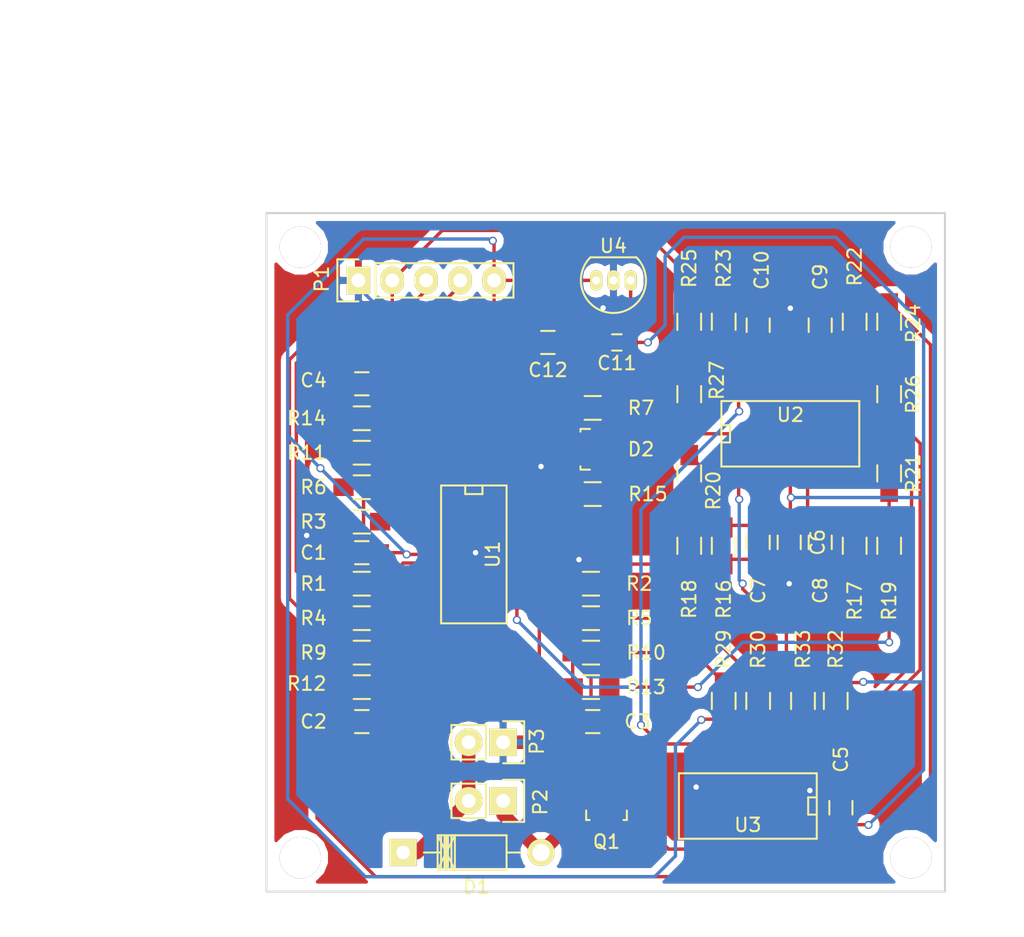
<source format=kicad_pcb>
(kicad_pcb (version 4) (host pcbnew "(2015-07-08 BZR 5908, Git 901e961)-product")

  (general
    (links 111)
    (no_connects 0)
    (area 89.924999 55.924999 140.075001 106.075001)
    (thickness 1.6)
    (drawings 7)
    (tracks 398)
    (zones 0)
    (modules 56)
    (nets 30)
  )

  (page A4)
  (layers
    (0 F.Cu signal)
    (31 B.Cu signal)
    (32 B.Adhes user)
    (33 F.Adhes user)
    (34 B.Paste user)
    (35 F.Paste user)
    (36 B.SilkS user)
    (37 F.SilkS user)
    (38 B.Mask user)
    (39 F.Mask user)
    (40 Dwgs.User user)
    (41 Cmts.User user)
    (42 Eco1.User user)
    (43 Eco2.User user)
    (44 Edge.Cuts user)
    (45 Margin user)
    (46 B.CrtYd user)
    (47 F.CrtYd user)
    (48 B.Fab user)
    (49 F.Fab user)
  )

  (setup
    (last_trace_width 1)
    (user_trace_width 1)
    (trace_clearance 0.2)
    (zone_clearance 0.508)
    (zone_45_only no)
    (trace_min 0.2)
    (segment_width 0.2)
    (edge_width 0.15)
    (via_size 0.6)
    (via_drill 0.4)
    (via_min_size 0.4)
    (via_min_drill 0.3)
    (uvia_size 0.3)
    (uvia_drill 0.1)
    (uvias_allowed no)
    (uvia_min_size 0.2)
    (uvia_min_drill 0.1)
    (pcb_text_width 0.3)
    (pcb_text_size 1.5 1.5)
    (mod_edge_width 0.15)
    (mod_text_size 1 1)
    (mod_text_width 0.15)
    (pad_size 1.524 1.524)
    (pad_drill 0.762)
    (pad_to_mask_clearance 0.2)
    (aux_axis_origin 90 56)
    (visible_elements 7FFEFFFF)
    (pcbplotparams
      (layerselection 0x00030_80000001)
      (usegerberextensions false)
      (excludeedgelayer true)
      (linewidth 0.100000)
      (plotframeref false)
      (viasonmask false)
      (mode 1)
      (useauxorigin false)
      (hpglpennumber 1)
      (hpglpenspeed 20)
      (hpglpendiameter 15)
      (hpglpenoverlay 2)
      (psnegative false)
      (psa4output false)
      (plotreference true)
      (plotvalue true)
      (plotinvisibletext false)
      (padsonsilk false)
      (subtractmaskfromsilk false)
      (outputformat 1)
      (mirror false)
      (drillshape 0)
      (scaleselection 1)
      (outputdirectory ""))
  )

  (net 0 "")
  (net 1 GND)
  (net 2 VCC)
  (net 3 "Net-(R1-Pad2)")
  (net 4 "Net-(R2-Pad2)")
  (net 5 "Net-(R3-Pad2)")
  (net 6 "Net-(R27-Pad1)")
  (net 7 "Net-(P1-Pad2)")
  (net 8 "Net-(P1-Pad3)")
  (net 9 "Net-(P1-Pad4)")
  (net 10 "Net-(R20-Pad1)")
  (net 11 "Net-(R21-Pad1)")
  (net 12 "Net-(R26-Pad1)")
  (net 13 "Net-(C1-Pad1)")
  (net 14 "Net-(C2-Pad1)")
  (net 15 "Net-(C2-Pad2)")
  (net 16 "Net-(C3-Pad1)")
  (net 17 "Net-(C3-Pad2)")
  (net 18 "Net-(C4-Pad1)")
  (net 19 "Net-(C4-Pad2)")
  (net 20 "Net-(C7-Pad1)")
  (net 21 "Net-(C8-Pad1)")
  (net 22 "Net-(C9-Pad1)")
  (net 23 "Net-(C10-Pad1)")
  (net 24 VAA)
  (net 25 "Net-(U3-Pad10)")
  (net 26 "Net-(Q1-Pad1)")
  (net 27 "Net-(U3-Pad6)")
  (net 28 "Net-(D1-Pad2)")
  (net 29 "Net-(D1-Pad1)")

  (net_class Default "Dies ist die voreingestellte Netzklasse."
    (clearance 0.2)
    (trace_width 0.25)
    (via_dia 0.6)
    (via_drill 0.4)
    (uvia_dia 0.3)
    (uvia_drill 0.1)
    (add_net GND)
    (add_net "Net-(C1-Pad1)")
    (add_net "Net-(C10-Pad1)")
    (add_net "Net-(C2-Pad1)")
    (add_net "Net-(C2-Pad2)")
    (add_net "Net-(C3-Pad1)")
    (add_net "Net-(C3-Pad2)")
    (add_net "Net-(C4-Pad1)")
    (add_net "Net-(C4-Pad2)")
    (add_net "Net-(C7-Pad1)")
    (add_net "Net-(C8-Pad1)")
    (add_net "Net-(C9-Pad1)")
    (add_net "Net-(D1-Pad1)")
    (add_net "Net-(D1-Pad2)")
    (add_net "Net-(P1-Pad2)")
    (add_net "Net-(P1-Pad3)")
    (add_net "Net-(P1-Pad4)")
    (add_net "Net-(Q1-Pad1)")
    (add_net "Net-(R1-Pad2)")
    (add_net "Net-(R2-Pad2)")
    (add_net "Net-(R20-Pad1)")
    (add_net "Net-(R21-Pad1)")
    (add_net "Net-(R26-Pad1)")
    (add_net "Net-(R27-Pad1)")
    (add_net "Net-(R3-Pad2)")
    (add_net "Net-(U3-Pad10)")
    (add_net "Net-(U3-Pad6)")
    (add_net VAA)
    (add_net VCC)
  )

  (module Mounting_Holes:MountingHole_3mm (layer F.Cu) (tedit 55F82531) (tstamp 55F8258F)
    (at 137.5 58.5)
    (descr "Mounting hole, Befestigungsbohrung, 3mm, No Annular, Kein Restring,")
    (tags "Mounting hole, Befestigungsbohrung, 3mm, No Annular, Kein Restring,")
    (fp_text reference REF** (at 0 -4.0005) (layer F.SilkS) hide
      (effects (font (size 1 1) (thickness 0.15)))
    )
    (fp_text value MountingHole_3mm (at 1.00076 5.00126) (layer F.Fab)
      (effects (font (size 1 1) (thickness 0.15)))
    )
    (fp_circle (center 0 0) (end 1.5 0) (layer Cmts.User) (width 0.15))
    (pad 1 thru_hole circle (at 0 0) (size 3.05 3.05) (drill 3.05) (layers *.Cu))
  )

  (module Mounting_Holes:MountingHole_3mm (layer F.Cu) (tedit 55F82531) (tstamp 55F82589)
    (at 137.5 103.5)
    (descr "Mounting hole, Befestigungsbohrung, 3mm, No Annular, Kein Restring,")
    (tags "Mounting hole, Befestigungsbohrung, 3mm, No Annular, Kein Restring,")
    (fp_text reference REF** (at 0 -4.0005) (layer F.SilkS) hide
      (effects (font (size 1 1) (thickness 0.15)))
    )
    (fp_text value MountingHole_3mm (at 1.00076 5.00126) (layer F.Fab)
      (effects (font (size 1 1) (thickness 0.15)))
    )
    (fp_circle (center 0 0) (end 1.5 0) (layer Cmts.User) (width 0.15))
    (pad 1 thru_hole circle (at 0 0) (size 3.05 3.05) (drill 3.05) (layers *.Cu))
  )

  (module Mounting_Holes:MountingHole_3mm (layer F.Cu) (tedit 55F82531) (tstamp 55F82583)
    (at 92.5 103.5)
    (descr "Mounting hole, Befestigungsbohrung, 3mm, No Annular, Kein Restring,")
    (tags "Mounting hole, Befestigungsbohrung, 3mm, No Annular, Kein Restring,")
    (fp_text reference REF** (at 0 -4.0005) (layer F.SilkS) hide
      (effects (font (size 1 1) (thickness 0.15)))
    )
    (fp_text value MountingHole_3mm (at 1.00076 5.00126) (layer F.Fab)
      (effects (font (size 1 1) (thickness 0.15)))
    )
    (fp_circle (center 0 0) (end 1.5 0) (layer Cmts.User) (width 0.15))
    (pad 1 thru_hole circle (at 0 0) (size 3.05 3.05) (drill 3.05) (layers *.Cu))
  )

  (module Mounting_Holes:MountingHole_3mm (layer F.Cu) (tedit 55F82531) (tstamp 55F81F7F)
    (at 92.5 58.5)
    (descr "Mounting hole, Befestigungsbohrung, 3mm, No Annular, Kein Restring,")
    (tags "Mounting hole, Befestigungsbohrung, 3mm, No Annular, Kein Restring,")
    (fp_text reference REF** (at 0 -4.0005) (layer F.SilkS) hide
      (effects (font (size 1 1) (thickness 0.15)))
    )
    (fp_text value MountingHole_3mm (at 1.00076 5.00126) (layer F.Fab)
      (effects (font (size 1 1) (thickness 0.15)))
    )
    (fp_circle (center 0 0) (end 1.5 0) (layer Cmts.User) (width 0.15))
    (pad 1 thru_hole circle (at 0 0) (size 3.05 3.05) (drill 3.05) (layers *.Cu))
  )

  (module Pin_Headers:Pin_Header_Straight_1x05 (layer F.Cu) (tedit 55F6E5AF) (tstamp 55F40AD6)
    (at 96.774 60.96 90)
    (descr "Through hole pin header")
    (tags "pin header")
    (path /55F094EA)
    (fp_text reference P1 (at 0.1016 -2.6924 90) (layer F.SilkS)
      (effects (font (size 1 1) (thickness 0.15)))
    )
    (fp_text value CONN_01X05 (at 0 -3.1 90) (layer F.Fab)
      (effects (font (size 1 1) (thickness 0.15)))
    )
    (fp_line (start -1.55 0) (end -1.55 -1.55) (layer F.SilkS) (width 0.15))
    (fp_line (start -1.55 -1.55) (end 1.55 -1.55) (layer F.SilkS) (width 0.15))
    (fp_line (start 1.55 -1.55) (end 1.55 0) (layer F.SilkS) (width 0.15))
    (fp_line (start -1.75 -1.75) (end -1.75 11.95) (layer F.CrtYd) (width 0.05))
    (fp_line (start 1.75 -1.75) (end 1.75 11.95) (layer F.CrtYd) (width 0.05))
    (fp_line (start -1.75 -1.75) (end 1.75 -1.75) (layer F.CrtYd) (width 0.05))
    (fp_line (start -1.75 11.95) (end 1.75 11.95) (layer F.CrtYd) (width 0.05))
    (fp_line (start 1.27 1.27) (end 1.27 11.43) (layer F.SilkS) (width 0.15))
    (fp_line (start 1.27 11.43) (end -1.27 11.43) (layer F.SilkS) (width 0.15))
    (fp_line (start -1.27 11.43) (end -1.27 1.27) (layer F.SilkS) (width 0.15))
    (fp_line (start 1.27 1.27) (end -1.27 1.27) (layer F.SilkS) (width 0.15))
    (pad 1 thru_hole rect (at 0 0 90) (size 2.032 1.7272) (drill 1.016) (layers *.Cu *.Mask F.SilkS)
      (net 1 GND))
    (pad 2 thru_hole oval (at 0 2.5 90) (size 2.032 1.7272) (drill 1.016) (layers *.Cu *.Mask F.SilkS)
      (net 7 "Net-(P1-Pad2)"))
    (pad 3 thru_hole oval (at 0 5 90) (size 2.032 1.7272) (drill 1.016) (layers *.Cu *.Mask F.SilkS)
      (net 8 "Net-(P1-Pad3)"))
    (pad 4 thru_hole oval (at 0 7.5 90) (size 2.032 1.7272) (drill 1.016) (layers *.Cu *.Mask F.SilkS)
      (net 9 "Net-(P1-Pad4)"))
    (pad 5 thru_hole oval (at 0 10 90) (size 2.032 1.7272) (drill 1.016) (layers *.Cu *.Mask F.SilkS)
      (net 13 "Net-(C1-Pad1)"))
    (model Pin_Headers.3dshapes/Pin_Header_Straight_1x05.wrl
      (at (xyz 0 -0.2 0))
      (scale (xyz 1 1 1))
      (rotate (xyz 0 0 90))
    )
  )

  (module SMD_Packages:SOIC-14_N (layer F.Cu) (tedit 0) (tstamp 55F40BCA)
    (at 125.476 99.822 180)
    (descr "Module CMS SOJ 14 pins Large")
    (tags "CMS SOJ")
    (path /55F819A4)
    (attr smd)
    (fp_text reference U3 (at 0 -1.27 180) (layer F.SilkS)
      (effects (font (size 1 1) (thickness 0.15)))
    )
    (fp_text value 74HC08 (at 0 1.27 180) (layer F.Fab)
      (effects (font (size 1 1) (thickness 0.15)))
    )
    (fp_line (start 5.08 -2.286) (end 5.08 2.54) (layer F.SilkS) (width 0.15))
    (fp_line (start 5.08 2.54) (end -5.08 2.54) (layer F.SilkS) (width 0.15))
    (fp_line (start -5.08 2.54) (end -5.08 -2.286) (layer F.SilkS) (width 0.15))
    (fp_line (start -5.08 -2.286) (end 5.08 -2.286) (layer F.SilkS) (width 0.15))
    (fp_line (start -5.08 -0.508) (end -4.445 -0.508) (layer F.SilkS) (width 0.15))
    (fp_line (start -4.445 -0.508) (end -4.445 0.762) (layer F.SilkS) (width 0.15))
    (fp_line (start -4.445 0.762) (end -5.08 0.762) (layer F.SilkS) (width 0.15))
    (pad 1 smd rect (at -3.81 3.302 180) (size 0.508 1.143) (layers F.Cu F.Paste F.Mask)
      (net 12 "Net-(R26-Pad1)"))
    (pad 2 smd rect (at -2.54 3.302 180) (size 0.508 1.143) (layers F.Cu F.Paste F.Mask)
      (net 11 "Net-(R21-Pad1)"))
    (pad 3 smd rect (at -1.27 3.302 180) (size 0.508 1.143) (layers F.Cu F.Paste F.Mask)
      (net 25 "Net-(U3-Pad10)"))
    (pad 4 smd rect (at 0 3.302 180) (size 0.508 1.143) (layers F.Cu F.Paste F.Mask)
      (net 6 "Net-(R27-Pad1)"))
    (pad 5 smd rect (at 1.27 3.302 180) (size 0.508 1.143) (layers F.Cu F.Paste F.Mask)
      (net 10 "Net-(R20-Pad1)"))
    (pad 6 smd rect (at 2.54 3.302 180) (size 0.508 1.143) (layers F.Cu F.Paste F.Mask)
      (net 27 "Net-(U3-Pad6)"))
    (pad 7 smd rect (at 3.81 3.302 180) (size 0.508 1.143) (layers F.Cu F.Paste F.Mask)
      (net 1 GND))
    (pad 8 smd rect (at 3.81 -3.048 180) (size 0.508 1.143) (layers F.Cu F.Paste F.Mask)
      (net 26 "Net-(Q1-Pad1)"))
    (pad 9 smd rect (at 2.54 -3.048 180) (size 0.508 1.143) (layers F.Cu F.Paste F.Mask)
      (net 27 "Net-(U3-Pad6)"))
    (pad 11 smd rect (at 0 -3.048 180) (size 0.508 1.143) (layers F.Cu F.Paste F.Mask))
    (pad 12 smd rect (at -1.27 -3.048 180) (size 0.508 1.143) (layers F.Cu F.Paste F.Mask))
    (pad 13 smd rect (at -2.54 -3.048 180) (size 0.508 1.143) (layers F.Cu F.Paste F.Mask))
    (pad 14 smd rect (at -3.81 -3.048 180) (size 0.508 1.143) (layers F.Cu F.Paste F.Mask)
      (net 2 VCC))
    (pad 10 smd rect (at 1.27 -3.048 180) (size 0.508 1.143) (layers F.Cu F.Paste F.Mask)
      (net 25 "Net-(U3-Pad10)"))
    (model SMD_Packages.3dshapes/SOIC-14_N.wrl
      (at (xyz 0 0 0))
      (scale (xyz 0.5 0.4 0.5))
      (rotate (xyz 0 0 0))
    )
  )

  (module Housings_SOT-23_SOT-143_TSOT-6:SOT-23_Handsoldering (layer F.Cu) (tedit 55F6E27C) (tstamp 55F40AA9)
    (at 113.792 73.406 90)
    (descr "SOT-23, Handsoldering")
    (tags SOT-23)
    (path /55F3C4B7)
    (attr smd)
    (fp_text reference D2 (at 0 3.81 180) (layer F.SilkS)
      (effects (font (size 1 1) (thickness 0.15)))
    )
    (fp_text value TL431 (at 0 3.81 90) (layer F.Fab)
      (effects (font (size 1 1) (thickness 0.15)))
    )
    (fp_line (start -1.49982 0.0508) (end -1.49982 -0.65024) (layer F.SilkS) (width 0.15))
    (fp_line (start -1.49982 -0.65024) (end -1.2509 -0.65024) (layer F.SilkS) (width 0.15))
    (fp_line (start 1.29916 -0.65024) (end 1.49982 -0.65024) (layer F.SilkS) (width 0.15))
    (fp_line (start 1.49982 -0.65024) (end 1.49982 0.0508) (layer F.SilkS) (width 0.15))
    (pad 1 smd rect (at -0.95 1.50114 90) (size 0.8001 1.80086) (layers F.Cu F.Paste F.Mask)
      (net 24 VAA))
    (pad 2 smd rect (at 0.95 1.50114 90) (size 0.8001 1.80086) (layers F.Cu F.Paste F.Mask)
      (net 24 VAA))
    (pad 3 smd rect (at 0 -1.50114 90) (size 0.8001 1.80086) (layers F.Cu F.Paste F.Mask)
      (net 1 GND))
    (model Housings_SOT-23_SOT-143_TSOT-6.3dshapes/SOT-23_Handsoldering.wrl
      (at (xyz 0 0 0))
      (scale (xyz 1 1 1))
      (rotate (xyz 0 0 0))
    )
  )

  (module Pin_Headers:Pin_Header_Straight_1x02 (layer F.Cu) (tedit 55F6D8CE) (tstamp 55F40ADC)
    (at 107.442 99.314 270)
    (descr "Through hole pin header")
    (tags "pin header")
    (path /55F081FA)
    (fp_text reference P2 (at 0.092 -2.742 270) (layer F.SilkS)
      (effects (font (size 1 1) (thickness 0.15)))
    )
    (fp_text value Load (at 0 -3.1 270) (layer F.Fab)
      (effects (font (size 1 1) (thickness 0.15)))
    )
    (fp_line (start 1.27 1.27) (end 1.27 3.81) (layer F.SilkS) (width 0.15))
    (fp_line (start 1.55 -1.55) (end 1.55 0) (layer F.SilkS) (width 0.15))
    (fp_line (start -1.75 -1.75) (end -1.75 4.3) (layer F.CrtYd) (width 0.05))
    (fp_line (start 1.75 -1.75) (end 1.75 4.3) (layer F.CrtYd) (width 0.05))
    (fp_line (start -1.75 -1.75) (end 1.75 -1.75) (layer F.CrtYd) (width 0.05))
    (fp_line (start -1.75 4.3) (end 1.75 4.3) (layer F.CrtYd) (width 0.05))
    (fp_line (start 1.27 1.27) (end -1.27 1.27) (layer F.SilkS) (width 0.15))
    (fp_line (start -1.55 0) (end -1.55 -1.55) (layer F.SilkS) (width 0.15))
    (fp_line (start -1.55 -1.55) (end 1.55 -1.55) (layer F.SilkS) (width 0.15))
    (fp_line (start -1.27 1.27) (end -1.27 3.81) (layer F.SilkS) (width 0.15))
    (fp_line (start -1.27 3.81) (end 1.27 3.81) (layer F.SilkS) (width 0.15))
    (pad 1 thru_hole rect (at 0 0 270) (size 2.032 2.032) (drill 1.016) (layers *.Cu *.Mask F.SilkS)
      (net 28 "Net-(D1-Pad2)"))
    (pad 2 thru_hole oval (at 0 2.54 270) (size 2.032 2.032) (drill 1.016) (layers *.Cu *.Mask F.SilkS)
      (net 29 "Net-(D1-Pad1)"))
    (model Pin_Headers.3dshapes/Pin_Header_Straight_1x02.wrl
      (at (xyz 0 -0.05 0))
      (scale (xyz 1 1 1))
      (rotate (xyz 0 0 90))
    )
  )

  (module Pin_Headers:Pin_Header_Straight_1x02 (layer F.Cu) (tedit 55F6D8D0) (tstamp 55F40AE2)
    (at 107.442 94.996 270)
    (descr "Through hole pin header")
    (tags "pin header")
    (path /55F0818A)
    (fp_text reference P3 (at -0.058 -2.488 270) (layer F.SilkS)
      (effects (font (size 1 1) (thickness 0.15)))
    )
    (fp_text value Supply (at 0 -3.1 270) (layer F.Fab)
      (effects (font (size 1 1) (thickness 0.15)))
    )
    (fp_line (start 1.27 1.27) (end 1.27 3.81) (layer F.SilkS) (width 0.15))
    (fp_line (start 1.55 -1.55) (end 1.55 0) (layer F.SilkS) (width 0.15))
    (fp_line (start -1.75 -1.75) (end -1.75 4.3) (layer F.CrtYd) (width 0.05))
    (fp_line (start 1.75 -1.75) (end 1.75 4.3) (layer F.CrtYd) (width 0.05))
    (fp_line (start -1.75 -1.75) (end 1.75 -1.75) (layer F.CrtYd) (width 0.05))
    (fp_line (start -1.75 4.3) (end 1.75 4.3) (layer F.CrtYd) (width 0.05))
    (fp_line (start 1.27 1.27) (end -1.27 1.27) (layer F.SilkS) (width 0.15))
    (fp_line (start -1.55 0) (end -1.55 -1.55) (layer F.SilkS) (width 0.15))
    (fp_line (start -1.55 -1.55) (end 1.55 -1.55) (layer F.SilkS) (width 0.15))
    (fp_line (start -1.27 1.27) (end -1.27 3.81) (layer F.SilkS) (width 0.15))
    (fp_line (start -1.27 3.81) (end 1.27 3.81) (layer F.SilkS) (width 0.15))
    (pad 1 thru_hole rect (at 0 0 270) (size 2.032 2.032) (drill 1.016) (layers *.Cu *.Mask F.SilkS)
      (net 1 GND))
    (pad 2 thru_hole oval (at 0 2.54 270) (size 2.032 2.032) (drill 1.016) (layers *.Cu *.Mask F.SilkS)
      (net 29 "Net-(D1-Pad1)"))
    (model Pin_Headers.3dshapes/Pin_Header_Straight_1x02.wrl
      (at (xyz 0 -0.05 0))
      (scale (xyz 1 1 1))
      (rotate (xyz 0 0 90))
    )
  )

  (module Resistors_SMD:R_0805_HandSoldering (layer F.Cu) (tedit 55F59A92) (tstamp 55F40AF8)
    (at 97.028 83.312)
    (descr "Resistor SMD 0805, hand soldering")
    (tags "resistor 0805")
    (path /55F30A12)
    (attr smd)
    (fp_text reference R1 (at -3.556 0) (layer F.SilkS)
      (effects (font (size 1 1) (thickness 0.15)))
    )
    (fp_text value 100k (at 0 2.1) (layer F.Fab)
      (effects (font (size 1 1) (thickness 0.15)))
    )
    (fp_line (start -2.4 -1) (end 2.4 -1) (layer F.CrtYd) (width 0.05))
    (fp_line (start -2.4 1) (end 2.4 1) (layer F.CrtYd) (width 0.05))
    (fp_line (start -2.4 -1) (end -2.4 1) (layer F.CrtYd) (width 0.05))
    (fp_line (start 2.4 -1) (end 2.4 1) (layer F.CrtYd) (width 0.05))
    (fp_line (start 0.6 0.875) (end -0.6 0.875) (layer F.SilkS) (width 0.15))
    (fp_line (start -0.6 -0.875) (end 0.6 -0.875) (layer F.SilkS) (width 0.15))
    (pad 1 smd rect (at -1.35 0) (size 1.5 1.3) (layers F.Cu F.Paste F.Mask)
      (net 1 GND))
    (pad 2 smd rect (at 1.35 0) (size 1.5 1.3) (layers F.Cu F.Paste F.Mask)
      (net 3 "Net-(R1-Pad2)"))
    (model Resistors_SMD.3dshapes/R_0805_HandSoldering.wrl
      (at (xyz 0 0 0))
      (scale (xyz 1 1 1))
      (rotate (xyz 0 0 0))
    )
  )

  (module Resistors_SMD:R_0805_HandSoldering (layer F.Cu) (tedit 55F59AE0) (tstamp 55F40AFE)
    (at 113.919 83.312 180)
    (descr "Resistor SMD 0805, hand soldering")
    (tags "resistor 0805")
    (path /55F31812)
    (attr smd)
    (fp_text reference R2 (at -3.556 0 180) (layer F.SilkS)
      (effects (font (size 1 1) (thickness 0.15)))
    )
    (fp_text value 100k (at 0 2.1 180) (layer F.Fab)
      (effects (font (size 1 1) (thickness 0.15)))
    )
    (fp_line (start -2.4 -1) (end 2.4 -1) (layer F.CrtYd) (width 0.05))
    (fp_line (start -2.4 1) (end 2.4 1) (layer F.CrtYd) (width 0.05))
    (fp_line (start -2.4 -1) (end -2.4 1) (layer F.CrtYd) (width 0.05))
    (fp_line (start 2.4 -1) (end 2.4 1) (layer F.CrtYd) (width 0.05))
    (fp_line (start 0.6 0.875) (end -0.6 0.875) (layer F.SilkS) (width 0.15))
    (fp_line (start -0.6 -0.875) (end 0.6 -0.875) (layer F.SilkS) (width 0.15))
    (pad 1 smd rect (at -1.35 0 180) (size 1.5 1.3) (layers F.Cu F.Paste F.Mask)
      (net 1 GND))
    (pad 2 smd rect (at 1.35 0 180) (size 1.5 1.3) (layers F.Cu F.Paste F.Mask)
      (net 4 "Net-(R2-Pad2)"))
    (model Resistors_SMD.3dshapes/R_0805_HandSoldering.wrl
      (at (xyz 0 0 0))
      (scale (xyz 1 1 1))
      (rotate (xyz 0 0 0))
    )
  )

  (module Resistors_SMD:R_0805_HandSoldering (layer F.Cu) (tedit 55F59AA7) (tstamp 55F40B04)
    (at 97.028 78.74)
    (descr "Resistor SMD 0805, hand soldering")
    (tags "resistor 0805")
    (path /55F319D2)
    (attr smd)
    (fp_text reference R3 (at -3.556 0) (layer F.SilkS)
      (effects (font (size 1 1) (thickness 0.15)))
    )
    (fp_text value 100k (at 0 2.1) (layer F.Fab)
      (effects (font (size 1 1) (thickness 0.15)))
    )
    (fp_line (start -2.4 -1) (end 2.4 -1) (layer F.CrtYd) (width 0.05))
    (fp_line (start -2.4 1) (end 2.4 1) (layer F.CrtYd) (width 0.05))
    (fp_line (start -2.4 -1) (end -2.4 1) (layer F.CrtYd) (width 0.05))
    (fp_line (start 2.4 -1) (end 2.4 1) (layer F.CrtYd) (width 0.05))
    (fp_line (start 0.6 0.875) (end -0.6 0.875) (layer F.SilkS) (width 0.15))
    (fp_line (start -0.6 -0.875) (end 0.6 -0.875) (layer F.SilkS) (width 0.15))
    (pad 1 smd rect (at -1.35 0) (size 1.5 1.3) (layers F.Cu F.Paste F.Mask)
      (net 1 GND))
    (pad 2 smd rect (at 1.35 0) (size 1.5 1.3) (layers F.Cu F.Paste F.Mask)
      (net 5 "Net-(R3-Pad2)"))
    (model Resistors_SMD.3dshapes/R_0805_HandSoldering.wrl
      (at (xyz 0 0 0))
      (scale (xyz 1 1 1))
      (rotate (xyz 0 0 0))
    )
  )

  (module Resistors_SMD:R_0805_HandSoldering (layer F.Cu) (tedit 55F59A93) (tstamp 55F40B0A)
    (at 97.028 85.852 180)
    (descr "Resistor SMD 0805, hand soldering")
    (tags "resistor 0805")
    (path /55F309C4)
    (attr smd)
    (fp_text reference R4 (at 3.556 0 180) (layer F.SilkS)
      (effects (font (size 1 1) (thickness 0.15)))
    )
    (fp_text value 100k (at 0 2.1 180) (layer F.Fab)
      (effects (font (size 1 1) (thickness 0.15)))
    )
    (fp_line (start -2.4 -1) (end 2.4 -1) (layer F.CrtYd) (width 0.05))
    (fp_line (start -2.4 1) (end 2.4 1) (layer F.CrtYd) (width 0.05))
    (fp_line (start -2.4 -1) (end -2.4 1) (layer F.CrtYd) (width 0.05))
    (fp_line (start 2.4 -1) (end 2.4 1) (layer F.CrtYd) (width 0.05))
    (fp_line (start 0.6 0.875) (end -0.6 0.875) (layer F.SilkS) (width 0.15))
    (fp_line (start -0.6 -0.875) (end 0.6 -0.875) (layer F.SilkS) (width 0.15))
    (pad 1 smd rect (at -1.35 0 180) (size 1.5 1.3) (layers F.Cu F.Paste F.Mask)
      (net 3 "Net-(R1-Pad2)"))
    (pad 2 smd rect (at 1.35 0 180) (size 1.5 1.3) (layers F.Cu F.Paste F.Mask)
      (net 8 "Net-(P1-Pad3)"))
    (model Resistors_SMD.3dshapes/R_0805_HandSoldering.wrl
      (at (xyz 0 0 0))
      (scale (xyz 1 1 1))
      (rotate (xyz 0 0 0))
    )
  )

  (module Resistors_SMD:R_0805_HandSoldering (layer F.Cu) (tedit 55F59A85) (tstamp 55F40B10)
    (at 113.919 85.852)
    (descr "Resistor SMD 0805, hand soldering")
    (tags "resistor 0805")
    (path /55F3180C)
    (attr smd)
    (fp_text reference R5 (at 3.556 0) (layer F.SilkS)
      (effects (font (size 1 1) (thickness 0.15)))
    )
    (fp_text value 100k (at 0 2.1) (layer F.Fab)
      (effects (font (size 1 1) (thickness 0.15)))
    )
    (fp_line (start -2.4 -1) (end 2.4 -1) (layer F.CrtYd) (width 0.05))
    (fp_line (start -2.4 1) (end 2.4 1) (layer F.CrtYd) (width 0.05))
    (fp_line (start -2.4 -1) (end -2.4 1) (layer F.CrtYd) (width 0.05))
    (fp_line (start 2.4 -1) (end 2.4 1) (layer F.CrtYd) (width 0.05))
    (fp_line (start 0.6 0.875) (end -0.6 0.875) (layer F.SilkS) (width 0.15))
    (fp_line (start -0.6 -0.875) (end 0.6 -0.875) (layer F.SilkS) (width 0.15))
    (pad 1 smd rect (at -1.35 0) (size 1.5 1.3) (layers F.Cu F.Paste F.Mask)
      (net 4 "Net-(R2-Pad2)"))
    (pad 2 smd rect (at 1.35 0) (size 1.5 1.3) (layers F.Cu F.Paste F.Mask)
      (net 9 "Net-(P1-Pad4)"))
    (model Resistors_SMD.3dshapes/R_0805_HandSoldering.wrl
      (at (xyz 0 0 0))
      (scale (xyz 1 1 1))
      (rotate (xyz 0 0 0))
    )
  )

  (module Resistors_SMD:R_0805_HandSoldering (layer F.Cu) (tedit 55F59AA5) (tstamp 55F40B16)
    (at 97.028 76.2 180)
    (descr "Resistor SMD 0805, hand soldering")
    (tags "resistor 0805")
    (path /55F319CC)
    (attr smd)
    (fp_text reference R6 (at 3.556 0 180) (layer F.SilkS)
      (effects (font (size 1 1) (thickness 0.15)))
    )
    (fp_text value 100k (at 0 2.1 180) (layer F.Fab)
      (effects (font (size 1 1) (thickness 0.15)))
    )
    (fp_line (start -2.4 -1) (end 2.4 -1) (layer F.CrtYd) (width 0.05))
    (fp_line (start -2.4 1) (end 2.4 1) (layer F.CrtYd) (width 0.05))
    (fp_line (start -2.4 -1) (end -2.4 1) (layer F.CrtYd) (width 0.05))
    (fp_line (start 2.4 -1) (end 2.4 1) (layer F.CrtYd) (width 0.05))
    (fp_line (start 0.6 0.875) (end -0.6 0.875) (layer F.SilkS) (width 0.15))
    (fp_line (start -0.6 -0.875) (end 0.6 -0.875) (layer F.SilkS) (width 0.15))
    (pad 1 smd rect (at -1.35 0 180) (size 1.5 1.3) (layers F.Cu F.Paste F.Mask)
      (net 5 "Net-(R3-Pad2)"))
    (pad 2 smd rect (at 1.35 0 180) (size 1.5 1.3) (layers F.Cu F.Paste F.Mask)
      (net 13 "Net-(C1-Pad1)"))
    (model Resistors_SMD.3dshapes/R_0805_HandSoldering.wrl
      (at (xyz 0 0 0))
      (scale (xyz 1 1 1))
      (rotate (xyz 0 0 0))
    )
  )

  (module Resistors_SMD:R_0805_HandSoldering (layer F.Cu) (tedit 55F6E284) (tstamp 55F40B1C)
    (at 114.046 70.358 180)
    (descr "Resistor SMD 0805, hand soldering")
    (tags "resistor 0805")
    (path /55F3BCF7)
    (attr smd)
    (fp_text reference R7 (at -3.556 0 180) (layer F.SilkS)
      (effects (font (size 1 1) (thickness 0.15)))
    )
    (fp_text value S (at 0 2.1 180) (layer F.Fab)
      (effects (font (size 1 1) (thickness 0.15)))
    )
    (fp_line (start -2.4 -1) (end 2.4 -1) (layer F.CrtYd) (width 0.05))
    (fp_line (start -2.4 1) (end 2.4 1) (layer F.CrtYd) (width 0.05))
    (fp_line (start -2.4 -1) (end -2.4 1) (layer F.CrtYd) (width 0.05))
    (fp_line (start 2.4 -1) (end 2.4 1) (layer F.CrtYd) (width 0.05))
    (fp_line (start 0.6 0.875) (end -0.6 0.875) (layer F.SilkS) (width 0.15))
    (fp_line (start -0.6 -0.875) (end 0.6 -0.875) (layer F.SilkS) (width 0.15))
    (pad 1 smd rect (at -1.35 0 180) (size 1.5 1.3) (layers F.Cu F.Paste F.Mask)
      (net 24 VAA))
    (pad 2 smd rect (at 1.35 0 180) (size 1.5 1.3) (layers F.Cu F.Paste F.Mask)
      (net 13 "Net-(C1-Pad1)"))
    (model Resistors_SMD.3dshapes/R_0805_HandSoldering.wrl
      (at (xyz 0 0 0))
      (scale (xyz 1 1 1))
      (rotate (xyz 0 0 0))
    )
  )

  (module Resistors_SMD:R_0805_HandSoldering (layer F.Cu) (tedit 55F59A97) (tstamp 55F40B28)
    (at 97.028 88.392 180)
    (descr "Resistor SMD 0805, hand soldering")
    (tags "resistor 0805")
    (path /55F3095A)
    (attr smd)
    (fp_text reference R9 (at 3.556 0 180) (layer F.SilkS)
      (effects (font (size 1 1) (thickness 0.15)))
    )
    (fp_text value 100k (at 0 2.1 180) (layer F.Fab)
      (effects (font (size 1 1) (thickness 0.15)))
    )
    (fp_line (start -2.4 -1) (end 2.4 -1) (layer F.CrtYd) (width 0.05))
    (fp_line (start -2.4 1) (end 2.4 1) (layer F.CrtYd) (width 0.05))
    (fp_line (start -2.4 -1) (end -2.4 1) (layer F.CrtYd) (width 0.05))
    (fp_line (start 2.4 -1) (end 2.4 1) (layer F.CrtYd) (width 0.05))
    (fp_line (start 0.6 0.875) (end -0.6 0.875) (layer F.SilkS) (width 0.15))
    (fp_line (start -0.6 -0.875) (end 0.6 -0.875) (layer F.SilkS) (width 0.15))
    (pad 1 smd rect (at -1.35 0 180) (size 1.5 1.3) (layers F.Cu F.Paste F.Mask)
      (net 15 "Net-(C2-Pad2)"))
    (pad 2 smd rect (at 1.35 0 180) (size 1.5 1.3) (layers F.Cu F.Paste F.Mask)
      (net 7 "Net-(P1-Pad2)"))
    (model Resistors_SMD.3dshapes/R_0805_HandSoldering.wrl
      (at (xyz 0 0 0))
      (scale (xyz 1 1 1))
      (rotate (xyz 0 0 0))
    )
  )

  (module Resistors_SMD:R_0805_HandSoldering (layer F.Cu) (tedit 55F59A89) (tstamp 55F40B2E)
    (at 113.919 88.392)
    (descr "Resistor SMD 0805, hand soldering")
    (tags "resistor 0805")
    (path /55F31806)
    (attr smd)
    (fp_text reference R10 (at 4.064 0) (layer F.SilkS)
      (effects (font (size 1 1) (thickness 0.15)))
    )
    (fp_text value 100k (at 0 2.1) (layer F.Fab)
      (effects (font (size 1 1) (thickness 0.15)))
    )
    (fp_line (start -2.4 -1) (end 2.4 -1) (layer F.CrtYd) (width 0.05))
    (fp_line (start -2.4 1) (end 2.4 1) (layer F.CrtYd) (width 0.05))
    (fp_line (start -2.4 -1) (end -2.4 1) (layer F.CrtYd) (width 0.05))
    (fp_line (start 2.4 -1) (end 2.4 1) (layer F.CrtYd) (width 0.05))
    (fp_line (start 0.6 0.875) (end -0.6 0.875) (layer F.SilkS) (width 0.15))
    (fp_line (start -0.6 -0.875) (end 0.6 -0.875) (layer F.SilkS) (width 0.15))
    (pad 1 smd rect (at -1.35 0) (size 1.5 1.3) (layers F.Cu F.Paste F.Mask)
      (net 17 "Net-(C3-Pad2)"))
    (pad 2 smd rect (at 1.35 0) (size 1.5 1.3) (layers F.Cu F.Paste F.Mask)
      (net 8 "Net-(P1-Pad3)"))
    (model Resistors_SMD.3dshapes/R_0805_HandSoldering.wrl
      (at (xyz 0 0 0))
      (scale (xyz 1 1 1))
      (rotate (xyz 0 0 0))
    )
  )

  (module Resistors_SMD:R_0805_HandSoldering (layer F.Cu) (tedit 55F59AAE) (tstamp 55F40B34)
    (at 97.028 73.66 180)
    (descr "Resistor SMD 0805, hand soldering")
    (tags "resistor 0805")
    (path /55F319C6)
    (attr smd)
    (fp_text reference R11 (at 4.064 0 180) (layer F.SilkS)
      (effects (font (size 1 1) (thickness 0.15)))
    )
    (fp_text value 100k (at 0 2.1 180) (layer F.Fab)
      (effects (font (size 1 1) (thickness 0.15)))
    )
    (fp_line (start -2.4 -1) (end 2.4 -1) (layer F.CrtYd) (width 0.05))
    (fp_line (start -2.4 1) (end 2.4 1) (layer F.CrtYd) (width 0.05))
    (fp_line (start -2.4 -1) (end -2.4 1) (layer F.CrtYd) (width 0.05))
    (fp_line (start 2.4 -1) (end 2.4 1) (layer F.CrtYd) (width 0.05))
    (fp_line (start 0.6 0.875) (end -0.6 0.875) (layer F.SilkS) (width 0.15))
    (fp_line (start -0.6 -0.875) (end 0.6 -0.875) (layer F.SilkS) (width 0.15))
    (pad 1 smd rect (at -1.35 0 180) (size 1.5 1.3) (layers F.Cu F.Paste F.Mask)
      (net 19 "Net-(C4-Pad2)"))
    (pad 2 smd rect (at 1.35 0 180) (size 1.5 1.3) (layers F.Cu F.Paste F.Mask)
      (net 9 "Net-(P1-Pad4)"))
    (model Resistors_SMD.3dshapes/R_0805_HandSoldering.wrl
      (at (xyz 0 0 0))
      (scale (xyz 1 1 1))
      (rotate (xyz 0 0 0))
    )
  )

  (module Resistors_SMD:R_0805_HandSoldering (layer F.Cu) (tedit 55F59A99) (tstamp 55F40B3A)
    (at 97.028 90.932)
    (descr "Resistor SMD 0805, hand soldering")
    (tags "resistor 0805")
    (path /55F308FB)
    (attr smd)
    (fp_text reference R12 (at -4.064 -0.254) (layer F.SilkS)
      (effects (font (size 1 1) (thickness 0.15)))
    )
    (fp_text value 100k (at 0 2.1) (layer F.Fab)
      (effects (font (size 1 1) (thickness 0.15)))
    )
    (fp_line (start -2.4 -1) (end 2.4 -1) (layer F.CrtYd) (width 0.05))
    (fp_line (start -2.4 1) (end 2.4 1) (layer F.CrtYd) (width 0.05))
    (fp_line (start -2.4 -1) (end -2.4 1) (layer F.CrtYd) (width 0.05))
    (fp_line (start 2.4 -1) (end 2.4 1) (layer F.CrtYd) (width 0.05))
    (fp_line (start 0.6 0.875) (end -0.6 0.875) (layer F.SilkS) (width 0.15))
    (fp_line (start -0.6 -0.875) (end 0.6 -0.875) (layer F.SilkS) (width 0.15))
    (pad 1 smd rect (at -1.35 0) (size 1.5 1.3) (layers F.Cu F.Paste F.Mask)
      (net 14 "Net-(C2-Pad1)"))
    (pad 2 smd rect (at 1.35 0) (size 1.5 1.3) (layers F.Cu F.Paste F.Mask)
      (net 15 "Net-(C2-Pad2)"))
    (model Resistors_SMD.3dshapes/R_0805_HandSoldering.wrl
      (at (xyz 0 0 0))
      (scale (xyz 1 1 1))
      (rotate (xyz 0 0 0))
    )
  )

  (module Resistors_SMD:R_0805_HandSoldering (layer F.Cu) (tedit 55F59AD8) (tstamp 55F40B40)
    (at 113.919 90.932 180)
    (descr "Resistor SMD 0805, hand soldering")
    (tags "resistor 0805")
    (path /55F31800)
    (attr smd)
    (fp_text reference R13 (at -4.064 0 180) (layer F.SilkS)
      (effects (font (size 1 1) (thickness 0.15)))
    )
    (fp_text value 100k (at 0 2.1 180) (layer F.Fab)
      (effects (font (size 1 1) (thickness 0.15)))
    )
    (fp_line (start -2.4 -1) (end 2.4 -1) (layer F.CrtYd) (width 0.05))
    (fp_line (start -2.4 1) (end 2.4 1) (layer F.CrtYd) (width 0.05))
    (fp_line (start -2.4 -1) (end -2.4 1) (layer F.CrtYd) (width 0.05))
    (fp_line (start 2.4 -1) (end 2.4 1) (layer F.CrtYd) (width 0.05))
    (fp_line (start 0.6 0.875) (end -0.6 0.875) (layer F.SilkS) (width 0.15))
    (fp_line (start -0.6 -0.875) (end 0.6 -0.875) (layer F.SilkS) (width 0.15))
    (pad 1 smd rect (at -1.35 0 180) (size 1.5 1.3) (layers F.Cu F.Paste F.Mask)
      (net 16 "Net-(C3-Pad1)"))
    (pad 2 smd rect (at 1.35 0 180) (size 1.5 1.3) (layers F.Cu F.Paste F.Mask)
      (net 17 "Net-(C3-Pad2)"))
    (model Resistors_SMD.3dshapes/R_0805_HandSoldering.wrl
      (at (xyz 0 0 0))
      (scale (xyz 1 1 1))
      (rotate (xyz 0 0 0))
    )
  )

  (module Resistors_SMD:R_0805_HandSoldering (layer F.Cu) (tedit 55F59AB7) (tstamp 55F40B46)
    (at 97.028 71.12)
    (descr "Resistor SMD 0805, hand soldering")
    (tags "resistor 0805")
    (path /55F319C0)
    (attr smd)
    (fp_text reference R14 (at -4.064 0) (layer F.SilkS)
      (effects (font (size 1 1) (thickness 0.15)))
    )
    (fp_text value 100k (at 0 2.1) (layer F.Fab)
      (effects (font (size 1 1) (thickness 0.15)))
    )
    (fp_line (start -2.4 -1) (end 2.4 -1) (layer F.CrtYd) (width 0.05))
    (fp_line (start -2.4 1) (end 2.4 1) (layer F.CrtYd) (width 0.05))
    (fp_line (start -2.4 -1) (end -2.4 1) (layer F.CrtYd) (width 0.05))
    (fp_line (start 2.4 -1) (end 2.4 1) (layer F.CrtYd) (width 0.05))
    (fp_line (start 0.6 0.875) (end -0.6 0.875) (layer F.SilkS) (width 0.15))
    (fp_line (start -0.6 -0.875) (end 0.6 -0.875) (layer F.SilkS) (width 0.15))
    (pad 1 smd rect (at -1.35 0) (size 1.5 1.3) (layers F.Cu F.Paste F.Mask)
      (net 18 "Net-(C4-Pad1)"))
    (pad 2 smd rect (at 1.35 0) (size 1.5 1.3) (layers F.Cu F.Paste F.Mask)
      (net 19 "Net-(C4-Pad2)"))
    (model Resistors_SMD.3dshapes/R_0805_HandSoldering.wrl
      (at (xyz 0 0 0))
      (scale (xyz 1 1 1))
      (rotate (xyz 0 0 0))
    )
  )

  (module Resistors_SMD:R_0805_HandSoldering (layer F.Cu) (tedit 55F6E286) (tstamp 55F40B4C)
    (at 114.046 76.708)
    (descr "Resistor SMD 0805, hand soldering")
    (tags "resistor 0805")
    (path /55F3CADE)
    (attr smd)
    (fp_text reference R15 (at 4.064 0) (layer F.SilkS)
      (effects (font (size 1 1) (thickness 0.15)))
    )
    (fp_text value 10k (at 0 2.1) (layer F.Fab)
      (effects (font (size 1 1) (thickness 0.15)))
    )
    (fp_line (start -2.4 -1) (end 2.4 -1) (layer F.CrtYd) (width 0.05))
    (fp_line (start -2.4 1) (end 2.4 1) (layer F.CrtYd) (width 0.05))
    (fp_line (start -2.4 -1) (end -2.4 1) (layer F.CrtYd) (width 0.05))
    (fp_line (start 2.4 -1) (end 2.4 1) (layer F.CrtYd) (width 0.05))
    (fp_line (start 0.6 0.875) (end -0.6 0.875) (layer F.SilkS) (width 0.15))
    (fp_line (start -0.6 -0.875) (end 0.6 -0.875) (layer F.SilkS) (width 0.15))
    (pad 1 smd rect (at -1.35 0) (size 1.5 1.3) (layers F.Cu F.Paste F.Mask)
      (net 1 GND))
    (pad 2 smd rect (at 1.35 0) (size 1.5 1.3) (layers F.Cu F.Paste F.Mask)
      (net 24 VAA))
    (model Resistors_SMD.3dshapes/R_0805_HandSoldering.wrl
      (at (xyz 0 0 0))
      (scale (xyz 1 1 1))
      (rotate (xyz 0 0 0))
    )
  )

  (module Resistors_SMD:R_0805_HandSoldering (layer F.Cu) (tedit 55F5BD3E) (tstamp 55F40B52)
    (at 123.698 80.518 270)
    (descr "Resistor SMD 0805, hand soldering")
    (tags "resistor 0805")
    (path /55F42D64)
    (attr smd)
    (fp_text reference R16 (at 3.937 0 270) (layer F.SilkS)
      (effects (font (size 1 1) (thickness 0.15)))
    )
    (fp_text value 68k (at 0 2.1 270) (layer F.Fab)
      (effects (font (size 1 1) (thickness 0.15)))
    )
    (fp_line (start -2.4 -1) (end 2.4 -1) (layer F.CrtYd) (width 0.05))
    (fp_line (start -2.4 1) (end 2.4 1) (layer F.CrtYd) (width 0.05))
    (fp_line (start -2.4 -1) (end -2.4 1) (layer F.CrtYd) (width 0.05))
    (fp_line (start 2.4 -1) (end 2.4 1) (layer F.CrtYd) (width 0.05))
    (fp_line (start 0.6 0.875) (end -0.6 0.875) (layer F.SilkS) (width 0.15))
    (fp_line (start -0.6 -0.875) (end 0.6 -0.875) (layer F.SilkS) (width 0.15))
    (pad 1 smd rect (at -1.35 0 270) (size 1.5 1.3) (layers F.Cu F.Paste F.Mask)
      (net 20 "Net-(C7-Pad1)"))
    (pad 2 smd rect (at 1.35 0 270) (size 1.5 1.3) (layers F.Cu F.Paste F.Mask)
      (net 1 GND))
    (model Resistors_SMD.3dshapes/R_0805_HandSoldering.wrl
      (at (xyz 0 0 0))
      (scale (xyz 1 1 1))
      (rotate (xyz 0 0 0))
    )
  )

  (module Resistors_SMD:R_0805_HandSoldering (layer F.Cu) (tedit 55F5BE13) (tstamp 55F40B58)
    (at 133.35 80.518 270)
    (descr "Resistor SMD 0805, hand soldering")
    (tags "resistor 0805")
    (path /55F42C08)
    (attr smd)
    (fp_text reference R17 (at 4.064 0 270) (layer F.SilkS)
      (effects (font (size 1 1) (thickness 0.15)))
    )
    (fp_text value 68k (at 0 2.1 270) (layer F.Fab)
      (effects (font (size 1 1) (thickness 0.15)))
    )
    (fp_line (start -2.4 -1) (end 2.4 -1) (layer F.CrtYd) (width 0.05))
    (fp_line (start -2.4 1) (end 2.4 1) (layer F.CrtYd) (width 0.05))
    (fp_line (start -2.4 -1) (end -2.4 1) (layer F.CrtYd) (width 0.05))
    (fp_line (start 2.4 -1) (end 2.4 1) (layer F.CrtYd) (width 0.05))
    (fp_line (start 0.6 0.875) (end -0.6 0.875) (layer F.SilkS) (width 0.15))
    (fp_line (start -0.6 -0.875) (end 0.6 -0.875) (layer F.SilkS) (width 0.15))
    (pad 1 smd rect (at -1.35 0 270) (size 1.5 1.3) (layers F.Cu F.Paste F.Mask)
      (net 21 "Net-(C8-Pad1)"))
    (pad 2 smd rect (at 1.35 0 270) (size 1.5 1.3) (layers F.Cu F.Paste F.Mask)
      (net 1 GND))
    (model Resistors_SMD.3dshapes/R_0805_HandSoldering.wrl
      (at (xyz 0 0 0))
      (scale (xyz 1 1 1))
      (rotate (xyz 0 0 0))
    )
  )

  (module Resistors_SMD:R_0805_HandSoldering (layer F.Cu) (tedit 55F5BD6D) (tstamp 55F40B5E)
    (at 121.158 80.518 90)
    (descr "Resistor SMD 0805, hand soldering")
    (tags "resistor 0805")
    (path /55F42D70)
    (attr smd)
    (fp_text reference R18 (at -3.937 0 90) (layer F.SilkS)
      (effects (font (size 1 1) (thickness 0.15)))
    )
    (fp_text value 22k (at 0 2.1 90) (layer F.Fab)
      (effects (font (size 1 1) (thickness 0.15)))
    )
    (fp_line (start -2.4 -1) (end 2.4 -1) (layer F.CrtYd) (width 0.05))
    (fp_line (start -2.4 1) (end 2.4 1) (layer F.CrtYd) (width 0.05))
    (fp_line (start -2.4 -1) (end -2.4 1) (layer F.CrtYd) (width 0.05))
    (fp_line (start 2.4 -1) (end 2.4 1) (layer F.CrtYd) (width 0.05))
    (fp_line (start 0.6 0.875) (end -0.6 0.875) (layer F.SilkS) (width 0.15))
    (fp_line (start -0.6 -0.875) (end 0.6 -0.875) (layer F.SilkS) (width 0.15))
    (pad 1 smd rect (at -1.35 0 90) (size 1.5 1.3) (layers F.Cu F.Paste F.Mask)
      (net 18 "Net-(C4-Pad1)"))
    (pad 2 smd rect (at 1.35 0 90) (size 1.5 1.3) (layers F.Cu F.Paste F.Mask)
      (net 20 "Net-(C7-Pad1)"))
    (model Resistors_SMD.3dshapes/R_0805_HandSoldering.wrl
      (at (xyz 0 0 0))
      (scale (xyz 1 1 1))
      (rotate (xyz 0 0 0))
    )
  )

  (module Resistors_SMD:R_0805_HandSoldering (layer F.Cu) (tedit 55F5BE11) (tstamp 55F40B64)
    (at 135.89 80.518 90)
    (descr "Resistor SMD 0805, hand soldering")
    (tags "resistor 0805")
    (path /55F42C14)
    (attr smd)
    (fp_text reference R19 (at -4.064 0 90) (layer F.SilkS)
      (effects (font (size 1 1) (thickness 0.15)))
    )
    (fp_text value 22k (at 0 2.1 90) (layer F.Fab)
      (effects (font (size 1 1) (thickness 0.15)))
    )
    (fp_line (start -2.4 -1) (end 2.4 -1) (layer F.CrtYd) (width 0.05))
    (fp_line (start -2.4 1) (end 2.4 1) (layer F.CrtYd) (width 0.05))
    (fp_line (start -2.4 -1) (end -2.4 1) (layer F.CrtYd) (width 0.05))
    (fp_line (start 2.4 -1) (end 2.4 1) (layer F.CrtYd) (width 0.05))
    (fp_line (start 0.6 0.875) (end -0.6 0.875) (layer F.SilkS) (width 0.15))
    (fp_line (start -0.6 -0.875) (end 0.6 -0.875) (layer F.SilkS) (width 0.15))
    (pad 1 smd rect (at -1.35 0 90) (size 1.5 1.3) (layers F.Cu F.Paste F.Mask)
      (net 16 "Net-(C3-Pad1)"))
    (pad 2 smd rect (at 1.35 0 90) (size 1.5 1.3) (layers F.Cu F.Paste F.Mask)
      (net 21 "Net-(C8-Pad1)"))
    (model Resistors_SMD.3dshapes/R_0805_HandSoldering.wrl
      (at (xyz 0 0 0))
      (scale (xyz 1 1 1))
      (rotate (xyz 0 0 0))
    )
  )

  (module Resistors_SMD:R_0805_HandSoldering (layer F.Cu) (tedit 55F6DFC4) (tstamp 55F40B6A)
    (at 121.158 75.184 270)
    (descr "Resistor SMD 0805, hand soldering")
    (tags "resistor 0805")
    (path /55F42D6A)
    (attr smd)
    (fp_text reference R20 (at 1.27 -1.778 270) (layer F.SilkS)
      (effects (font (size 1 1) (thickness 0.15)))
    )
    (fp_text value 180k (at 0 2.1 270) (layer F.Fab)
      (effects (font (size 1 1) (thickness 0.15)))
    )
    (fp_line (start -2.4 -1) (end 2.4 -1) (layer F.CrtYd) (width 0.05))
    (fp_line (start -2.4 1) (end 2.4 1) (layer F.CrtYd) (width 0.05))
    (fp_line (start -2.4 -1) (end -2.4 1) (layer F.CrtYd) (width 0.05))
    (fp_line (start 2.4 -1) (end 2.4 1) (layer F.CrtYd) (width 0.05))
    (fp_line (start 0.6 0.875) (end -0.6 0.875) (layer F.SilkS) (width 0.15))
    (fp_line (start -0.6 -0.875) (end 0.6 -0.875) (layer F.SilkS) (width 0.15))
    (pad 1 smd rect (at -1.35 0 270) (size 1.5 1.3) (layers F.Cu F.Paste F.Mask)
      (net 10 "Net-(R20-Pad1)"))
    (pad 2 smd rect (at 1.35 0 270) (size 1.5 1.3) (layers F.Cu F.Paste F.Mask)
      (net 20 "Net-(C7-Pad1)"))
    (model Resistors_SMD.3dshapes/R_0805_HandSoldering.wrl
      (at (xyz 0 0 0))
      (scale (xyz 1 1 1))
      (rotate (xyz 0 0 0))
    )
  )

  (module Resistors_SMD:R_0805_HandSoldering (layer F.Cu) (tedit 55F6DF2F) (tstamp 55F40B70)
    (at 135.89 75.184 270)
    (descr "Resistor SMD 0805, hand soldering")
    (tags "resistor 0805")
    (path /55F42C0E)
    (attr smd)
    (fp_text reference R21 (at 0 -1.778 270) (layer F.SilkS)
      (effects (font (size 1 1) (thickness 0.15)))
    )
    (fp_text value 180k (at 0 2.1 270) (layer F.Fab)
      (effects (font (size 1 1) (thickness 0.15)))
    )
    (fp_line (start -2.4 -1) (end 2.4 -1) (layer F.CrtYd) (width 0.05))
    (fp_line (start -2.4 1) (end 2.4 1) (layer F.CrtYd) (width 0.05))
    (fp_line (start -2.4 -1) (end -2.4 1) (layer F.CrtYd) (width 0.05))
    (fp_line (start 2.4 -1) (end 2.4 1) (layer F.CrtYd) (width 0.05))
    (fp_line (start 0.6 0.875) (end -0.6 0.875) (layer F.SilkS) (width 0.15))
    (fp_line (start -0.6 -0.875) (end 0.6 -0.875) (layer F.SilkS) (width 0.15))
    (pad 1 smd rect (at -1.35 0 270) (size 1.5 1.3) (layers F.Cu F.Paste F.Mask)
      (net 11 "Net-(R21-Pad1)"))
    (pad 2 smd rect (at 1.35 0 270) (size 1.5 1.3) (layers F.Cu F.Paste F.Mask)
      (net 21 "Net-(C8-Pad1)"))
    (model Resistors_SMD.3dshapes/R_0805_HandSoldering.wrl
      (at (xyz 0 0 0))
      (scale (xyz 1 1 1))
      (rotate (xyz 0 0 0))
    )
  )

  (module Resistors_SMD:R_0805_HandSoldering (layer F.Cu) (tedit 55F5BECC) (tstamp 55F40B76)
    (at 133.35 64.008 90)
    (descr "Resistor SMD 0805, hand soldering")
    (tags "resistor 0805")
    (path /55F4166A)
    (attr smd)
    (fp_text reference R22 (at 4.064 0 90) (layer F.SilkS)
      (effects (font (size 1 1) (thickness 0.15)))
    )
    (fp_text value 68k (at 0 2.1 90) (layer F.Fab)
      (effects (font (size 1 1) (thickness 0.15)))
    )
    (fp_line (start -2.4 -1) (end 2.4 -1) (layer F.CrtYd) (width 0.05))
    (fp_line (start -2.4 1) (end 2.4 1) (layer F.CrtYd) (width 0.05))
    (fp_line (start -2.4 -1) (end -2.4 1) (layer F.CrtYd) (width 0.05))
    (fp_line (start 2.4 -1) (end 2.4 1) (layer F.CrtYd) (width 0.05))
    (fp_line (start 0.6 0.875) (end -0.6 0.875) (layer F.SilkS) (width 0.15))
    (fp_line (start -0.6 -0.875) (end 0.6 -0.875) (layer F.SilkS) (width 0.15))
    (pad 1 smd rect (at -1.35 0 90) (size 1.5 1.3) (layers F.Cu F.Paste F.Mask)
      (net 22 "Net-(C9-Pad1)"))
    (pad 2 smd rect (at 1.35 0 90) (size 1.5 1.3) (layers F.Cu F.Paste F.Mask)
      (net 1 GND))
    (model Resistors_SMD.3dshapes/R_0805_HandSoldering.wrl
      (at (xyz 0 0 0))
      (scale (xyz 1 1 1))
      (rotate (xyz 0 0 0))
    )
  )

  (module Resistors_SMD:R_0805_HandSoldering (layer F.Cu) (tedit 55F5BCA5) (tstamp 55F40B7C)
    (at 123.698 64.008 90)
    (descr "Resistor SMD 0805, hand soldering")
    (tags "resistor 0805")
    (path /55F4296B)
    (attr smd)
    (fp_text reference R23 (at 3.937 0 90) (layer F.SilkS)
      (effects (font (size 1 1) (thickness 0.15)))
    )
    (fp_text value 68k (at 0 2.1 90) (layer F.Fab)
      (effects (font (size 1 1) (thickness 0.15)))
    )
    (fp_line (start -2.4 -1) (end 2.4 -1) (layer F.CrtYd) (width 0.05))
    (fp_line (start -2.4 1) (end 2.4 1) (layer F.CrtYd) (width 0.05))
    (fp_line (start -2.4 -1) (end -2.4 1) (layer F.CrtYd) (width 0.05))
    (fp_line (start 2.4 -1) (end 2.4 1) (layer F.CrtYd) (width 0.05))
    (fp_line (start 0.6 0.875) (end -0.6 0.875) (layer F.SilkS) (width 0.15))
    (fp_line (start -0.6 -0.875) (end 0.6 -0.875) (layer F.SilkS) (width 0.15))
    (pad 1 smd rect (at -1.35 0 90) (size 1.5 1.3) (layers F.Cu F.Paste F.Mask)
      (net 23 "Net-(C10-Pad1)"))
    (pad 2 smd rect (at 1.35 0 90) (size 1.5 1.3) (layers F.Cu F.Paste F.Mask)
      (net 1 GND))
    (model Resistors_SMD.3dshapes/R_0805_HandSoldering.wrl
      (at (xyz 0 0 0))
      (scale (xyz 1 1 1))
      (rotate (xyz 0 0 0))
    )
  )

  (module Resistors_SMD:R_0805_HandSoldering (layer F.Cu) (tedit 55F70BF4) (tstamp 55F40B82)
    (at 135.89 64.008 270)
    (descr "Resistor SMD 0805, hand soldering")
    (tags "resistor 0805")
    (path /55F418DE)
    (attr smd)
    (fp_text reference R24 (at 0.127 -1.778 270) (layer F.SilkS)
      (effects (font (size 1 1) (thickness 0.15)))
    )
    (fp_text value 22k (at 0 2.1 270) (layer F.Fab)
      (effects (font (size 1 1) (thickness 0.15)))
    )
    (fp_line (start -2.4 -1) (end 2.4 -1) (layer F.CrtYd) (width 0.05))
    (fp_line (start -2.4 1) (end 2.4 1) (layer F.CrtYd) (width 0.05))
    (fp_line (start -2.4 -1) (end -2.4 1) (layer F.CrtYd) (width 0.05))
    (fp_line (start 2.4 -1) (end 2.4 1) (layer F.CrtYd) (width 0.05))
    (fp_line (start 0.6 0.875) (end -0.6 0.875) (layer F.SilkS) (width 0.15))
    (fp_line (start -0.6 -0.875) (end 0.6 -0.875) (layer F.SilkS) (width 0.15))
    (pad 1 smd rect (at -1.35 0 270) (size 1.5 1.3) (layers F.Cu F.Paste F.Mask)
      (net 14 "Net-(C2-Pad1)"))
    (pad 2 smd rect (at 1.35 0 270) (size 1.5 1.3) (layers F.Cu F.Paste F.Mask)
      (net 22 "Net-(C9-Pad1)"))
    (model Resistors_SMD.3dshapes/R_0805_HandSoldering.wrl
      (at (xyz 0 0 0))
      (scale (xyz 1 1 1))
      (rotate (xyz 0 0 0))
    )
  )

  (module Resistors_SMD:R_0805_HandSoldering (layer F.Cu) (tedit 55F5BCAA) (tstamp 55F40B88)
    (at 121.158 64.008 270)
    (descr "Resistor SMD 0805, hand soldering")
    (tags "resistor 0805")
    (path /55F42977)
    (attr smd)
    (fp_text reference R25 (at -3.937 0 270) (layer F.SilkS)
      (effects (font (size 1 1) (thickness 0.15)))
    )
    (fp_text value 22k (at 0 2.1 270) (layer F.Fab)
      (effects (font (size 1 1) (thickness 0.15)))
    )
    (fp_line (start -2.4 -1) (end 2.4 -1) (layer F.CrtYd) (width 0.05))
    (fp_line (start -2.4 1) (end 2.4 1) (layer F.CrtYd) (width 0.05))
    (fp_line (start -2.4 -1) (end -2.4 1) (layer F.CrtYd) (width 0.05))
    (fp_line (start 2.4 -1) (end 2.4 1) (layer F.CrtYd) (width 0.05))
    (fp_line (start 0.6 0.875) (end -0.6 0.875) (layer F.SilkS) (width 0.15))
    (fp_line (start -0.6 -0.875) (end 0.6 -0.875) (layer F.SilkS) (width 0.15))
    (pad 1 smd rect (at -1.35 0 270) (size 1.5 1.3) (layers F.Cu F.Paste F.Mask)
      (net 7 "Net-(P1-Pad2)"))
    (pad 2 smd rect (at 1.35 0 270) (size 1.5 1.3) (layers F.Cu F.Paste F.Mask)
      (net 23 "Net-(C10-Pad1)"))
    (model Resistors_SMD.3dshapes/R_0805_HandSoldering.wrl
      (at (xyz 0 0 0))
      (scale (xyz 1 1 1))
      (rotate (xyz 0 0 0))
    )
  )

  (module Resistors_SMD:R_0805_HandSoldering (layer F.Cu) (tedit 55F6DF34) (tstamp 55F40B8E)
    (at 135.89 69.342 90)
    (descr "Resistor SMD 0805, hand soldering")
    (tags "resistor 0805")
    (path /55F41813)
    (attr smd)
    (fp_text reference R26 (at 0 1.778 90) (layer F.SilkS)
      (effects (font (size 1 1) (thickness 0.15)))
    )
    (fp_text value 180k (at 0 2.1 90) (layer F.Fab)
      (effects (font (size 1 1) (thickness 0.15)))
    )
    (fp_line (start -2.4 -1) (end 2.4 -1) (layer F.CrtYd) (width 0.05))
    (fp_line (start -2.4 1) (end 2.4 1) (layer F.CrtYd) (width 0.05))
    (fp_line (start -2.4 -1) (end -2.4 1) (layer F.CrtYd) (width 0.05))
    (fp_line (start 2.4 -1) (end 2.4 1) (layer F.CrtYd) (width 0.05))
    (fp_line (start 0.6 0.875) (end -0.6 0.875) (layer F.SilkS) (width 0.15))
    (fp_line (start -0.6 -0.875) (end 0.6 -0.875) (layer F.SilkS) (width 0.15))
    (pad 1 smd rect (at -1.35 0 90) (size 1.5 1.3) (layers F.Cu F.Paste F.Mask)
      (net 12 "Net-(R26-Pad1)"))
    (pad 2 smd rect (at 1.35 0 90) (size 1.5 1.3) (layers F.Cu F.Paste F.Mask)
      (net 22 "Net-(C9-Pad1)"))
    (model Resistors_SMD.3dshapes/R_0805_HandSoldering.wrl
      (at (xyz 0 0 0))
      (scale (xyz 1 1 1))
      (rotate (xyz 0 0 0))
    )
  )

  (module Resistors_SMD:R_0805_HandSoldering (layer F.Cu) (tedit 55F6DFCC) (tstamp 55F40B94)
    (at 121.158 69.342 90)
    (descr "Resistor SMD 0805, hand soldering")
    (tags "resistor 0805")
    (path /55F42971)
    (attr smd)
    (fp_text reference R27 (at 1.016 2.032 90) (layer F.SilkS)
      (effects (font (size 1 1) (thickness 0.15)))
    )
    (fp_text value 180k (at 0 2.1 90) (layer F.Fab)
      (effects (font (size 1 1) (thickness 0.15)))
    )
    (fp_line (start -2.4 -1) (end 2.4 -1) (layer F.CrtYd) (width 0.05))
    (fp_line (start -2.4 1) (end 2.4 1) (layer F.CrtYd) (width 0.05))
    (fp_line (start -2.4 -1) (end -2.4 1) (layer F.CrtYd) (width 0.05))
    (fp_line (start 2.4 -1) (end 2.4 1) (layer F.CrtYd) (width 0.05))
    (fp_line (start 0.6 0.875) (end -0.6 0.875) (layer F.SilkS) (width 0.15))
    (fp_line (start -0.6 -0.875) (end 0.6 -0.875) (layer F.SilkS) (width 0.15))
    (pad 1 smd rect (at -1.35 0 90) (size 1.5 1.3) (layers F.Cu F.Paste F.Mask)
      (net 6 "Net-(R27-Pad1)"))
    (pad 2 smd rect (at 1.35 0 90) (size 1.5 1.3) (layers F.Cu F.Paste F.Mask)
      (net 23 "Net-(C10-Pad1)"))
    (model Resistors_SMD.3dshapes/R_0805_HandSoldering.wrl
      (at (xyz 0 0 0))
      (scale (xyz 1 1 1))
      (rotate (xyz 0 0 0))
    )
  )

  (module SMD_Packages:SOIC-14_N (layer F.Cu) (tedit 0) (tstamp 55F40BA6)
    (at 105.41 81.153 270)
    (descr "Module CMS SOJ 14 pins Large")
    (tags "CMS SOJ")
    (path /55F30530)
    (attr smd)
    (fp_text reference U1 (at 0 -1.27 270) (layer F.SilkS)
      (effects (font (size 1 1) (thickness 0.15)))
    )
    (fp_text value LM324 (at 0 1.27 270) (layer F.Fab)
      (effects (font (size 1 1) (thickness 0.15)))
    )
    (fp_line (start 5.08 -2.286) (end 5.08 2.54) (layer F.SilkS) (width 0.15))
    (fp_line (start 5.08 2.54) (end -5.08 2.54) (layer F.SilkS) (width 0.15))
    (fp_line (start -5.08 2.54) (end -5.08 -2.286) (layer F.SilkS) (width 0.15))
    (fp_line (start -5.08 -2.286) (end 5.08 -2.286) (layer F.SilkS) (width 0.15))
    (fp_line (start -5.08 -0.508) (end -4.445 -0.508) (layer F.SilkS) (width 0.15))
    (fp_line (start -4.445 -0.508) (end -4.445 0.762) (layer F.SilkS) (width 0.15))
    (fp_line (start -4.445 0.762) (end -5.08 0.762) (layer F.SilkS) (width 0.15))
    (pad 1 smd rect (at -3.81 3.302 270) (size 0.508 1.143) (layers F.Cu F.Paste F.Mask)
      (net 18 "Net-(C4-Pad1)"))
    (pad 2 smd rect (at -2.54 3.302 270) (size 0.508 1.143) (layers F.Cu F.Paste F.Mask)
      (net 19 "Net-(C4-Pad2)"))
    (pad 3 smd rect (at -1.27 3.302 270) (size 0.508 1.143) (layers F.Cu F.Paste F.Mask)
      (net 5 "Net-(R3-Pad2)"))
    (pad 4 smd rect (at 0 3.302 270) (size 0.508 1.143) (layers F.Cu F.Paste F.Mask)
      (net 13 "Net-(C1-Pad1)"))
    (pad 5 smd rect (at 1.27 3.302 270) (size 0.508 1.143) (layers F.Cu F.Paste F.Mask)
      (net 3 "Net-(R1-Pad2)"))
    (pad 6 smd rect (at 2.54 3.302 270) (size 0.508 1.143) (layers F.Cu F.Paste F.Mask)
      (net 15 "Net-(C2-Pad2)"))
    (pad 7 smd rect (at 3.81 3.302 270) (size 0.508 1.143) (layers F.Cu F.Paste F.Mask)
      (net 14 "Net-(C2-Pad1)"))
    (pad 8 smd rect (at 3.81 -3.048 270) (size 0.508 1.143) (layers F.Cu F.Paste F.Mask)
      (net 16 "Net-(C3-Pad1)"))
    (pad 9 smd rect (at 2.54 -3.048 270) (size 0.508 1.143) (layers F.Cu F.Paste F.Mask)
      (net 17 "Net-(C3-Pad2)"))
    (pad 11 smd rect (at 0 -3.048 270) (size 0.508 1.143) (layers F.Cu F.Paste F.Mask)
      (net 1 GND))
    (pad 12 smd rect (at -1.27 -3.048 270) (size 0.508 1.143) (layers F.Cu F.Paste F.Mask))
    (pad 13 smd rect (at -2.54 -3.048 270) (size 0.508 1.143) (layers F.Cu F.Paste F.Mask))
    (pad 14 smd rect (at -3.81 -3.048 270) (size 0.508 1.143) (layers F.Cu F.Paste F.Mask))
    (pad 10 smd rect (at 1.27 -3.048 270) (size 0.508 1.143) (layers F.Cu F.Paste F.Mask)
      (net 4 "Net-(R2-Pad2)"))
    (model SMD_Packages.3dshapes/SOIC-14_N.wrl
      (at (xyz 0 0 0))
      (scale (xyz 0.5 0.4 0.5))
      (rotate (xyz 0 0 0))
    )
  )

  (module SMD_Packages:SOIC-14_N (layer F.Cu) (tedit 0) (tstamp 55F40BB8)
    (at 128.608 72.138)
    (descr "Module CMS SOJ 14 pins Large")
    (tags "CMS SOJ")
    (path /55F07717)
    (attr smd)
    (fp_text reference U2 (at 0 -1.27) (layer F.SilkS)
      (effects (font (size 1 1) (thickness 0.15)))
    )
    (fp_text value LM324 (at 0 1.27) (layer F.Fab)
      (effects (font (size 1 1) (thickness 0.15)))
    )
    (fp_line (start 5.08 -2.286) (end 5.08 2.54) (layer F.SilkS) (width 0.15))
    (fp_line (start 5.08 2.54) (end -5.08 2.54) (layer F.SilkS) (width 0.15))
    (fp_line (start -5.08 2.54) (end -5.08 -2.286) (layer F.SilkS) (width 0.15))
    (fp_line (start -5.08 -2.286) (end 5.08 -2.286) (layer F.SilkS) (width 0.15))
    (fp_line (start -5.08 -0.508) (end -4.445 -0.508) (layer F.SilkS) (width 0.15))
    (fp_line (start -4.445 -0.508) (end -4.445 0.762) (layer F.SilkS) (width 0.15))
    (fp_line (start -4.445 0.762) (end -5.08 0.762) (layer F.SilkS) (width 0.15))
    (pad 1 smd rect (at -3.81 3.302) (size 0.508 1.143) (layers F.Cu F.Paste F.Mask)
      (net 10 "Net-(R20-Pad1)"))
    (pad 2 smd rect (at -2.54 3.302) (size 0.508 1.143) (layers F.Cu F.Paste F.Mask)
      (net 24 VAA))
    (pad 3 smd rect (at -1.27 3.302) (size 0.508 1.143) (layers F.Cu F.Paste F.Mask)
      (net 20 "Net-(C7-Pad1)"))
    (pad 4 smd rect (at 0 3.302) (size 0.508 1.143) (layers F.Cu F.Paste F.Mask)
      (net 2 VCC))
    (pad 5 smd rect (at 1.27 3.302) (size 0.508 1.143) (layers F.Cu F.Paste F.Mask)
      (net 21 "Net-(C8-Pad1)"))
    (pad 6 smd rect (at 2.54 3.302) (size 0.508 1.143) (layers F.Cu F.Paste F.Mask)
      (net 24 VAA))
    (pad 7 smd rect (at 3.81 3.302) (size 0.508 1.143) (layers F.Cu F.Paste F.Mask)
      (net 11 "Net-(R21-Pad1)"))
    (pad 8 smd rect (at 3.81 -3.048) (size 0.508 1.143) (layers F.Cu F.Paste F.Mask)
      (net 12 "Net-(R26-Pad1)"))
    (pad 9 smd rect (at 2.54 -3.048) (size 0.508 1.143) (layers F.Cu F.Paste F.Mask)
      (net 24 VAA))
    (pad 11 smd rect (at 0 -3.048) (size 0.508 1.143) (layers F.Cu F.Paste F.Mask)
      (net 1 GND))
    (pad 12 smd rect (at -1.27 -3.048) (size 0.508 1.143) (layers F.Cu F.Paste F.Mask)
      (net 23 "Net-(C10-Pad1)"))
    (pad 13 smd rect (at -2.54 -3.048) (size 0.508 1.143) (layers F.Cu F.Paste F.Mask)
      (net 24 VAA))
    (pad 14 smd rect (at -3.81 -3.048) (size 0.508 1.143) (layers F.Cu F.Paste F.Mask)
      (net 6 "Net-(R27-Pad1)"))
    (pad 10 smd rect (at 1.27 -3.048) (size 0.508 1.143) (layers F.Cu F.Paste F.Mask)
      (net 22 "Net-(C9-Pad1)"))
    (model SMD_Packages.3dshapes/SOIC-14_N.wrl
      (at (xyz 0 0 0))
      (scale (xyz 0.5 0.4 0.5))
      (rotate (xyz 0 0 0))
    )
  )

  (module Resistors_SMD:R_0805_HandSoldering (layer F.Cu) (tedit 55F6E337) (tstamp 55F5B9DB)
    (at 123.698 91.948 270)
    (descr "Resistor SMD 0805, hand soldering")
    (tags "resistor 0805")
    (path /55F5BD50)
    (attr smd)
    (fp_text reference R29 (at -3.81 0 270) (layer F.SilkS)
      (effects (font (size 1 1) (thickness 0.15)))
    )
    (fp_text value 2S (at 0 2.1 270) (layer F.Fab)
      (effects (font (size 1 1) (thickness 0.15)))
    )
    (fp_line (start -2.4 -1) (end 2.4 -1) (layer F.CrtYd) (width 0.05))
    (fp_line (start -2.4 1) (end 2.4 1) (layer F.CrtYd) (width 0.05))
    (fp_line (start -2.4 -1) (end -2.4 1) (layer F.CrtYd) (width 0.05))
    (fp_line (start 2.4 -1) (end 2.4 1) (layer F.CrtYd) (width 0.05))
    (fp_line (start 0.6 0.875) (end -0.6 0.875) (layer F.SilkS) (width 0.15))
    (fp_line (start -0.6 -0.875) (end 0.6 -0.875) (layer F.SilkS) (width 0.15))
    (pad 1 smd rect (at -1.35 0 270) (size 1.5 1.3) (layers F.Cu F.Paste F.Mask)
      (net 8 "Net-(P1-Pad3)"))
    (pad 2 smd rect (at 1.35 0 270) (size 1.5 1.3) (layers F.Cu F.Paste F.Mask)
      (net 13 "Net-(C1-Pad1)"))
    (model Resistors_SMD.3dshapes/R_0805_HandSoldering.wrl
      (at (xyz 0 0 0))
      (scale (xyz 1 1 1))
      (rotate (xyz 0 0 0))
    )
  )

  (module Resistors_SMD:R_0805_HandSoldering (layer F.Cu) (tedit 55F6E339) (tstamp 55F5B9E7)
    (at 126.238 91.948 270)
    (descr "Resistor SMD 0805, hand soldering")
    (tags "resistor 0805")
    (path /55F5BDF8)
    (attr smd)
    (fp_text reference R30 (at -3.81 0 270) (layer F.SilkS)
      (effects (font (size 1 1) (thickness 0.15)))
    )
    (fp_text value 3S (at 0 2.1 270) (layer F.Fab)
      (effects (font (size 1 1) (thickness 0.15)))
    )
    (fp_line (start -2.4 -1) (end 2.4 -1) (layer F.CrtYd) (width 0.05))
    (fp_line (start -2.4 1) (end 2.4 1) (layer F.CrtYd) (width 0.05))
    (fp_line (start -2.4 -1) (end -2.4 1) (layer F.CrtYd) (width 0.05))
    (fp_line (start 2.4 -1) (end 2.4 1) (layer F.CrtYd) (width 0.05))
    (fp_line (start 0.6 0.875) (end -0.6 0.875) (layer F.SilkS) (width 0.15))
    (fp_line (start -0.6 -0.875) (end 0.6 -0.875) (layer F.SilkS) (width 0.15))
    (pad 1 smd rect (at -1.35 0 270) (size 1.5 1.3) (layers F.Cu F.Paste F.Mask)
      (net 9 "Net-(P1-Pad4)"))
    (pad 2 smd rect (at 1.35 0 270) (size 1.5 1.3) (layers F.Cu F.Paste F.Mask)
      (net 13 "Net-(C1-Pad1)"))
    (model Resistors_SMD.3dshapes/R_0805_HandSoldering.wrl
      (at (xyz 0 0 0))
      (scale (xyz 1 1 1))
      (rotate (xyz 0 0 0))
    )
  )

  (module Resistors_SMD:R_0805_HandSoldering (layer F.Cu) (tedit 55F6E348) (tstamp 55F5B9FF)
    (at 131.953 91.948 90)
    (descr "Resistor SMD 0805, hand soldering")
    (tags "resistor 0805")
    (path /55F5C4F7)
    (attr smd)
    (fp_text reference R32 (at 3.81 0 90) (layer F.SilkS)
      (effects (font (size 1 1) (thickness 0.15)))
    )
    (fp_text value 2S (at 0 2.1 90) (layer F.Fab)
      (effects (font (size 1 1) (thickness 0.15)))
    )
    (fp_line (start -2.4 -1) (end 2.4 -1) (layer F.CrtYd) (width 0.05))
    (fp_line (start -2.4 1) (end 2.4 1) (layer F.CrtYd) (width 0.05))
    (fp_line (start -2.4 -1) (end -2.4 1) (layer F.CrtYd) (width 0.05))
    (fp_line (start 2.4 -1) (end 2.4 1) (layer F.CrtYd) (width 0.05))
    (fp_line (start 0.6 0.875) (end -0.6 0.875) (layer F.SilkS) (width 0.15))
    (fp_line (start -0.6 -0.875) (end 0.6 -0.875) (layer F.SilkS) (width 0.15))
    (pad 1 smd rect (at -1.35 0 90) (size 1.5 1.3) (layers F.Cu F.Paste F.Mask)
      (net 12 "Net-(R26-Pad1)"))
    (pad 2 smd rect (at 1.35 0 90) (size 1.5 1.3) (layers F.Cu F.Paste F.Mask)
      (net 2 VCC))
    (model Resistors_SMD.3dshapes/R_0805_HandSoldering.wrl
      (at (xyz 0 0 0))
      (scale (xyz 1 1 1))
      (rotate (xyz 0 0 0))
    )
  )

  (module Resistors_SMD:R_0805_HandSoldering (layer F.Cu) (tedit 55F6E33C) (tstamp 55F5BA0B)
    (at 129.54 91.948 90)
    (descr "Resistor SMD 0805, hand soldering")
    (tags "resistor 0805")
    (path /55F5C595)
    (attr smd)
    (fp_text reference R33 (at 3.81 0 90) (layer F.SilkS)
      (effects (font (size 1 1) (thickness 0.15)))
    )
    (fp_text value 3S (at 0 2.1 90) (layer F.Fab)
      (effects (font (size 1 1) (thickness 0.15)))
    )
    (fp_line (start -2.4 -1) (end 2.4 -1) (layer F.CrtYd) (width 0.05))
    (fp_line (start -2.4 1) (end 2.4 1) (layer F.CrtYd) (width 0.05))
    (fp_line (start -2.4 -1) (end -2.4 1) (layer F.CrtYd) (width 0.05))
    (fp_line (start 2.4 -1) (end 2.4 1) (layer F.CrtYd) (width 0.05))
    (fp_line (start 0.6 0.875) (end -0.6 0.875) (layer F.SilkS) (width 0.15))
    (fp_line (start -0.6 -0.875) (end 0.6 -0.875) (layer F.SilkS) (width 0.15))
    (pad 1 smd rect (at -1.35 0 90) (size 1.5 1.3) (layers F.Cu F.Paste F.Mask)
      (net 10 "Net-(R20-Pad1)"))
    (pad 2 smd rect (at 1.35 0 90) (size 1.5 1.3) (layers F.Cu F.Paste F.Mask)
      (net 2 VCC))
    (model Resistors_SMD.3dshapes/R_0805_HandSoldering.wrl
      (at (xyz 0 0 0))
      (scale (xyz 1 1 1))
      (rotate (xyz 0 0 0))
    )
  )

  (module Capacitors_SMD:C_0805_HandSoldering (layer F.Cu) (tedit 55F6DFFD) (tstamp 55F6A5A8)
    (at 97.028 81.026 180)
    (descr "Capacitor SMD 0805, hand soldering")
    (tags "capacitor 0805")
    (path /55F6C097)
    (attr smd)
    (fp_text reference C1 (at 3.556 0 180) (layer F.SilkS)
      (effects (font (size 1 1) (thickness 0.15)))
    )
    (fp_text value 100nF (at 0 2.1 180) (layer F.Fab)
      (effects (font (size 1 1) (thickness 0.15)))
    )
    (fp_line (start -2.3 -1) (end 2.3 -1) (layer F.CrtYd) (width 0.05))
    (fp_line (start -2.3 1) (end 2.3 1) (layer F.CrtYd) (width 0.05))
    (fp_line (start -2.3 -1) (end -2.3 1) (layer F.CrtYd) (width 0.05))
    (fp_line (start 2.3 -1) (end 2.3 1) (layer F.CrtYd) (width 0.05))
    (fp_line (start 0.5 -0.85) (end -0.5 -0.85) (layer F.SilkS) (width 0.15))
    (fp_line (start -0.5 0.85) (end 0.5 0.85) (layer F.SilkS) (width 0.15))
    (pad 1 smd rect (at -1.25 0 180) (size 1.5 1.25) (layers F.Cu F.Paste F.Mask)
      (net 13 "Net-(C1-Pad1)"))
    (pad 2 smd rect (at 1.25 0 180) (size 1.5 1.25) (layers F.Cu F.Paste F.Mask)
      (net 1 GND))
    (model Capacitors_SMD.3dshapes/C_0805_HandSoldering.wrl
      (at (xyz 0 0 0))
      (scale (xyz 1 1 1))
      (rotate (xyz 0 0 0))
    )
  )

  (module Capacitors_SMD:C_0805_HandSoldering (layer F.Cu) (tedit 55F6D8CB) (tstamp 55F6A5AE)
    (at 97.028 93.472)
    (descr "Capacitor SMD 0805, hand soldering")
    (tags "capacitor 0805")
    (path /55F76333)
    (attr smd)
    (fp_text reference C2 (at -3.556 0) (layer F.SilkS)
      (effects (font (size 1 1) (thickness 0.15)))
    )
    (fp_text value 1u (at 0 2.1) (layer F.Fab)
      (effects (font (size 1 1) (thickness 0.15)))
    )
    (fp_line (start -2.3 -1) (end 2.3 -1) (layer F.CrtYd) (width 0.05))
    (fp_line (start -2.3 1) (end 2.3 1) (layer F.CrtYd) (width 0.05))
    (fp_line (start -2.3 -1) (end -2.3 1) (layer F.CrtYd) (width 0.05))
    (fp_line (start 2.3 -1) (end 2.3 1) (layer F.CrtYd) (width 0.05))
    (fp_line (start 0.5 -0.85) (end -0.5 -0.85) (layer F.SilkS) (width 0.15))
    (fp_line (start -0.5 0.85) (end 0.5 0.85) (layer F.SilkS) (width 0.15))
    (pad 1 smd rect (at -1.25 0) (size 1.5 1.25) (layers F.Cu F.Paste F.Mask)
      (net 14 "Net-(C2-Pad1)"))
    (pad 2 smd rect (at 1.25 0) (size 1.5 1.25) (layers F.Cu F.Paste F.Mask)
      (net 15 "Net-(C2-Pad2)"))
    (model Capacitors_SMD.3dshapes/C_0805_HandSoldering.wrl
      (at (xyz 0 0 0))
      (scale (xyz 1 1 1))
      (rotate (xyz 0 0 0))
    )
  )

  (module Capacitors_SMD:C_0805_HandSoldering (layer F.Cu) (tedit 55F6D8F4) (tstamp 55F6A5B4)
    (at 114.046 93.472 180)
    (descr "Capacitor SMD 0805, hand soldering")
    (tags "capacitor 0805")
    (path /55F76B82)
    (attr smd)
    (fp_text reference C3 (at -3.302 0 180) (layer F.SilkS)
      (effects (font (size 1 1) (thickness 0.15)))
    )
    (fp_text value 1u (at 0 2.1 180) (layer F.Fab)
      (effects (font (size 1 1) (thickness 0.15)))
    )
    (fp_line (start -2.3 -1) (end 2.3 -1) (layer F.CrtYd) (width 0.05))
    (fp_line (start -2.3 1) (end 2.3 1) (layer F.CrtYd) (width 0.05))
    (fp_line (start -2.3 -1) (end -2.3 1) (layer F.CrtYd) (width 0.05))
    (fp_line (start 2.3 -1) (end 2.3 1) (layer F.CrtYd) (width 0.05))
    (fp_line (start 0.5 -0.85) (end -0.5 -0.85) (layer F.SilkS) (width 0.15))
    (fp_line (start -0.5 0.85) (end 0.5 0.85) (layer F.SilkS) (width 0.15))
    (pad 1 smd rect (at -1.25 0 180) (size 1.5 1.25) (layers F.Cu F.Paste F.Mask)
      (net 16 "Net-(C3-Pad1)"))
    (pad 2 smd rect (at 1.25 0 180) (size 1.5 1.25) (layers F.Cu F.Paste F.Mask)
      (net 17 "Net-(C3-Pad2)"))
    (model Capacitors_SMD.3dshapes/C_0805_HandSoldering.wrl
      (at (xyz 0 0 0))
      (scale (xyz 1 1 1))
      (rotate (xyz 0 0 0))
    )
  )

  (module Capacitors_SMD:C_0805_HandSoldering (layer F.Cu) (tedit 55F6D915) (tstamp 55F6A5BA)
    (at 97.028 68.58)
    (descr "Capacitor SMD 0805, hand soldering")
    (tags "capacitor 0805")
    (path /55F770EC)
    (attr smd)
    (fp_text reference C4 (at -3.556 -0.254) (layer F.SilkS)
      (effects (font (size 1 1) (thickness 0.15)))
    )
    (fp_text value 1u (at 0 2.1) (layer F.Fab)
      (effects (font (size 1 1) (thickness 0.15)))
    )
    (fp_line (start -2.3 -1) (end 2.3 -1) (layer F.CrtYd) (width 0.05))
    (fp_line (start -2.3 1) (end 2.3 1) (layer F.CrtYd) (width 0.05))
    (fp_line (start -2.3 -1) (end -2.3 1) (layer F.CrtYd) (width 0.05))
    (fp_line (start 2.3 -1) (end 2.3 1) (layer F.CrtYd) (width 0.05))
    (fp_line (start 0.5 -0.85) (end -0.5 -0.85) (layer F.SilkS) (width 0.15))
    (fp_line (start -0.5 0.85) (end 0.5 0.85) (layer F.SilkS) (width 0.15))
    (pad 1 smd rect (at -1.25 0) (size 1.5 1.25) (layers F.Cu F.Paste F.Mask)
      (net 18 "Net-(C4-Pad1)"))
    (pad 2 smd rect (at 1.25 0) (size 1.5 1.25) (layers F.Cu F.Paste F.Mask)
      (net 19 "Net-(C4-Pad2)"))
    (model Capacitors_SMD.3dshapes/C_0805_HandSoldering.wrl
      (at (xyz 0 0 0))
      (scale (xyz 1 1 1))
      (rotate (xyz 0 0 0))
    )
  )

  (module Capacitors_SMD:C_0805_HandSoldering (layer F.Cu) (tedit 55F6E5E3) (tstamp 55F6A5C0)
    (at 132.334 99.822 90)
    (descr "Capacitor SMD 0805, hand soldering")
    (tags "capacitor 0805")
    (path /55F6C168)
    (attr smd)
    (fp_text reference C5 (at 3.556 0 90) (layer F.SilkS)
      (effects (font (size 1 1) (thickness 0.15)))
    )
    (fp_text value 100nF (at 0 2.1 90) (layer F.Fab)
      (effects (font (size 1 1) (thickness 0.15)))
    )
    (fp_line (start -2.3 -1) (end 2.3 -1) (layer F.CrtYd) (width 0.05))
    (fp_line (start -2.3 1) (end 2.3 1) (layer F.CrtYd) (width 0.05))
    (fp_line (start -2.3 -1) (end -2.3 1) (layer F.CrtYd) (width 0.05))
    (fp_line (start 2.3 -1) (end 2.3 1) (layer F.CrtYd) (width 0.05))
    (fp_line (start 0.5 -0.85) (end -0.5 -0.85) (layer F.SilkS) (width 0.15))
    (fp_line (start -0.5 0.85) (end 0.5 0.85) (layer F.SilkS) (width 0.15))
    (pad 1 smd rect (at -1.25 0 90) (size 1.5 1.25) (layers F.Cu F.Paste F.Mask)
      (net 2 VCC))
    (pad 2 smd rect (at 1.25 0 90) (size 1.5 1.25) (layers F.Cu F.Paste F.Mask)
      (net 1 GND))
    (model Capacitors_SMD.3dshapes/C_0805_HandSoldering.wrl
      (at (xyz 0 0 0))
      (scale (xyz 1 1 1))
      (rotate (xyz 0 0 0))
    )
  )

  (module Capacitors_SMD:C_0805_HandSoldering (layer F.Cu) (tedit 541A9B8D) (tstamp 55F6A5C6)
    (at 128.524 80.264 270)
    (descr "Capacitor SMD 0805, hand soldering")
    (tags "capacitor 0805")
    (path /55F6DB85)
    (attr smd)
    (fp_text reference C6 (at 0 -2.1 270) (layer F.SilkS)
      (effects (font (size 1 1) (thickness 0.15)))
    )
    (fp_text value 100nF (at 0 2.1 270) (layer F.Fab)
      (effects (font (size 1 1) (thickness 0.15)))
    )
    (fp_line (start -2.3 -1) (end 2.3 -1) (layer F.CrtYd) (width 0.05))
    (fp_line (start -2.3 1) (end 2.3 1) (layer F.CrtYd) (width 0.05))
    (fp_line (start -2.3 -1) (end -2.3 1) (layer F.CrtYd) (width 0.05))
    (fp_line (start 2.3 -1) (end 2.3 1) (layer F.CrtYd) (width 0.05))
    (fp_line (start 0.5 -0.85) (end -0.5 -0.85) (layer F.SilkS) (width 0.15))
    (fp_line (start -0.5 0.85) (end 0.5 0.85) (layer F.SilkS) (width 0.15))
    (pad 1 smd rect (at -1.25 0 270) (size 1.5 1.25) (layers F.Cu F.Paste F.Mask)
      (net 2 VCC))
    (pad 2 smd rect (at 1.25 0 270) (size 1.5 1.25) (layers F.Cu F.Paste F.Mask)
      (net 1 GND))
    (model Capacitors_SMD.3dshapes/C_0805_HandSoldering.wrl
      (at (xyz 0 0 0))
      (scale (xyz 1 1 1))
      (rotate (xyz 0 0 0))
    )
  )

  (module Capacitors_SMD:C_0805_HandSoldering (layer F.Cu) (tedit 55F6DC05) (tstamp 55F6A5CC)
    (at 126.238 80.264 270)
    (descr "Capacitor SMD 0805, hand soldering")
    (tags "capacitor 0805")
    (path /55F6F2F6)
    (attr smd)
    (fp_text reference C7 (at 3.556 0 270) (layer F.SilkS)
      (effects (font (size 1 1) (thickness 0.15)))
    )
    (fp_text value 1u (at 0 2.1 270) (layer F.Fab)
      (effects (font (size 1 1) (thickness 0.15)))
    )
    (fp_line (start -2.3 -1) (end 2.3 -1) (layer F.CrtYd) (width 0.05))
    (fp_line (start -2.3 1) (end 2.3 1) (layer F.CrtYd) (width 0.05))
    (fp_line (start -2.3 -1) (end -2.3 1) (layer F.CrtYd) (width 0.05))
    (fp_line (start 2.3 -1) (end 2.3 1) (layer F.CrtYd) (width 0.05))
    (fp_line (start 0.5 -0.85) (end -0.5 -0.85) (layer F.SilkS) (width 0.15))
    (fp_line (start -0.5 0.85) (end 0.5 0.85) (layer F.SilkS) (width 0.15))
    (pad 1 smd rect (at -1.25 0 270) (size 1.5 1.25) (layers F.Cu F.Paste F.Mask)
      (net 20 "Net-(C7-Pad1)"))
    (pad 2 smd rect (at 1.25 0 270) (size 1.5 1.25) (layers F.Cu F.Paste F.Mask)
      (net 1 GND))
    (model Capacitors_SMD.3dshapes/C_0805_HandSoldering.wrl
      (at (xyz 0 0 0))
      (scale (xyz 1 1 1))
      (rotate (xyz 0 0 0))
    )
  )

  (module Capacitors_SMD:C_0805_HandSoldering (layer F.Cu) (tedit 55F6DBFE) (tstamp 55F6A5D2)
    (at 130.81 80.264 270)
    (descr "Capacitor SMD 0805, hand soldering")
    (tags "capacitor 0805")
    (path /55F6F22C)
    (attr smd)
    (fp_text reference C8 (at 3.556 0 270) (layer F.SilkS)
      (effects (font (size 1 1) (thickness 0.15)))
    )
    (fp_text value 1u (at 0 2.1 270) (layer F.Fab)
      (effects (font (size 1 1) (thickness 0.15)))
    )
    (fp_line (start -2.3 -1) (end 2.3 -1) (layer F.CrtYd) (width 0.05))
    (fp_line (start -2.3 1) (end 2.3 1) (layer F.CrtYd) (width 0.05))
    (fp_line (start -2.3 -1) (end -2.3 1) (layer F.CrtYd) (width 0.05))
    (fp_line (start 2.3 -1) (end 2.3 1) (layer F.CrtYd) (width 0.05))
    (fp_line (start 0.5 -0.85) (end -0.5 -0.85) (layer F.SilkS) (width 0.15))
    (fp_line (start -0.5 0.85) (end 0.5 0.85) (layer F.SilkS) (width 0.15))
    (pad 1 smd rect (at -1.25 0 270) (size 1.5 1.25) (layers F.Cu F.Paste F.Mask)
      (net 21 "Net-(C8-Pad1)"))
    (pad 2 smd rect (at 1.25 0 270) (size 1.5 1.25) (layers F.Cu F.Paste F.Mask)
      (net 1 GND))
    (model Capacitors_SMD.3dshapes/C_0805_HandSoldering.wrl
      (at (xyz 0 0 0))
      (scale (xyz 1 1 1))
      (rotate (xyz 0 0 0))
    )
  )

  (module Capacitors_SMD:C_0805_HandSoldering (layer F.Cu) (tedit 55F6D9B2) (tstamp 55F6A5D8)
    (at 130.81 64.262 90)
    (descr "Capacitor SMD 0805, hand soldering")
    (tags "capacitor 0805")
    (path /55F6EDDD)
    (attr smd)
    (fp_text reference C9 (at 3.556 0 90) (layer F.SilkS)
      (effects (font (size 1 1) (thickness 0.15)))
    )
    (fp_text value 1u (at 0 2.1 90) (layer F.Fab)
      (effects (font (size 1 1) (thickness 0.15)))
    )
    (fp_line (start -2.3 -1) (end 2.3 -1) (layer F.CrtYd) (width 0.05))
    (fp_line (start -2.3 1) (end 2.3 1) (layer F.CrtYd) (width 0.05))
    (fp_line (start -2.3 -1) (end -2.3 1) (layer F.CrtYd) (width 0.05))
    (fp_line (start 2.3 -1) (end 2.3 1) (layer F.CrtYd) (width 0.05))
    (fp_line (start 0.5 -0.85) (end -0.5 -0.85) (layer F.SilkS) (width 0.15))
    (fp_line (start -0.5 0.85) (end 0.5 0.85) (layer F.SilkS) (width 0.15))
    (pad 1 smd rect (at -1.25 0 90) (size 1.5 1.25) (layers F.Cu F.Paste F.Mask)
      (net 22 "Net-(C9-Pad1)"))
    (pad 2 smd rect (at 1.25 0 90) (size 1.5 1.25) (layers F.Cu F.Paste F.Mask)
      (net 1 GND))
    (model Capacitors_SMD.3dshapes/C_0805_HandSoldering.wrl
      (at (xyz 0 0 0))
      (scale (xyz 1 1 1))
      (rotate (xyz 0 0 0))
    )
  )

  (module Capacitors_SMD:C_0805_HandSoldering (layer F.Cu) (tedit 55F6DB50) (tstamp 55F6A5DE)
    (at 126.238 64.262 90)
    (descr "Capacitor SMD 0805, hand soldering")
    (tags "capacitor 0805")
    (path /55F6AA82)
    (attr smd)
    (fp_text reference C10 (at 4.064 0.254 90) (layer F.SilkS)
      (effects (font (size 1 1) (thickness 0.15)))
    )
    (fp_text value 1u (at 0 2.1 90) (layer F.Fab)
      (effects (font (size 1 1) (thickness 0.15)))
    )
    (fp_line (start -2.3 -1) (end 2.3 -1) (layer F.CrtYd) (width 0.05))
    (fp_line (start -2.3 1) (end 2.3 1) (layer F.CrtYd) (width 0.05))
    (fp_line (start -2.3 -1) (end -2.3 1) (layer F.CrtYd) (width 0.05))
    (fp_line (start 2.3 -1) (end 2.3 1) (layer F.CrtYd) (width 0.05))
    (fp_line (start 0.5 -0.85) (end -0.5 -0.85) (layer F.SilkS) (width 0.15))
    (fp_line (start -0.5 0.85) (end 0.5 0.85) (layer F.SilkS) (width 0.15))
    (pad 1 smd rect (at -1.25 0 90) (size 1.5 1.25) (layers F.Cu F.Paste F.Mask)
      (net 23 "Net-(C10-Pad1)"))
    (pad 2 smd rect (at 1.25 0 90) (size 1.5 1.25) (layers F.Cu F.Paste F.Mask)
      (net 1 GND))
    (model Capacitors_SMD.3dshapes/C_0805_HandSoldering.wrl
      (at (xyz 0 0 0))
      (scale (xyz 1 1 1))
      (rotate (xyz 0 0 0))
    )
  )

  (module Housings_SOT-23_SOT-143_TSOT-6:SOT-23 (layer F.Cu) (tedit 553634F8) (tstamp 55F6A5E5)
    (at 115.062 100.076 180)
    (descr "SOT-23, Standard")
    (tags SOT-23)
    (path /55F0801A)
    (attr smd)
    (fp_text reference Q1 (at 0 -2.25 180) (layer F.SilkS)
      (effects (font (size 1 1) (thickness 0.15)))
    )
    (fp_text value IRLML2502 (at 0 2.3 180) (layer F.Fab)
      (effects (font (size 1 1) (thickness 0.15)))
    )
    (fp_line (start -1.65 -1.6) (end 1.65 -1.6) (layer F.CrtYd) (width 0.05))
    (fp_line (start 1.65 -1.6) (end 1.65 1.6) (layer F.CrtYd) (width 0.05))
    (fp_line (start 1.65 1.6) (end -1.65 1.6) (layer F.CrtYd) (width 0.05))
    (fp_line (start -1.65 1.6) (end -1.65 -1.6) (layer F.CrtYd) (width 0.05))
    (fp_line (start 1.29916 -0.65024) (end 1.2509 -0.65024) (layer F.SilkS) (width 0.15))
    (fp_line (start -1.49982 0.0508) (end -1.49982 -0.65024) (layer F.SilkS) (width 0.15))
    (fp_line (start -1.49982 -0.65024) (end -1.2509 -0.65024) (layer F.SilkS) (width 0.15))
    (fp_line (start 1.29916 -0.65024) (end 1.49982 -0.65024) (layer F.SilkS) (width 0.15))
    (fp_line (start 1.49982 -0.65024) (end 1.49982 0.0508) (layer F.SilkS) (width 0.15))
    (pad 1 smd rect (at -0.95 1.00076 180) (size 0.8001 0.8001) (layers F.Cu F.Paste F.Mask)
      (net 26 "Net-(Q1-Pad1)"))
    (pad 2 smd rect (at 0.95 1.00076 180) (size 0.8001 0.8001) (layers F.Cu F.Paste F.Mask)
      (net 1 GND))
    (pad 3 smd rect (at 0 -0.99822 180) (size 0.8001 0.8001) (layers F.Cu F.Paste F.Mask)
      (net 28 "Net-(D1-Pad2)"))
    (model Housings_SOT-23_SOT-143_TSOT-6.3dshapes/SOT-23.wrl
      (at (xyz 0 0 0))
      (scale (xyz 1 1 1))
      (rotate (xyz 0 0 0))
    )
  )

  (module Capacitors_SMD:C_0603_HandSoldering (layer F.Cu) (tedit 55F6D87D) (tstamp 55F6D7E8)
    (at 115.824 65.532 180)
    (descr "Capacitor SMD 0603, hand soldering")
    (tags "capacitor 0603")
    (path /55F7B93A)
    (attr smd)
    (fp_text reference C11 (at 0 -1.524 180) (layer F.SilkS)
      (effects (font (size 1 1) (thickness 0.15)))
    )
    (fp_text value 3.3µF (at 0 1.9 180) (layer F.Fab)
      (effects (font (size 1 1) (thickness 0.15)))
    )
    (fp_line (start -1.85 -0.75) (end 1.85 -0.75) (layer F.CrtYd) (width 0.05))
    (fp_line (start -1.85 0.75) (end 1.85 0.75) (layer F.CrtYd) (width 0.05))
    (fp_line (start -1.85 -0.75) (end -1.85 0.75) (layer F.CrtYd) (width 0.05))
    (fp_line (start 1.85 -0.75) (end 1.85 0.75) (layer F.CrtYd) (width 0.05))
    (fp_line (start -0.35 -0.6) (end 0.35 -0.6) (layer F.SilkS) (width 0.15))
    (fp_line (start 0.35 0.6) (end -0.35 0.6) (layer F.SilkS) (width 0.15))
    (pad 1 smd rect (at -0.95 0 180) (size 1.2 0.75) (layers F.Cu F.Paste F.Mask)
      (net 2 VCC))
    (pad 2 smd rect (at 0.95 0 180) (size 1.2 0.75) (layers F.Cu F.Paste F.Mask)
      (net 1 GND))
    (model Capacitors_SMD.3dshapes/C_0603_HandSoldering.wrl
      (at (xyz 0 0 0))
      (scale (xyz 1 1 1))
      (rotate (xyz 0 0 0))
    )
  )

  (module Capacitors_SMD:C_0805_HandSoldering (layer F.Cu) (tedit 55F6D86E) (tstamp 55F6D7EE)
    (at 110.744 65.532)
    (descr "Capacitor SMD 0805, hand soldering")
    (tags "capacitor 0805")
    (path /55F7B868)
    (attr smd)
    (fp_text reference C12 (at 0 2.032) (layer F.SilkS)
      (effects (font (size 1 1) (thickness 0.15)))
    )
    (fp_text value 1µF (at 0 2.1) (layer F.Fab)
      (effects (font (size 1 1) (thickness 0.15)))
    )
    (fp_line (start -2.3 -1) (end 2.3 -1) (layer F.CrtYd) (width 0.05))
    (fp_line (start -2.3 1) (end 2.3 1) (layer F.CrtYd) (width 0.05))
    (fp_line (start -2.3 -1) (end -2.3 1) (layer F.CrtYd) (width 0.05))
    (fp_line (start 2.3 -1) (end 2.3 1) (layer F.CrtYd) (width 0.05))
    (fp_line (start 0.5 -0.85) (end -0.5 -0.85) (layer F.SilkS) (width 0.15))
    (fp_line (start -0.5 0.85) (end 0.5 0.85) (layer F.SilkS) (width 0.15))
    (pad 1 smd rect (at -1.25 0) (size 1.5 1.25) (layers F.Cu F.Paste F.Mask)
      (net 13 "Net-(C1-Pad1)"))
    (pad 2 smd rect (at 1.25 0) (size 1.5 1.25) (layers F.Cu F.Paste F.Mask)
      (net 1 GND))
    (model Capacitors_SMD.3dshapes/C_0805_HandSoldering.wrl
      (at (xyz 0 0 0))
      (scale (xyz 1 1 1))
      (rotate (xyz 0 0 0))
    )
  )

  (module Housings_TO-92:TO-92_Inline_Narrow_Oval (layer F.Cu) (tedit 55F6D873) (tstamp 55F6D7F5)
    (at 116.84 60.96 180)
    (descr "TO-92 leads in-line, narrow, oval pads, drill 0.6mm (see NXP sot054_po.pdf)")
    (tags "to-92 sc-43 sc-43a sot54 PA33 transistor")
    (path /55F73879)
    (fp_text reference U4 (at 1.27 2.54 180) (layer F.SilkS)
      (effects (font (size 1 1) (thickness 0.15)))
    )
    (fp_text value LP2950 (at 0 3 180) (layer F.Fab)
      (effects (font (size 1 1) (thickness 0.15)))
    )
    (fp_line (start -1.4 1.95) (end -1.4 -2.65) (layer F.CrtYd) (width 0.05))
    (fp_line (start -1.4 1.95) (end 3.95 1.95) (layer F.CrtYd) (width 0.05))
    (fp_line (start -0.43 1.7) (end 2.97 1.7) (layer F.SilkS) (width 0.15))
    (fp_arc (start 1.27 0) (end 1.27 -2.4) (angle -135) (layer F.SilkS) (width 0.15))
    (fp_arc (start 1.27 0) (end 1.27 -2.4) (angle 135) (layer F.SilkS) (width 0.15))
    (fp_line (start -1.4 -2.65) (end 3.95 -2.65) (layer F.CrtYd) (width 0.05))
    (fp_line (start 3.95 1.95) (end 3.95 -2.65) (layer F.CrtYd) (width 0.05))
    (pad 2 thru_hole oval (at 1.27 0) (size 0.89916 1.50114) (drill 0.6) (layers *.Cu *.Mask F.SilkS)
      (net 1 GND))
    (pad 3 thru_hole oval (at 2.54 0) (size 0.89916 1.50114) (drill 0.6) (layers *.Cu *.Mask F.SilkS)
      (net 13 "Net-(C1-Pad1)"))
    (pad 1 thru_hole oval (at 0 0) (size 0.89916 1.50114) (drill 0.6) (layers *.Cu *.Mask F.SilkS)
      (net 2 VCC))
    (model Housings_TO-92.3dshapes/TO-92_Inline_Narrow_Oval.wrl
      (at (xyz 0.05 0 0))
      (scale (xyz 1 1 1))
      (rotate (xyz 0 0 -90))
    )
  )

  (module Diodes_ThroughHole:Diode_DO-41_SOD81_Horizontal_RM10 (layer F.Cu) (tedit 552FFCCE) (tstamp 55F81A37)
    (at 100.076 103.124)
    (descr "Diode, DO-41, SOD81, Horizontal, RM 10mm,")
    (tags "Diode, DO-41, SOD81, Horizontal, RM 10mm, 1N4007, SB140,")
    (path /55F855C6)
    (fp_text reference D1 (at 5.38734 2.53746) (layer F.SilkS)
      (effects (font (size 1 1) (thickness 0.15)))
    )
    (fp_text value D (at 4.37134 -3.55854) (layer F.Fab)
      (effects (font (size 1 1) (thickness 0.15)))
    )
    (fp_line (start 7.62 -0.00254) (end 8.636 -0.00254) (layer F.SilkS) (width 0.15))
    (fp_line (start 2.794 -0.00254) (end 1.524 -0.00254) (layer F.SilkS) (width 0.15))
    (fp_line (start 3.048 -1.27254) (end 3.048 1.26746) (layer F.SilkS) (width 0.15))
    (fp_line (start 3.302 -1.27254) (end 3.302 1.26746) (layer F.SilkS) (width 0.15))
    (fp_line (start 3.556 -1.27254) (end 3.556 1.26746) (layer F.SilkS) (width 0.15))
    (fp_line (start 2.794 -1.27254) (end 2.794 1.26746) (layer F.SilkS) (width 0.15))
    (fp_line (start 3.81 -1.27254) (end 2.54 1.26746) (layer F.SilkS) (width 0.15))
    (fp_line (start 2.54 -1.27254) (end 3.81 1.26746) (layer F.SilkS) (width 0.15))
    (fp_line (start 3.81 -1.27254) (end 3.81 1.26746) (layer F.SilkS) (width 0.15))
    (fp_line (start 3.175 -1.27254) (end 3.175 1.26746) (layer F.SilkS) (width 0.15))
    (fp_line (start 2.54 1.26746) (end 2.54 -1.27254) (layer F.SilkS) (width 0.15))
    (fp_line (start 2.54 -1.27254) (end 7.62 -1.27254) (layer F.SilkS) (width 0.15))
    (fp_line (start 7.62 -1.27254) (end 7.62 1.26746) (layer F.SilkS) (width 0.15))
    (fp_line (start 7.62 1.26746) (end 2.54 1.26746) (layer F.SilkS) (width 0.15))
    (pad 2 thru_hole circle (at 10.16 -0.00254 180) (size 1.99898 1.99898) (drill 1.27) (layers *.Cu *.Mask F.SilkS)
      (net 28 "Net-(D1-Pad2)"))
    (pad 1 thru_hole rect (at 0 -0.00254 180) (size 1.99898 1.99898) (drill 1.00076) (layers *.Cu *.Mask F.SilkS)
      (net 29 "Net-(D1-Pad1)"))
  )

  (gr_line (start 90 56) (end 91 56) (angle 90) (layer Edge.Cuts) (width 0.15))
  (gr_line (start 90 106) (end 90 56) (angle 90) (layer Edge.Cuts) (width 0.15))
  (gr_line (start 140 106) (end 90 106) (angle 90) (layer Edge.Cuts) (width 0.15))
  (gr_line (start 140 56) (end 140 106) (angle 90) (layer Edge.Cuts) (width 0.15))
  (gr_line (start 90 56) (end 140 56) (angle 90) (layer Edge.Cuts) (width 0.15))
  (dimension 50 (width 0.3) (layer Dwgs.User)
    (gr_text "50,000 mm" (at 115 42.15) (layer Dwgs.User)
      (effects (font (size 1.5 1.5) (thickness 0.3)))
    )
    (feature1 (pts (xy 140 56) (xy 140 40.8)))
    (feature2 (pts (xy 90 56) (xy 90 40.8)))
    (crossbar (pts (xy 90 43.5) (xy 140 43.5)))
    (arrow1a (pts (xy 140 43.5) (xy 138.873496 44.086421)))
    (arrow1b (pts (xy 140 43.5) (xy 138.873496 42.913579)))
    (arrow2a (pts (xy 90 43.5) (xy 91.126504 44.086421)))
    (arrow2b (pts (xy 90 43.5) (xy 91.126504 42.913579)))
  )
  (dimension 50 (width 0.3) (layer Dwgs.User)
    (gr_text "50,000 mm" (at 76.65 81 270) (layer Dwgs.User)
      (effects (font (size 1.5 1.5) (thickness 0.3)))
    )
    (feature1 (pts (xy 90 106) (xy 75.3 106)))
    (feature2 (pts (xy 90 56) (xy 75.3 56)))
    (crossbar (pts (xy 78 56) (xy 78 106)))
    (arrow1a (pts (xy 78 106) (xy 77.413579 104.873496)))
    (arrow1b (pts (xy 78 106) (xy 78.586421 104.873496)))
    (arrow2a (pts (xy 78 56) (xy 77.413579 57.126504)))
    (arrow2b (pts (xy 78 56) (xy 78.586421 57.126504)))
  )

  (segment (start 107.442 94.996) (end 110.03276 94.996) (width 1) (layer F.Cu) (net 1) (status 400000))
  (segment (start 110.03276 94.996) (end 114.112 99.07524) (width 1) (layer F.Cu) (net 1) (tstamp 55F82CAE) (status 800000))
  (segment (start 107.442 92.202) (end 107.442 94.996) (width 0.25) (layer B.Cu) (net 1) (status 800000))
  (segment (start 121.666 98.298) (end 118.364 98.298) (width 0.25) (layer F.Cu) (net 1))
  (segment (start 118.364 98.298) (end 117.348 97.282) (width 0.25) (layer F.Cu) (net 1) (tstamp 55F82B1E))
  (segment (start 117.348 97.282) (end 115.90524 97.282) (width 0.25) (layer F.Cu) (net 1) (tstamp 55F82B21))
  (segment (start 115.90524 97.282) (end 114.112 99.07524) (width 0.25) (layer F.Cu) (net 1) (tstamp 55F82B23))
  (segment (start 123.698 91.948) (end 123.698 96.266) (width 0.25) (layer B.Cu) (net 1))
  (segment (start 123.698 96.266) (end 121.666 98.298) (width 0.25) (layer B.Cu) (net 1) (tstamp 55F71F99))
  (via (at 121.666 98.298) (size 0.6) (drill 0.4) (layers F.Cu B.Cu) (net 1))
  (segment (start 121.666 98.298) (end 121.666 96.52) (width 0.25) (layer F.Cu) (net 1) (tstamp 55F71F9D))
  (segment (start 106.68 92.202) (end 107.442 92.202) (width 0.25) (layer B.Cu) (net 1))
  (segment (start 107.442 92.202) (end 113.284 92.202) (width 0.25) (layer B.Cu) (net 1) (tstamp 55F82CAA))
  (segment (start 113.284 92.202) (end 117.094 96.012) (width 0.25) (layer B.Cu) (net 1) (tstamp 55F71F7C))
  (segment (start 117.094 96.012) (end 117.602 96.012) (width 0.25) (layer B.Cu) (net 1) (tstamp 55F71F80))
  (segment (start 117.602 96.012) (end 121.666 91.948) (width 0.25) (layer B.Cu) (net 1) (tstamp 55F71F81))
  (segment (start 121.666 91.948) (end 123.698 91.948) (width 0.25) (layer B.Cu) (net 1) (tstamp 55F71F82))
  (segment (start 123.698 91.948) (end 125.222 91.948) (width 0.25) (layer B.Cu) (net 1) (tstamp 55F71F97))
  (segment (start 125.222 91.948) (end 130.048 96.774) (width 0.25) (layer B.Cu) (net 1) (tstamp 55F71F86))
  (segment (start 130.048 96.774) (end 130.048 98.552) (width 0.25) (layer B.Cu) (net 1) (tstamp 55F71F8A))
  (via (at 130.048 98.552) (size 0.6) (drill 0.4) (layers F.Cu B.Cu) (net 1))
  (segment (start 130.048 98.552) (end 130.068 98.572) (width 0.25) (layer F.Cu) (net 1) (tstamp 55F71F93))
  (segment (start 130.068 98.572) (end 132.334 98.572) (width 0.25) (layer F.Cu) (net 1) (tstamp 55F71F94))
  (segment (start 115.269 83.312) (end 114.808 83.312) (width 0.25) (layer F.Cu) (net 1))
  (segment (start 114.808 83.312) (end 113.03 81.534) (width 0.25) (layer F.Cu) (net 1) (tstamp 55F71F63))
  (via (at 113.03 81.534) (size 0.6) (drill 0.4) (layers F.Cu B.Cu) (net 1))
  (segment (start 113.03 81.534) (end 110.49 78.994) (width 0.25) (layer B.Cu) (net 1) (tstamp 55F71F69))
  (segment (start 110.49 78.994) (end 105.41 78.994) (width 0.25) (layer B.Cu) (net 1) (tstamp 55F71F6A))
  (segment (start 126.238 81.514) (end 124.052 81.514) (width 0.25) (layer F.Cu) (net 1))
  (segment (start 124.052 81.514) (end 123.698 81.868) (width 0.25) (layer F.Cu) (net 1) (tstamp 55F71F4E))
  (segment (start 128.524 81.514) (end 126.238 81.514) (width 0.25) (layer F.Cu) (net 1))
  (segment (start 133.35 81.868) (end 131.164 81.868) (width 0.25) (layer F.Cu) (net 1))
  (segment (start 131.164 81.868) (end 130.81 81.514) (width 0.25) (layer F.Cu) (net 1) (tstamp 55F71F49))
  (segment (start 130.81 81.514) (end 128.524 81.514) (width 0.25) (layer F.Cu) (net 1))
  (segment (start 124.893 66.727) (end 127.254 69.088) (width 0.25) (layer B.Cu) (net 1))
  (segment (start 127.254 69.088) (end 127.254 82.042) (width 0.25) (layer B.Cu) (net 1) (tstamp 55F71F33))
  (segment (start 127.254 82.042) (end 128.524 83.312) (width 0.25) (layer B.Cu) (net 1) (tstamp 55F71F36))
  (via (at 128.524 83.312) (size 0.6) (drill 0.4) (layers F.Cu B.Cu) (net 1))
  (segment (start 128.524 83.312) (end 128.524 81.514) (width 0.25) (layer F.Cu) (net 1) (tstamp 55F71F44))
  (segment (start 105.41 81.026) (end 106.68 82.296) (width 0.25) (layer B.Cu) (net 1))
  (segment (start 106.68 82.296) (end 106.68 92.202) (width 0.25) (layer B.Cu) (net 1) (tstamp 55F71F16))
  (segment (start 95.778 81.026) (end 95.778 83.212) (width 0.25) (layer F.Cu) (net 1))
  (segment (start 95.778 83.212) (end 95.678 83.312) (width 0.25) (layer F.Cu) (net 1) (tstamp 55F71F0E))
  (segment (start 95.678 78.74) (end 95.678 80.926) (width 0.25) (layer F.Cu) (net 1))
  (segment (start 95.678 80.926) (end 95.778 81.026) (width 0.25) (layer F.Cu) (net 1) (tstamp 55F71F0B))
  (segment (start 105.41 81.026) (end 100.33 86.106) (width 0.25) (layer B.Cu) (net 1))
  (segment (start 100.33 86.106) (end 99.314 86.106) (width 0.25) (layer B.Cu) (net 1) (tstamp 55F71EFC))
  (segment (start 99.314 86.106) (end 92.964 79.756) (width 0.25) (layer B.Cu) (net 1) (tstamp 55F71EFE))
  (via (at 92.964 79.756) (size 0.6) (drill 0.4) (layers F.Cu B.Cu) (net 1))
  (segment (start 92.964 79.756) (end 93.98 78.74) (width 0.25) (layer F.Cu) (net 1) (tstamp 55F71F06))
  (segment (start 93.98 78.74) (end 95.678 78.74) (width 0.25) (layer F.Cu) (net 1) (tstamp 55F71F07))
  (segment (start 107.696 72.136) (end 107.696 72.39) (width 0.25) (layer B.Cu) (net 1))
  (segment (start 107.696 72.39) (end 105.41 74.676) (width 0.25) (layer B.Cu) (net 1) (tstamp 55F71EE5))
  (segment (start 105.41 74.676) (end 105.41 78.994) (width 0.25) (layer B.Cu) (net 1) (tstamp 55F71EE8))
  (segment (start 105.41 78.994) (end 105.41 81.026) (width 0.25) (layer B.Cu) (net 1) (tstamp 55F71F6E))
  (via (at 105.41 81.026) (size 0.6) (drill 0.4) (layers F.Cu B.Cu) (net 1))
  (segment (start 105.41 81.026) (end 105.537 81.153) (width 0.25) (layer F.Cu) (net 1) (tstamp 55F71EF1))
  (segment (start 105.537 81.153) (end 108.458 81.153) (width 0.25) (layer F.Cu) (net 1) (tstamp 55F71EF2))
  (segment (start 105.156 62.992) (end 105.156 69.596) (width 0.25) (layer B.Cu) (net 1))
  (segment (start 105.156 69.596) (end 107.696 72.136) (width 0.25) (layer B.Cu) (net 1) (tstamp 55F71ED2))
  (segment (start 107.696 72.136) (end 110.236 74.676) (width 0.25) (layer B.Cu) (net 1) (tstamp 55F71EE3))
  (via (at 110.236 74.676) (size 0.6) (drill 0.4) (layers F.Cu B.Cu) (net 1))
  (segment (start 110.236 74.676) (end 112.29086 74.676) (width 0.25) (layer F.Cu) (net 1) (tstamp 55F71ED7))
  (segment (start 112.29086 74.676) (end 112.268 74.676) (width 0.25) (layer F.Cu) (net 1) (tstamp 55F71ED8))
  (segment (start 112.268 74.676) (end 112.29086 74.676) (width 0.25) (layer F.Cu) (net 1) (tstamp 55F71EDA))
  (segment (start 112.29086 73.406) (end 112.29086 74.676) (width 0.25) (layer F.Cu) (net 1))
  (segment (start 112.29086 74.676) (end 112.29086 76.30286) (width 0.25) (layer F.Cu) (net 1) (tstamp 55F71EDB))
  (segment (start 112.29086 76.30286) (end 112.696 76.708) (width 0.25) (layer F.Cu) (net 1) (tstamp 55F71ECB))
  (segment (start 114.874 65.532) (end 111.994 65.532) (width 0.25) (layer F.Cu) (net 1))
  (via (at 128.608 63.012) (size 0.6) (drill 0.4) (layers F.Cu B.Cu) (net 1))
  (segment (start 128.608 63.012) (end 124.893 66.727) (width 0.25) (layer B.Cu) (net 1) (tstamp 55F71EA9))
  (segment (start 124.893 66.727) (end 123.802 67.818) (width 0.25) (layer B.Cu) (net 1) (tstamp 55F71F31))
  (segment (start 123.802 67.818) (end 115.062 67.818) (width 0.25) (layer B.Cu) (net 1) (tstamp 55F71EAA))
  (segment (start 115.062 67.818) (end 114.808 67.564) (width 0.25) (layer B.Cu) (net 1) (tstamp 55F71EAC))
  (segment (start 114.808 67.564) (end 114.808 62.992) (width 0.25) (layer B.Cu) (net 1) (tstamp 55F71EAD))
  (segment (start 128.608 69.09) (end 128.608 63.012) (width 0.25) (layer F.Cu) (net 1))
  (segment (start 128.608 63.012) (end 128.588 62.992) (width 0.25) (layer F.Cu) (net 1) (tstamp 55F71EA2))
  (segment (start 128.588 62.992) (end 128.524 62.992) (width 0.25) (layer F.Cu) (net 1) (tstamp 55F71EA4))
  (segment (start 128.524 62.992) (end 128.524 63.012) (width 0.25) (layer F.Cu) (net 1) (tstamp 55F71EA5))
  (segment (start 126.238 63.012) (end 128.524 63.012) (width 0.25) (layer F.Cu) (net 1))
  (segment (start 128.524 63.012) (end 130.81 63.012) (width 0.25) (layer F.Cu) (net 1) (tstamp 55F71EA6))
  (via (at 114.808 62.992) (size 0.6) (drill 0.4) (layers F.Cu B.Cu) (net 1))
  (segment (start 114.808 62.992) (end 114.874 63.058) (width 0.25) (layer F.Cu) (net 1) (tstamp 55F71E7B))
  (segment (start 114.874 63.058) (end 114.874 65.532) (width 0.25) (layer F.Cu) (net 1) (tstamp 55F71E7C))
  (segment (start 96.774 60.96) (end 96.774 61.468) (width 0.25) (layer B.Cu) (net 1))
  (segment (start 96.774 61.468) (end 98.298 62.992) (width 0.25) (layer B.Cu) (net 1) (tstamp 55F71E6B))
  (segment (start 98.298 62.992) (end 105.156 62.992) (width 0.25) (layer B.Cu) (net 1) (tstamp 55F71E6D))
  (segment (start 105.156 62.992) (end 114.808 62.992) (width 0.25) (layer B.Cu) (net 1) (tstamp 55F71ED0))
  (segment (start 114.808 62.992) (end 115.57 62.23) (width 0.25) (layer B.Cu) (net 1) (tstamp 55F71E76))
  (segment (start 115.57 62.23) (end 115.57 60.96) (width 0.25) (layer B.Cu) (net 1) (tstamp 55F71E77))
  (segment (start 126.238 63.012) (end 124.052 63.012) (width 0.25) (layer F.Cu) (net 1) (status 30))
  (segment (start 124.052 63.012) (end 123.698 62.658) (width 0.25) (layer F.Cu) (net 1) (tstamp 55F712F8) (status 30))
  (segment (start 130.81 63.012) (end 132.996 63.012) (width 0.25) (layer F.Cu) (net 1) (status 30))
  (segment (start 132.996 63.012) (end 133.35 62.658) (width 0.25) (layer F.Cu) (net 1) (tstamp 55F712F5) (status 30))
  (segment (start 115.3414 83.2396) (end 115.269 83.312) (width 0.25) (layer F.Cu) (net 1) (tstamp 55F6A73F) (status 30))
  (segment (start 138.43 90.551) (end 133.985 90.551) (width 0.25) (layer B.Cu) (net 2))
  (segment (start 133.938 90.598) (end 131.953 90.598) (width 0.25) (layer F.Cu) (net 2) (tstamp 55F71396) (status 20))
  (segment (start 133.985 90.551) (end 133.938 90.598) (width 0.25) (layer F.Cu) (net 2) (tstamp 55F71395))
  (via (at 133.985 90.551) (size 0.6) (drill 0.4) (layers F.Cu B.Cu) (net 2))
  (segment (start 129.54 90.598) (end 131.953 90.598) (width 0.25) (layer F.Cu) (net 2) (status 30))
  (segment (start 131.953 90.598) (end 132 90.551) (width 0.25) (layer F.Cu) (net 2) (tstamp 55F71385) (status 30))
  (segment (start 138.43 76.962) (end 128.651 76.962) (width 0.25) (layer B.Cu) (net 2))
  (segment (start 128.651 76.962) (end 128.608 76.962) (width 0.25) (layer F.Cu) (net 2) (tstamp 55F70F41))
  (via (at 128.651 76.962) (size 0.6) (drill 0.4) (layers F.Cu B.Cu) (net 2))
  (segment (start 132.334 101.072) (end 131.084 101.072) (width 0.25) (layer F.Cu) (net 2) (status 10))
  (segment (start 131.084 101.072) (end 129.286 102.87) (width 0.25) (layer F.Cu) (net 2) (tstamp 55F70F27) (status 20))
  (segment (start 116.774 65.532) (end 118.11 65.532) (width 0.25) (layer F.Cu) (net 2) (status 10))
  (via (at 118.11 65.532) (size 0.6) (drill 0.4) (layers F.Cu B.Cu) (net 2))
  (segment (start 118.11 65.532) (end 119.38 64.262) (width 0.25) (layer B.Cu) (net 2) (tstamp 55F70EAA))
  (segment (start 119.38 64.262) (end 119.38 59.182) (width 0.25) (layer B.Cu) (net 2) (tstamp 55F70EAB))
  (segment (start 119.38 59.182) (end 120.777 57.785) (width 0.25) (layer B.Cu) (net 2) (tstamp 55F70EAE))
  (segment (start 120.777 57.785) (end 131.953 57.785) (width 0.25) (layer B.Cu) (net 2) (tstamp 55F70EB2))
  (segment (start 131.953 57.785) (end 138.43 64.262) (width 0.25) (layer B.Cu) (net 2) (tstamp 55F70EB6))
  (segment (start 138.43 64.262) (end 138.43 76.962) (width 0.25) (layer B.Cu) (net 2) (tstamp 55F70EB8))
  (segment (start 138.43 76.962) (end 138.43 90.551) (width 0.25) (layer B.Cu) (net 2) (tstamp 55F70F37))
  (segment (start 138.43 90.551) (end 138.43 97.028) (width 0.25) (layer B.Cu) (net 2) (tstamp 55F71391))
  (segment (start 138.43 97.028) (end 134.366 101.092) (width 0.25) (layer B.Cu) (net 2) (tstamp 55F70EC0))
  (via (at 134.366 101.092) (size 0.6) (drill 0.4) (layers F.Cu B.Cu) (net 2))
  (segment (start 134.366 101.092) (end 134.346 101.072) (width 0.25) (layer F.Cu) (net 2) (tstamp 55F70EC5))
  (segment (start 134.346 101.072) (end 131.084 101.072) (width 0.25) (layer F.Cu) (net 2) (tstamp 55F70EC6))
  (segment (start 128.608 75.44) (end 128.608 76.962) (width 0.25) (layer F.Cu) (net 2) (status 10))
  (segment (start 128.608 76.962) (end 128.608 78.93) (width 0.25) (layer F.Cu) (net 2) (tstamp 55F70E47) (status 20))
  (segment (start 128.608 78.93) (end 128.524 79.014) (width 0.25) (layer F.Cu) (net 2) (tstamp 55F70D7A) (status 30))
  (segment (start 116.84 65.598) (end 116.84 60.96) (width 0.25) (layer F.Cu) (net 2) (tstamp 55F70D66) (status 30))
  (segment (start 116.774 61.026) (end 116.84 60.96) (width 0.25) (layer F.Cu) (net 2) (tstamp 55F70D3C) (status 30))
  (segment (start 98.378 83.312) (end 98.378 85.852) (width 0.25) (layer F.Cu) (net 3) (status 30))
  (segment (start 98.378 83.312) (end 99.822 83.185) (width 0.25) (layer F.Cu) (net 3) (status 10))
  (segment (start 100.584 82.423) (end 102.108 82.423) (width 0.25) (layer F.Cu) (net 3) (tstamp 55F5986C) (status 20))
  (segment (start 99.822 83.185) (end 100.584 82.423) (width 0.25) (layer F.Cu) (net 3) (tstamp 55F59868))
  (segment (start 112.569 83.312) (end 112.569 85.852) (width 0.25) (layer F.Cu) (net 4) (status 30))
  (segment (start 108.458 82.423) (end 109.728 82.423) (width 0.25) (layer F.Cu) (net 4) (status 10))
  (segment (start 110.617 83.312) (end 112.569 83.312) (width 0.25) (layer F.Cu) (net 4) (tstamp 55F59C70) (status 20))
  (segment (start 109.728 82.423) (end 110.617 83.312) (width 0.25) (layer F.Cu) (net 4) (tstamp 55F59C6F))
  (segment (start 98.378 78.74) (end 99.568 78.74) (width 0.25) (layer F.Cu) (net 5) (status 10))
  (segment (start 100.711 79.883) (end 102.108 79.883) (width 0.25) (layer F.Cu) (net 5) (tstamp 55F7106A) (status 20))
  (segment (start 99.568 78.74) (end 100.711 79.883) (width 0.25) (layer F.Cu) (net 5) (tstamp 55F71067))
  (segment (start 98.378 76.2) (end 98.378 78.74) (width 0.25) (layer F.Cu) (net 5) (status 30))
  (segment (start 124.798 69.09) (end 124.798 70.569) (width 0.25) (layer F.Cu) (net 6) (status 10))
  (segment (start 125.476 95.885) (end 125.476 96.52) (width 0.25) (layer F.Cu) (net 6) (tstamp 55F71522) (status 20))
  (segment (start 124.714 95.123) (end 125.476 95.885) (width 0.25) (layer F.Cu) (net 6) (tstamp 55F7151E))
  (segment (start 118.999 95.123) (end 124.714 95.123) (width 0.25) (layer F.Cu) (net 6) (tstamp 55F7151B))
  (segment (start 117.602 93.726) (end 118.999 95.123) (width 0.25) (layer F.Cu) (net 6) (tstamp 55F7151A))
  (via (at 117.602 93.726) (size 0.6) (drill 0.4) (layers F.Cu B.Cu) (net 6))
  (segment (start 117.602 77.851) (end 117.602 93.726) (width 0.25) (layer B.Cu) (net 6) (tstamp 55F71511))
  (segment (start 124.841 70.612) (end 117.602 77.851) (width 0.25) (layer B.Cu) (net 6) (tstamp 55F71510))
  (via (at 124.841 70.612) (size 0.6) (drill 0.4) (layers F.Cu B.Cu) (net 6))
  (segment (start 124.798 70.569) (end 124.841 70.612) (width 0.25) (layer F.Cu) (net 6) (tstamp 55F7150B))
  (segment (start 124.798 69.09) (end 122.76 69.09) (width 0.25) (layer F.Cu) (net 6) (status 10))
  (segment (start 122.76 69.09) (end 121.158 70.692) (width 0.25) (layer F.Cu) (net 6) (tstamp 55F712E2) (status 20))
  (segment (start 99.274 60.96) (end 99.274 62.778) (width 0.25) (layer F.Cu) (net 7))
  (segment (start 99.274 62.778) (end 97.282 64.77) (width 0.25) (layer F.Cu) (net 7) (tstamp 55F71FE6))
  (segment (start 97.282 64.77) (end 93.726 64.77) (width 0.25) (layer F.Cu) (net 7) (tstamp 55F71FEB))
  (segment (start 93.726 64.77) (end 91.694 66.802) (width 0.25) (layer F.Cu) (net 7) (tstamp 55F71FED))
  (segment (start 91.694 66.802) (end 91.694 84.408) (width 0.25) (layer F.Cu) (net 7) (tstamp 55F71FF1))
  (segment (start 91.694 84.408) (end 95.678 88.392) (width 0.25) (layer F.Cu) (net 7) (tstamp 55F71FF8))
  (segment (start 121.158 62.658) (end 121.158 60.706) (width 0.25) (layer F.Cu) (net 7) (status 10))
  (segment (start 102.957 57.277) (end 99.274 60.96) (width 0.25) (layer F.Cu) (net 7) (tstamp 55F712C3) (status 20))
  (segment (start 117.729 57.277) (end 102.957 57.277) (width 0.25) (layer F.Cu) (net 7) (tstamp 55F712BF))
  (segment (start 121.158 60.706) (end 117.729 57.277) (width 0.25) (layer F.Cu) (net 7) (tstamp 55F712B6))
  (segment (start 115.269 88.392) (end 121.492 88.392) (width 0.25) (layer F.Cu) (net 8) (status 10))
  (segment (start 121.492 88.392) (end 123.698 90.598) (width 0.25) (layer F.Cu) (net 8) (tstamp 55F711E5) (status 20))
  (segment (start 95.678 85.852) (end 95.885 85.852) (width 0.25) (layer F.Cu) (net 8) (status 30))
  (segment (start 95.885 85.852) (end 97.155 87.122) (width 0.25) (layer F.Cu) (net 8) (tstamp 55F7118A) (status 10))
  (segment (start 113.919 89.742) (end 115.269 88.392) (width 0.25) (layer F.Cu) (net 8) (tstamp 55F711BD) (status 20))
  (segment (start 113.919 94.742) (end 113.919 89.742) (width 0.25) (layer F.Cu) (net 8) (tstamp 55F711B9))
  (segment (start 113.284 95.377) (end 113.919 94.742) (width 0.25) (layer F.Cu) (net 8) (tstamp 55F711B8))
  (segment (start 112.141 95.377) (end 113.284 95.377) (width 0.25) (layer F.Cu) (net 8) (tstamp 55F711B5))
  (segment (start 97.155 87.122) (end 99.441 87.122) (width 0.25) (layer F.Cu) (net 8) (tstamp 55F71193))
  (segment (start 101.774 60.96) (end 101.774 61.675) (width 0.25) (layer F.Cu) (net 8) (status 30))
  (segment (start 101.774 61.675) (end 98.044 65.405) (width 0.25) (layer F.Cu) (net 8) (tstamp 55F7116D) (status 10))
  (segment (start 98.044 65.405) (end 93.853 65.405) (width 0.25) (layer F.Cu) (net 8) (tstamp 55F7116F))
  (segment (start 93.853 65.405) (end 92.202 67.056) (width 0.25) (layer F.Cu) (net 8) (tstamp 55F71172))
  (segment (start 92.202 67.056) (end 92.202 82.376) (width 0.25) (layer F.Cu) (net 8) (tstamp 55F71174))
  (segment (start 92.202 82.376) (end 95.678 85.852) (width 0.25) (layer F.Cu) (net 8) (tstamp 55F7117E) (status 20))
  (segment (start 95.678 85.852) (end 95.965 85.852) (width 0.25) (layer F.Cu) (net 8) (status 30))
  (segment (start 99.441 87.122) (end 100.076 86.487) (width 0.25) (layer F.Cu) (net 8) (tstamp 55F71197))
  (segment (start 100.076 86.487) (end 100.076 83.947) (width 0.25) (layer F.Cu) (net 8) (tstamp 55F71198))
  (segment (start 100.076 83.947) (end 100.965 83.058) (width 0.25) (layer F.Cu) (net 8) (tstamp 55F7119A))
  (segment (start 100.965 83.058) (end 103.378 83.058) (width 0.25) (layer F.Cu) (net 8) (tstamp 55F7119E))
  (segment (start 103.378 83.058) (end 108.839 88.519) (width 0.25) (layer F.Cu) (net 8) (tstamp 55F7119F))
  (segment (start 108.839 88.519) (end 108.839 89.789) (width 0.25) (layer F.Cu) (net 8) (tstamp 55F711A8))
  (segment (start 110.998 94.234) (end 112.141 95.377) (width 0.25) (layer F.Cu) (net 8) (tstamp 55F711B3))
  (segment (start 110.998 91.948) (end 110.998 94.234) (width 0.25) (layer F.Cu) (net 8) (tstamp 55F711AF))
  (segment (start 108.839 89.789) (end 110.998 91.948) (width 0.25) (layer F.Cu) (net 8) (tstamp 55F711AC))
  (segment (start 104.274 60.96) (end 104.274 61.334) (width 0.25) (layer F.Cu) (net 9))
  (segment (start 104.274 61.334) (end 99.568 66.04) (width 0.25) (layer F.Cu) (net 9) (tstamp 55F72009))
  (segment (start 99.568 66.04) (end 94.234 66.04) (width 0.25) (layer F.Cu) (net 9) (tstamp 55F72015))
  (segment (start 94.234 66.04) (end 92.71 67.564) (width 0.25) (layer F.Cu) (net 9) (tstamp 55F72018))
  (segment (start 92.71 67.564) (end 92.71 70.692) (width 0.25) (layer F.Cu) (net 9) (tstamp 55F7201F))
  (segment (start 92.71 70.692) (end 95.678 73.66) (width 0.25) (layer F.Cu) (net 9) (tstamp 55F72023))
  (segment (start 115.269 85.852) (end 121.492 85.852) (width 0.25) (layer F.Cu) (net 9) (status 10))
  (segment (start 121.492 85.852) (end 126.238 90.598) (width 0.25) (layer F.Cu) (net 9) (tstamp 55F711DF) (status 20))
  (segment (start 95.678 73.66) (end 95.758 73.66) (width 0.25) (layer F.Cu) (net 9) (status 30))
  (segment (start 95.758 73.66) (end 97.155 75.057) (width 0.25) (layer F.Cu) (net 9) (tstamp 55F710E1) (status 10))
  (segment (start 114.173 87.122) (end 115.269 86.026) (width 0.25) (layer F.Cu) (net 9) (tstamp 55F71130) (status 20))
  (segment (start 111.125 87.122) (end 114.173 87.122) (width 0.25) (layer F.Cu) (net 9) (tstamp 55F7112C))
  (segment (start 111.125 84.582) (end 111.125 87.122) (width 0.25) (layer F.Cu) (net 9) (tstamp 55F71128))
  (segment (start 109.601 83.058) (end 111.125 84.582) (width 0.25) (layer F.Cu) (net 9) (tstamp 55F71123))
  (segment (start 106.807 83.058) (end 109.601 83.058) (width 0.25) (layer F.Cu) (net 9) (tstamp 55F7111F))
  (segment (start 105.537 81.788) (end 106.807 83.058) (width 0.25) (layer F.Cu) (net 9) (tstamp 55F71119))
  (segment (start 100.076 81.788) (end 105.537 81.788) (width 0.25) (layer F.Cu) (net 9) (tstamp 55F71111))
  (segment (start 99.695 82.169) (end 100.076 81.788) (width 0.25) (layer F.Cu) (net 9) (tstamp 55F7110F))
  (segment (start 97.282 82.169) (end 99.695 82.169) (width 0.25) (layer F.Cu) (net 9) (tstamp 55F7110C))
  (segment (start 97.155 82.296) (end 97.282 82.169) (width 0.25) (layer F.Cu) (net 9) (tstamp 55F7110A))
  (segment (start 97.155 75.057) (end 97.155 82.296) (width 0.25) (layer F.Cu) (net 9) (tstamp 55F71100))
  (segment (start 115.269 86.026) (end 115.269 85.852) (width 0.25) (layer F.Cu) (net 9) (tstamp 55F71135) (status 30))
  (segment (start 128.317 93.298) (end 128.317 86.915) (width 0.25) (layer F.Cu) (net 10))
  (segment (start 124.798 77.046) (end 124.798 75.44) (width 0.25) (layer F.Cu) (net 10) (tstamp 55F71448) (status 20))
  (segment (start 124.841 77.089) (end 124.798 77.046) (width 0.25) (layer F.Cu) (net 10) (tstamp 55F71447))
  (via (at 124.841 77.089) (size 0.6) (drill 0.4) (layers F.Cu B.Cu) (net 10))
  (segment (start 124.841 83.058) (end 124.841 77.089) (width 0.25) (layer B.Cu) (net 10) (tstamp 55F71443))
  (segment (start 125.095 83.312) (end 124.841 83.058) (width 0.25) (layer B.Cu) (net 10) (tstamp 55F71442))
  (via (at 125.095 83.312) (size 0.6) (drill 0.4) (layers F.Cu B.Cu) (net 10))
  (segment (start 125.095 83.693) (end 125.095 83.312) (width 0.25) (layer F.Cu) (net 10) (tstamp 55F71425))
  (segment (start 128.317 86.915) (end 125.095 83.693) (width 0.25) (layer F.Cu) (net 10) (tstamp 55F71419))
  (segment (start 129.54 93.298) (end 128.317 93.298) (width 0.25) (layer F.Cu) (net 10) (status 10))
  (segment (start 124.206 97.536) (end 124.206 96.52) (width 0.25) (layer F.Cu) (net 10) (tstamp 55F713B9) (status 20))
  (segment (start 124.587 97.917) (end 124.206 97.536) (width 0.25) (layer F.Cu) (net 10) (tstamp 55F713B7))
  (segment (start 125.603 97.917) (end 124.587 97.917) (width 0.25) (layer F.Cu) (net 10) (tstamp 55F713B6))
  (segment (start 126.111 97.409) (end 125.603 97.917) (width 0.25) (layer F.Cu) (net 10) (tstamp 55F713B4))
  (segment (start 126.111 95.504) (end 126.111 97.409) (width 0.25) (layer F.Cu) (net 10) (tstamp 55F713B2))
  (segment (start 128.317 93.298) (end 126.111 95.504) (width 0.25) (layer F.Cu) (net 10) (tstamp 55F713A9))
  (segment (start 124.798 75.44) (end 122.764 75.44) (width 0.25) (layer F.Cu) (net 10) (status 10))
  (segment (start 122.764 75.44) (end 121.158 73.834) (width 0.25) (layer F.Cu) (net 10) (tstamp 55F712EC) (status 20))
  (segment (start 128.016 96.52) (end 128.016 96.012) (width 0.25) (layer F.Cu) (net 11) (status 30))
  (segment (start 128.016 96.012) (end 129.477199 94.550801) (width 0.25) (layer F.Cu) (net 11) (tstamp 55F7145C) (status 10))
  (segment (start 129.477199 94.550801) (end 130.366199 94.550801) (width 0.25) (layer F.Cu) (net 11) (tstamp 55F7147A))
  (segment (start 130.366199 94.550801) (end 130.81 94.107) (width 0.25) (layer F.Cu) (net 11) (tstamp 55F7147E))
  (segment (start 130.81 94.107) (end 130.81 91.948) (width 0.25) (layer F.Cu) (net 11) (tstamp 55F7147F))
  (segment (start 130.81 91.948) (end 130.937 91.821) (width 0.25) (layer F.Cu) (net 11) (tstamp 55F71483))
  (segment (start 130.937 91.821) (end 135.001 91.821) (width 0.25) (layer F.Cu) (net 11) (tstamp 55F71486))
  (segment (start 135.001 91.821) (end 137.541 89.281) (width 0.25) (layer F.Cu) (net 11) (tstamp 55F71488))
  (segment (start 137.541 89.281) (end 137.541 75.485) (width 0.25) (layer F.Cu) (net 11) (tstamp 55F71489))
  (segment (start 137.541 75.485) (end 135.89 73.834) (width 0.25) (layer F.Cu) (net 11) (tstamp 55F71495) (status 20))
  (segment (start 132.418 75.44) (end 134.284 75.44) (width 0.25) (layer F.Cu) (net 11) (status 10))
  (segment (start 134.284 75.44) (end 135.89 73.834) (width 0.25) (layer F.Cu) (net 11) (tstamp 55F712E8) (status 20))
  (segment (start 131.953 93.298) (end 134.54 93.298) (width 0.25) (layer F.Cu) (net 12) (status 10))
  (segment (start 138.176 72.978) (end 135.89 70.692) (width 0.25) (layer F.Cu) (net 12) (tstamp 55F714B8) (status 20))
  (segment (start 138.176 89.662) (end 138.176 72.978) (width 0.25) (layer F.Cu) (net 12) (tstamp 55F714AE))
  (segment (start 134.54 93.298) (end 138.176 89.662) (width 0.25) (layer F.Cu) (net 12) (tstamp 55F714A9))
  (segment (start 131.953 93.298) (end 131.953 93.853) (width 0.25) (layer F.Cu) (net 12) (status 30))
  (segment (start 131.953 93.853) (end 129.286 96.52) (width 0.25) (layer F.Cu) (net 12) (tstamp 55F713A2) (status 30))
  (segment (start 135.89 70.692) (end 134.02 70.692) (width 0.25) (layer F.Cu) (net 12) (status 10))
  (segment (start 134.02 70.692) (end 132.418 69.09) (width 0.25) (layer F.Cu) (net 12) (tstamp 55F70CE1) (status 20))
  (segment (start 114.3 60.96) (end 106.774 60.96) (width 0.25) (layer F.Cu) (net 13) (status 30))
  (segment (start 91.7575 72.5805) (end 91.567 72.771) (width 0.25) (layer B.Cu) (net 13))
  (segment (start 91.567 72.39) (end 91.567 72.771) (width 0.25) (layer B.Cu) (net 13))
  (via (at 122.047 93.345) (size 0.6) (drill 0.4) (layers F.Cu B.Cu) (net 13))
  (segment (start 122.047 93.345) (end 122.094 93.298) (width 0.25) (layer F.Cu) (net 13) (tstamp 55F71264))
  (segment (start 122.094 93.298) (end 123.698 93.298) (width 0.25) (layer F.Cu) (net 13) (tstamp 55F71265) (status 20))
  (segment (start 126.238 93.298) (end 123.698 93.298) (width 0.25) (layer F.Cu) (net 13) (status 30))
  (via (at 93.98 74.803) (size 0.6) (drill 0.4) (layers F.Cu B.Cu) (net 13))
  (segment (start 93.98 74.803) (end 95.377 76.2) (width 0.25) (layer F.Cu) (net 13) (tstamp 55F70FBE) (status 20))
  (segment (start 95.377 76.2) (end 95.678 76.2) (width 0.25) (layer F.Cu) (net 13) (tstamp 55F70FBF) (status 30))
  (segment (start 100.33 81.153) (end 102.108 81.153) (width 0.25) (layer F.Cu) (net 13) (status 20))
  (segment (start 106.774 60.96) (end 106.774 58.133) (width 0.25) (layer F.Cu) (net 13) (status 10))
  (segment (start 100.203 81.026) (end 98.278 81.026) (width 0.25) (layer F.Cu) (net 13) (tstamp 55F70FB0) (status 20))
  (segment (start 100.33 81.153) (end 100.203 81.026) (width 0.25) (layer F.Cu) (net 13) (tstamp 55F70FAF))
  (via (at 100.33 81.153) (size 0.6) (drill 0.4) (layers F.Cu B.Cu) (net 13))
  (segment (start 91.567 72.39) (end 91.7575 72.5805) (width 0.25) (layer B.Cu) (net 13) (tstamp 55F70FA7))
  (segment (start 91.7575 72.5805) (end 93.98 74.803) (width 0.25) (layer B.Cu) (net 13) (tstamp 55F7126F))
  (segment (start 93.98 74.803) (end 100.33 81.153) (width 0.25) (layer B.Cu) (net 13) (tstamp 55F70FBB))
  (segment (start 91.567 63.5) (end 91.567 72.39) (width 0.25) (layer B.Cu) (net 13) (tstamp 55F70F9C))
  (segment (start 97.155 57.912) (end 91.567 63.5) (width 0.25) (layer B.Cu) (net 13) (tstamp 55F70F99))
  (segment (start 106.553 57.912) (end 97.155 57.912) (width 0.25) (layer B.Cu) (net 13) (tstamp 55F70F98))
  (segment (start 106.68 58.039) (end 106.553 57.912) (width 0.25) (layer B.Cu) (net 13) (tstamp 55F70F97))
  (via (at 106.68 58.039) (size 0.6) (drill 0.4) (layers F.Cu B.Cu) (net 13))
  (segment (start 106.774 58.133) (end 106.68 58.039) (width 0.25) (layer F.Cu) (net 13) (tstamp 55F70F8C))
  (segment (start 106.774 60.96) (end 106.774 62.812) (width 0.25) (layer F.Cu) (net 13) (status 10))
  (segment (start 106.774 62.812) (end 109.494 65.532) (width 0.25) (layer F.Cu) (net 13) (tstamp 55F70F74) (status 20))
  (segment (start 109.494 65.532) (end 109.494 67.156) (width 0.25) (layer F.Cu) (net 13) (tstamp 55F70F76) (status 10))
  (segment (start 109.494 67.156) (end 112.696 70.358) (width 0.25) (layer F.Cu) (net 13) (tstamp 55F70F77) (status 20))
  (segment (start 110.49 104.902) (end 118.618 104.902) (width 0.25) (layer B.Cu) (net 13))
  (segment (start 120.142 95.25) (end 122.047 93.345) (width 0.25) (layer B.Cu) (net 13) (tstamp 55F82A2E))
  (segment (start 120.142 103.378) (end 120.142 95.25) (width 0.25) (layer B.Cu) (net 13) (tstamp 55F82A2C))
  (segment (start 118.618 104.902) (end 120.142 103.378) (width 0.25) (layer B.Cu) (net 13) (tstamp 55F82A2B))
  (segment (start 91.567 72.771) (end 91.567 99.187) (width 0.25) (layer B.Cu) (net 13) (tstamp 55F71273))
  (segment (start 91.567 99.187) (end 97.282 104.902) (width 0.25) (layer B.Cu) (net 13) (tstamp 55F7124F))
  (segment (start 97.282 104.902) (end 110.49 104.902) (width 0.25) (layer B.Cu) (net 13) (tstamp 55F71255))
  (segment (start 102.108 90.17) (end 100.076 92.202) (width 0.25) (layer F.Cu) (net 14))
  (segment (start 97.556 95.25) (end 95.778 93.472) (width 0.25) (layer F.Cu) (net 14) (tstamp 55F82A38))
  (segment (start 99.314 95.25) (end 97.556 95.25) (width 0.25) (layer F.Cu) (net 14) (tstamp 55F82A37))
  (segment (start 100.076 94.488) (end 99.314 95.25) (width 0.25) (layer F.Cu) (net 14) (tstamp 55F82A36))
  (segment (start 100.076 92.202) (end 100.076 94.488) (width 0.25) (layer F.Cu) (net 14) (tstamp 55F82A35))
  (segment (start 97.038 94.732) (end 93.726 98.044) (width 0.25) (layer F.Cu) (net 14))
  (segment (start 138.938 65.706) (end 135.89 62.658) (width 0.25) (layer F.Cu) (net 14) (tstamp 55F70CC1) (status 20))
  (segment (start 138.938 98.552) (end 138.938 65.706) (width 0.25) (layer F.Cu) (net 14) (tstamp 55F70CBA))
  (segment (start 132.588 104.902) (end 138.938 98.552) (width 0.25) (layer F.Cu) (net 14) (tstamp 55F70CB2))
  (segment (start 98.044 104.902) (end 132.588 104.902) (width 0.25) (layer F.Cu) (net 14) (tstamp 55F70CAF))
  (segment (start 93.726 100.584) (end 98.044 104.902) (width 0.25) (layer F.Cu) (net 14) (tstamp 55F70CAC))
  (segment (start 93.726 98.044) (end 93.726 100.584) (width 0.25) (layer F.Cu) (net 14) (tstamp 55F70CAB))
  (segment (start 97.038 94.732) (end 95.678 93.372) (width 0.25) (layer F.Cu) (net 14) (tstamp 55F70CA9) (status 20))
  (segment (start 95.678 93.372) (end 95.678 90.932) (width 0.25) (layer F.Cu) (net 14) (tstamp 55F70C91) (status 30))
  (segment (start 102.108 84.963) (end 102.108 90.17) (width 0.25) (layer F.Cu) (net 14) (status 10))
  (segment (start 98.378 90.932) (end 98.378 93.372) (width 0.25) (layer F.Cu) (net 15) (status 30))
  (segment (start 98.378 93.372) (end 98.278 93.472) (width 0.25) (layer F.Cu) (net 15) (tstamp 55F70C95) (status 30))
  (segment (start 98.378 88.392) (end 98.378 90.932) (width 0.25) (layer F.Cu) (net 15) (status 30))
  (segment (start 98.378 90.932) (end 98.091 90.932) (width 0.25) (layer F.Cu) (net 15) (status 30))
  (segment (start 98.378 90.932) (end 99.949 90.932) (width 0.25) (layer F.Cu) (net 15) (status 10))
  (segment (start 101.092 83.82) (end 101.981 83.82) (width 0.25) (layer F.Cu) (net 15) (tstamp 55F59858) (status 20))
  (segment (start 100.838 84.074) (end 101.092 83.82) (width 0.25) (layer F.Cu) (net 15) (tstamp 55F59857))
  (segment (start 100.838 90.043) (end 100.838 84.074) (width 0.25) (layer F.Cu) (net 15) (tstamp 55F59856))
  (segment (start 99.949 90.932) (end 100.838 90.043) (width 0.25) (layer F.Cu) (net 15) (tstamp 55F59855))
  (segment (start 101.981 83.82) (end 102.108 83.693) (width 0.25) (layer F.Cu) (net 15) (tstamp 55F59859) (status 30))
  (segment (start 116.967 90.932) (end 121.793 90.932) (width 0.25) (layer F.Cu) (net 16))
  (via (at 121.793 90.932) (size 0.6) (drill 0.4) (layers F.Cu B.Cu) (net 16))
  (segment (start 121.793 90.932) (end 125.095 87.63) (width 0.25) (layer B.Cu) (net 16) (tstamp 55F720BD))
  (segment (start 125.095 87.63) (end 135.89 87.63) (width 0.25) (layer B.Cu) (net 16) (tstamp 55F720BE))
  (via (at 135.89 87.63) (size 0.6) (drill 0.4) (layers F.Cu B.Cu) (net 16))
  (segment (start 135.89 87.63) (end 135.89 81.868) (width 0.25) (layer F.Cu) (net 16) (tstamp 55F720C5))
  (segment (start 108.458 84.963) (end 108.458 85.979) (width 0.25) (layer F.Cu) (net 16))
  (via (at 116.967 90.932) (size 0.6) (drill 0.4) (layers F.Cu B.Cu) (net 16))
  (segment (start 113.411 90.932) (end 116.967 90.932) (width 0.25) (layer B.Cu) (net 16) (tstamp 55F715D2))
  (segment (start 108.458 85.979) (end 113.411 90.932) (width 0.25) (layer B.Cu) (net 16) (tstamp 55F715D1))
  (via (at 108.458 85.979) (size 0.6) (drill 0.4) (layers F.Cu B.Cu) (net 16))
  (segment (start 115.269 90.932) (end 116.967 90.932) (width 0.25) (layer F.Cu) (net 16) (status 10))
  (segment (start 115.269 90.932) (end 115.269 93.445) (width 0.25) (layer F.Cu) (net 16) (status 30))
  (segment (start 115.269 93.445) (end 115.296 93.472) (width 0.25) (layer F.Cu) (net 16) (tstamp 55F711CA) (status 30))
  (segment (start 112.569 88.392) (end 112.569 90.932) (width 0.25) (layer F.Cu) (net 17) (status 30))
  (segment (start 108.458 83.693) (end 109.347 83.693) (width 0.25) (layer F.Cu) (net 17) (status 10))
  (segment (start 110.871 90.932) (end 112.569 90.932) (width 0.25) (layer F.Cu) (net 17) (tstamp 55F59C81) (status 20))
  (segment (start 110.109 90.17) (end 110.871 90.932) (width 0.25) (layer F.Cu) (net 17) (tstamp 55F59C80))
  (segment (start 110.109 84.455) (end 110.109 90.17) (width 0.25) (layer F.Cu) (net 17) (tstamp 55F59C7F))
  (segment (start 109.347 83.693) (end 110.109 84.455) (width 0.25) (layer F.Cu) (net 17) (tstamp 55F59C7E))
  (segment (start 112.569 90.932) (end 112.569 93.245) (width 0.25) (layer F.Cu) (net 17) (status 30))
  (segment (start 112.569 93.245) (end 112.796 93.472) (width 0.25) (layer F.Cu) (net 17) (tstamp 55F711C3) (status 30))
  (segment (start 102.108 77.343) (end 103.886 77.343) (width 0.25) (layer F.Cu) (net 18) (status 10))
  (segment (start 114.888 81.868) (end 121.158 81.868) (width 0.25) (layer F.Cu) (net 18) (tstamp 55F710B3) (status 20))
  (segment (start 108.712 75.692) (end 114.888 81.868) (width 0.25) (layer F.Cu) (net 18) (tstamp 55F710B0))
  (segment (start 105.537 75.692) (end 108.712 75.692) (width 0.25) (layer F.Cu) (net 18) (tstamp 55F710A8))
  (segment (start 103.886 77.343) (end 105.537 75.692) (width 0.25) (layer F.Cu) (net 18) (tstamp 55F710A7))
  (segment (start 102.108 77.343) (end 102.108 69.088) (width 0.25) (layer F.Cu) (net 18) (status 10))
  (segment (start 97.556 66.802) (end 95.778 68.58) (width 0.25) (layer F.Cu) (net 18) (tstamp 55F70D18) (status 20))
  (segment (start 99.822 66.802) (end 97.556 66.802) (width 0.25) (layer F.Cu) (net 18) (tstamp 55F70D15))
  (segment (start 102.108 69.088) (end 99.822 66.802) (width 0.25) (layer F.Cu) (net 18) (tstamp 55F70D0F))
  (segment (start 95.778 68.58) (end 95.778 71.02) (width 0.25) (layer F.Cu) (net 18) (status 30))
  (segment (start 95.778 71.02) (end 95.678 71.12) (width 0.25) (layer F.Cu) (net 18) (tstamp 55F70CF5) (status 30))
  (segment (start 102.108 78.613) (end 101.219 78.613) (width 0.25) (layer F.Cu) (net 19) (status 10))
  (segment (start 99.314 73.66) (end 98.378 73.66) (width 0.25) (layer F.Cu) (net 19) (tstamp 55F70D24) (status 20))
  (segment (start 100.33 74.676) (end 99.314 73.66) (width 0.25) (layer F.Cu) (net 19) (tstamp 55F70D22))
  (segment (start 100.33 77.724) (end 100.33 74.676) (width 0.25) (layer F.Cu) (net 19) (tstamp 55F70D1E))
  (segment (start 101.219 78.613) (end 100.33 77.724) (width 0.25) (layer F.Cu) (net 19) (tstamp 55F70D1C))
  (segment (start 98.378 71.12) (end 98.378 73.66) (width 0.25) (layer F.Cu) (net 19) (status 30))
  (segment (start 98.278 68.58) (end 98.278 71.02) (width 0.25) (layer F.Cu) (net 19) (status 30))
  (segment (start 98.278 71.02) (end 98.378 71.12) (width 0.25) (layer F.Cu) (net 19) (tstamp 55F70CF8) (status 30))
  (segment (start 121.158 76.534) (end 121.158 79.168) (width 0.25) (layer F.Cu) (net 20) (status 30))
  (segment (start 121.158 79.168) (end 123.698 79.168) (width 0.25) (layer F.Cu) (net 20) (tstamp 55F70C20) (status 30))
  (segment (start 123.698 79.168) (end 123.852 79.014) (width 0.25) (layer F.Cu) (net 20) (tstamp 55F70C21) (status 30))
  (segment (start 123.852 79.014) (end 126.238 79.014) (width 0.25) (layer F.Cu) (net 20) (tstamp 55F70C22) (status 30))
  (segment (start 126.238 79.014) (end 127.338 77.914) (width 0.25) (layer F.Cu) (net 20) (tstamp 55F70C23) (status 10))
  (segment (start 127.338 77.914) (end 127.338 75.44) (width 0.25) (layer F.Cu) (net 20) (tstamp 55F70C24) (status 20))
  (segment (start 135.89 76.534) (end 135.89 79.168) (width 0.25) (layer F.Cu) (net 21) (status 30))
  (segment (start 135.89 79.168) (end 133.35 79.168) (width 0.25) (layer F.Cu) (net 21) (tstamp 55F70C19) (status 30))
  (segment (start 133.35 79.168) (end 133.196 79.014) (width 0.25) (layer F.Cu) (net 21) (tstamp 55F70C1A) (status 30))
  (segment (start 133.196 79.014) (end 130.81 79.014) (width 0.25) (layer F.Cu) (net 21) (tstamp 55F70C1B) (status 30))
  (segment (start 130.81 79.014) (end 129.878 78.082) (width 0.25) (layer F.Cu) (net 21) (tstamp 55F70C1C) (status 10))
  (segment (start 129.878 78.082) (end 129.878 75.44) (width 0.25) (layer F.Cu) (net 21) (tstamp 55F70C1D) (status 20))
  (segment (start 135.89 67.992) (end 135.89 65.358) (width 0.25) (layer F.Cu) (net 22) (status 30))
  (segment (start 135.89 65.358) (end 133.35 65.358) (width 0.25) (layer F.Cu) (net 22) (tstamp 55F70C12) (status 30))
  (segment (start 133.35 65.358) (end 133.196 65.512) (width 0.25) (layer F.Cu) (net 22) (tstamp 55F70C13) (status 30))
  (segment (start 133.196 65.512) (end 130.81 65.512) (width 0.25) (layer F.Cu) (net 22) (tstamp 55F70C14) (status 30))
  (segment (start 130.81 65.512) (end 129.878 66.444) (width 0.25) (layer F.Cu) (net 22) (tstamp 55F70C15) (status 10))
  (segment (start 129.878 66.444) (end 129.878 69.09) (width 0.25) (layer F.Cu) (net 22) (tstamp 55F70C16) (status 20))
  (segment (start 121.158 67.992) (end 121.158 65.358) (width 0.25) (layer F.Cu) (net 23) (status 30))
  (segment (start 121.158 65.358) (end 123.698 65.358) (width 0.25) (layer F.Cu) (net 23) (tstamp 55F70BD1) (status 30))
  (segment (start 123.698 65.358) (end 123.852 65.512) (width 0.25) (layer F.Cu) (net 23) (tstamp 55F70BD2) (status 30))
  (segment (start 123.852 65.512) (end 126.238 65.512) (width 0.25) (layer F.Cu) (net 23) (tstamp 55F70BD3) (status 30))
  (segment (start 126.238 65.512) (end 127.338 66.612) (width 0.25) (layer F.Cu) (net 23) (tstamp 55F70BD5) (status 10))
  (segment (start 127.338 66.612) (end 127.338 69.09) (width 0.25) (layer F.Cu) (net 23) (tstamp 55F70BD9) (status 20))
  (segment (start 126.068 72.263) (end 131.148 72.263) (width 0.25) (layer F.Cu) (net 24))
  (segment (start 115.29314 72.456) (end 115.29314 74.356) (width 0.25) (layer F.Cu) (net 24) (status 30))
  (segment (start 115.29314 74.356) (end 115.396 74.45886) (width 0.25) (layer F.Cu) (net 24) (tstamp 55F70DE0) (status 30))
  (segment (start 115.396 74.45886) (end 115.396 76.708) (width 0.25) (layer F.Cu) (net 24) (tstamp 55F70DE1) (status 30))
  (segment (start 126.068 72.263) (end 118.745 72.263) (width 0.25) (layer F.Cu) (net 24))
  (segment (start 118.552 72.456) (end 115.29314 72.456) (width 0.25) (layer F.Cu) (net 24) (tstamp 55F70DD4) (status 20))
  (segment (start 118.745 72.263) (end 118.552 72.456) (width 0.25) (layer F.Cu) (net 24) (tstamp 55F70DD3))
  (segment (start 131.148 69.09) (end 131.148 72.263) (width 0.25) (layer F.Cu) (net 24) (status 10))
  (segment (start 131.148 72.263) (end 131.148 75.44) (width 0.25) (layer F.Cu) (net 24) (tstamp 55F70DEC) (status 20))
  (segment (start 126.068 69.09) (end 126.068 72.263) (width 0.25) (layer F.Cu) (net 24) (status 10))
  (segment (start 126.068 72.263) (end 126.068 75.44) (width 0.25) (layer F.Cu) (net 24) (tstamp 55F70DD1) (status 20))
  (segment (start 125.918 69.24) (end 126.068 69.09) (width 0.25) (layer F.Cu) (net 24) (tstamp 55F70DA0) (status 30))
  (segment (start 115.396 70.358) (end 115.396 72.35314) (width 0.25) (layer F.Cu) (net 24) (status 30))
  (segment (start 115.396 72.35314) (end 115.29314 72.456) (width 0.25) (layer F.Cu) (net 24) (tstamp 55F70D93) (status 30))
  (segment (start 115.29314 76.60514) (end 115.396 76.708) (width 0.25) (layer F.Cu) (net 24) (tstamp 55F70D95) (status 30))
  (segment (start 126.746 96.52) (end 126.746 98.171) (width 0.25) (layer F.Cu) (net 25) (status 10))
  (segment (start 124.206 100.711) (end 124.206 102.87) (width 0.25) (layer F.Cu) (net 25) (tstamp 55F71346) (status 20))
  (segment (start 126.746 98.171) (end 124.206 100.711) (width 0.25) (layer F.Cu) (net 25) (tstamp 55F7133E))
  (segment (start 121.666 102.87) (end 119.634 102.87) (width 0.25) (layer F.Cu) (net 26))
  (segment (start 119.634 102.87) (end 116.012 99.248) (width 0.25) (layer F.Cu) (net 26) (tstamp 55F82B2C))
  (segment (start 116.012 99.248) (end 116.012 99.07524) (width 0.25) (layer F.Cu) (net 26) (tstamp 55F82B2E))
  (segment (start 122.936 102.87) (end 122.936 96.52) (width 0.25) (layer F.Cu) (net 27) (status 30))
  (segment (start 115.062 101.07422) (end 112.28324 101.07422) (width 1) (layer F.Cu) (net 28) (status 400000))
  (segment (start 112.28324 101.07422) (end 110.236 103.12146) (width 1) (layer F.Cu) (net 28) (tstamp 55F82CA6) (status 800000))
  (segment (start 107.442 99.314) (end 107.442 100.32746) (width 1) (layer F.Cu) (net 28) (status C00000))
  (segment (start 107.442 100.32746) (end 110.236 103.12146) (width 1) (layer F.Cu) (net 28) (tstamp 55F82CA3) (status C00000))
  (segment (start 100.076 103.12146) (end 101.09454 103.12146) (width 1) (layer F.Cu) (net 29) (status 400000))
  (segment (start 101.09454 103.12146) (end 104.902 99.314) (width 1) (layer F.Cu) (net 29) (tstamp 55F82CBF) (status 800000))
  (segment (start 104.902 99.314) (end 104.902 94.996) (width 1) (layer F.Cu) (net 29) (tstamp 55F82CC0) (status C00000))

  (zone (net 1) (net_name GND) (layer F.Cu) (tstamp 55F71C35) (hatch edge 0.508)
    (connect_pads (clearance 0.508))
    (min_thickness 0.254)
    (fill yes (arc_segments 16) (thermal_gap 0.508) (thermal_bridge_width 0.508))
    (polygon
      (pts
        (xy 140 106) (xy 90 106) (xy 90 56) (xy 140 56) (xy 140 106)
      )
    )
    (filled_polygon
      (pts
        (xy 102.419599 56.739599) (xy 99.781579 59.377619) (xy 99.274 59.276655) (xy 98.700511 59.390729) (xy 98.226843 59.707224)
        (xy 98.175927 59.584302) (xy 97.997299 59.405673) (xy 97.76391 59.309) (xy 97.05975 59.309) (xy 96.901 59.46775)
        (xy 96.901 60.833) (xy 96.921 60.833) (xy 96.921 61.087) (xy 96.901 61.087) (xy 96.901 62.45225)
        (xy 97.05975 62.611) (xy 97.76391 62.611) (xy 97.997299 62.514327) (xy 98.175927 62.335698) (xy 98.226843 62.212776)
        (xy 98.514 62.404648) (xy 98.514 62.463198) (xy 96.967198 64.01) (xy 93.726 64.01) (xy 93.435161 64.067852)
        (xy 93.188599 64.232599) (xy 91.156599 66.264599) (xy 90.991852 66.511161) (xy 90.934 66.802) (xy 90.934 84.408)
        (xy 90.991852 84.698839) (xy 91.156599 84.945401) (xy 94.28056 88.069362) (xy 94.28056 89.042) (xy 94.327537 89.284123)
        (xy 94.467327 89.496927) (xy 94.67836 89.639377) (xy 94.788909 89.661547) (xy 94.685877 89.681537) (xy 94.473073 89.821327)
        (xy 94.330623 90.03236) (xy 94.28056 90.282) (xy 94.28056 91.582) (xy 94.327537 91.824123) (xy 94.467327 92.036927)
        (xy 94.67836 92.179377) (xy 94.901444 92.224114) (xy 94.785877 92.246537) (xy 94.573073 92.386327) (xy 94.430623 92.59736)
        (xy 94.38056 92.847) (xy 94.38056 94.097) (xy 94.427537 94.339123) (xy 94.567327 94.551927) (xy 94.77836 94.694377)
        (xy 95.028 94.74444) (xy 95.950758 94.74444) (xy 93.188599 97.506599) (xy 93.023852 97.753161) (xy 92.966 98.044)
        (xy 92.966 100.584) (xy 93.023852 100.874839) (xy 93.188599 101.121401) (xy 97.357198 105.29) (xy 93.764244 105.29)
        (xy 94.330091 104.725139) (xy 94.659624 103.931536) (xy 94.660374 103.072234) (xy 94.332227 102.278057) (xy 93.725139 101.669909)
        (xy 92.931536 101.340376) (xy 92.072234 101.339626) (xy 91.278057 101.667773) (xy 90.71 102.23484) (xy 90.71 61.24575)
        (xy 95.2754 61.24575) (xy 95.2754 62.102309) (xy 95.372073 62.335698) (xy 95.550701 62.514327) (xy 95.78409 62.611)
        (xy 96.48825 62.611) (xy 96.647 62.45225) (xy 96.647 61.087) (xy 95.43415 61.087) (xy 95.2754 61.24575)
        (xy 90.71 61.24575) (xy 90.71 59.764244) (xy 91.274861 60.330091) (xy 92.068464 60.659624) (xy 92.927766 60.660374)
        (xy 93.721943 60.332227) (xy 94.237377 59.817691) (xy 95.2754 59.817691) (xy 95.2754 60.67425) (xy 95.43415 60.833)
        (xy 96.647 60.833) (xy 96.647 59.46775) (xy 96.48825 59.309) (xy 95.78409 59.309) (xy 95.550701 59.405673)
        (xy 95.372073 59.584302) (xy 95.2754 59.817691) (xy 94.237377 59.817691) (xy 94.330091 59.725139) (xy 94.659624 58.931536)
        (xy 94.660374 58.072234) (xy 94.332227 57.278057) (xy 93.76516 56.71) (xy 102.463897 56.71) (xy 102.419599 56.739599)
      )
    )
    (filled_polygon
      (pts
        (xy 108.079 88.833802) (xy 108.079 89.789) (xy 108.136852 90.079839) (xy 108.301599 90.326401) (xy 110.238 92.262802)
        (xy 110.238 94.234) (xy 110.295852 94.524839) (xy 110.460599 94.771401) (xy 111.603599 95.914401) (xy 111.850161 96.079148)
        (xy 112.141 96.137) (xy 113.284 96.137) (xy 113.574839 96.079148) (xy 113.821401 95.914401) (xy 114.456401 95.279401)
        (xy 114.621148 95.032839) (xy 114.678515 94.74444) (xy 116.046 94.74444) (xy 116.288123 94.697463) (xy 116.500927 94.557673)
        (xy 116.643377 94.34664) (xy 116.69344 94.097) (xy 116.69344 93.975549) (xy 116.808883 94.254943) (xy 117.071673 94.518192)
        (xy 117.415201 94.660838) (xy 117.462077 94.660879) (xy 118.461599 95.660401) (xy 118.70816 95.825148) (xy 118.999 95.883)
        (xy 120.777 95.883) (xy 120.777 96.23425) (xy 120.93575 96.393) (xy 121.539 96.393) (xy 121.539 96.373)
        (xy 121.793 96.373) (xy 121.793 96.393) (xy 121.813 96.393) (xy 121.813 96.647) (xy 121.793 96.647)
        (xy 121.793 97.56775) (xy 121.95175 97.7265) (xy 122.046309 97.7265) (xy 122.176 97.67278) (xy 122.176 101.705416)
        (xy 122.16964 101.701123) (xy 121.92 101.65106) (xy 121.412 101.65106) (xy 121.169877 101.698037) (xy 120.957073 101.837827)
        (xy 120.814623 102.04886) (xy 120.802362 102.11) (xy 119.948802 102.11) (xy 117.05949 99.220688) (xy 117.05949 98.67519)
        (xy 117.012513 98.433067) (xy 116.872723 98.220263) (xy 116.66169 98.077813) (xy 116.41205 98.02775) (xy 115.61195 98.02775)
        (xy 115.369827 98.074727) (xy 115.157023 98.214517) (xy 115.065013 98.350825) (xy 115.050377 98.315491) (xy 114.871748 98.136863)
        (xy 114.638359 98.04019) (xy 114.39775 98.04019) (xy 114.239 98.19894) (xy 114.239 98.94824) (xy 114.259 98.94824)
        (xy 114.259 99.20224) (xy 114.239 99.20224) (xy 114.239 99.22224) (xy 113.985 99.22224) (xy 113.985 99.20224)
        (xy 113.2357 99.20224) (xy 113.07695 99.36099) (xy 113.07695 99.6016) (xy 113.173623 99.834989) (xy 113.277855 99.93922)
        (xy 112.28324 99.93922) (xy 111.848895 100.025616) (xy 111.480674 100.271654) (xy 110.265334 101.486994) (xy 110.206615 101.486943)
        (xy 109.096124 100.376452) (xy 109.10544 100.33) (xy 109.10544 98.54888) (xy 113.07695 98.54888) (xy 113.07695 98.78949)
        (xy 113.2357 98.94824) (xy 113.985 98.94824) (xy 113.985 98.19894) (xy 113.82625 98.04019) (xy 113.585641 98.04019)
        (xy 113.352252 98.136863) (xy 113.173623 98.315491) (xy 113.07695 98.54888) (xy 109.10544 98.54888) (xy 109.10544 98.298)
        (xy 109.058463 98.055877) (xy 108.918673 97.843073) (xy 108.70764 97.700623) (xy 108.458 97.65056) (xy 106.426 97.65056)
        (xy 106.183877 97.697537) (xy 106.037 97.79402) (xy 106.037 96.80575) (xy 120.777 96.80575) (xy 120.777 97.21781)
        (xy 120.873673 97.451199) (xy 121.052302 97.629827) (xy 121.285691 97.7265) (xy 121.38025 97.7265) (xy 121.539 97.56775)
        (xy 121.539 96.647) (xy 120.93575 96.647) (xy 120.777 96.80575) (xy 106.037 96.80575) (xy 106.037 96.521026)
        (xy 106.066301 96.550327) (xy 106.29969 96.647) (xy 107.15625 96.647) (xy 107.315 96.48825) (xy 107.315 95.123)
        (xy 107.569 95.123) (xy 107.569 96.48825) (xy 107.72775 96.647) (xy 108.58431 96.647) (xy 108.817699 96.550327)
        (xy 108.996327 96.371698) (xy 109.093 96.138309) (xy 109.093 95.28175) (xy 108.93425 95.123) (xy 107.569 95.123)
        (xy 107.315 95.123) (xy 107.315 95.123) (xy 107.295 95.123) (xy 107.295 94.869) (xy 107.315 94.869)
        (xy 107.315 93.50375) (xy 107.569 93.50375) (xy 107.569 94.869) (xy 108.93425 94.869) (xy 109.093 94.71025)
        (xy 109.093 93.853691) (xy 108.996327 93.620302) (xy 108.817699 93.441673) (xy 108.58431 93.345) (xy 107.72775 93.345)
        (xy 107.569 93.50375) (xy 107.315 93.50375) (xy 107.315 93.50375) (xy 107.15625 93.345) (xy 106.29969 93.345)
        (xy 106.066301 93.441673) (xy 105.887673 93.620302) (xy 105.870001 93.662966) (xy 105.53381 93.43833) (xy 104.902 93.312655)
        (xy 104.27019 93.43833) (xy 103.734567 93.796222) (xy 103.376675 94.331845) (xy 103.251 94.963655) (xy 103.251 95.028345)
        (xy 103.376675 95.660155) (xy 103.734567 96.195778) (xy 103.767 96.217449) (xy 103.767 98.092551) (xy 103.734567 98.114222)
        (xy 103.376675 98.649845) (xy 103.251 99.281655) (xy 103.251 99.346345) (xy 103.253243 99.357624) (xy 101.126174 101.484694)
        (xy 101.07549 101.47453) (xy 99.07651 101.47453) (xy 98.834387 101.521507) (xy 98.621583 101.661297) (xy 98.479133 101.87233)
        (xy 98.42907 102.12197) (xy 98.42907 104.12095) (xy 98.433154 104.142) (xy 98.358802 104.142) (xy 94.486 100.269198)
        (xy 94.486 98.358802) (xy 97.041859 95.802943) (xy 97.265161 95.952148) (xy 97.556 96.01) (xy 99.314 96.01)
        (xy 99.604839 95.952148) (xy 99.851401 95.787401) (xy 100.613401 95.025401) (xy 100.778148 94.778839) (xy 100.836 94.488)
        (xy 100.836 92.516802) (xy 102.645401 90.707401) (xy 102.810148 90.460839) (xy 102.868 90.17) (xy 102.868 85.827867)
        (xy 102.921623 85.817463) (xy 103.134427 85.677673) (xy 103.276877 85.46664) (xy 103.32694 85.217) (xy 103.32694 84.709)
        (xy 103.279963 84.466877) (xy 103.188475 84.327604) (xy 103.276877 84.19664) (xy 103.304432 84.059234) (xy 108.079 88.833802)
      )
    )
    (filled_polygon
      (pts
        (xy 138.178 98.237198) (xy 135.300981 101.114217) (xy 135.301162 100.906833) (xy 135.159117 100.563057) (xy 134.896327 100.299808)
        (xy 134.552799 100.157162) (xy 134.180833 100.156838) (xy 133.837057 100.298883) (xy 133.823917 100.312) (xy 133.6045 100.312)
        (xy 133.559463 100.079877) (xy 133.419673 99.867073) (xy 133.355363 99.823663) (xy 133.497327 99.681698) (xy 133.594 99.448309)
        (xy 133.594 98.85775) (xy 133.43525 98.699) (xy 132.461 98.699) (xy 132.461 98.719) (xy 132.207 98.719)
        (xy 132.207 98.699) (xy 131.23275 98.699) (xy 131.074 98.85775) (xy 131.074 99.448309) (xy 131.170673 99.681698)
        (xy 131.31215 99.823176) (xy 131.254073 99.861327) (xy 131.111623 100.07236) (xy 131.062716 100.316234) (xy 130.793161 100.369852)
        (xy 130.546599 100.534599) (xy 129.430138 101.65106) (xy 129.032 101.65106) (xy 128.789877 101.698037) (xy 128.650604 101.789525)
        (xy 128.51964 101.701123) (xy 128.27 101.65106) (xy 127.762 101.65106) (xy 127.519877 101.698037) (xy 127.380604 101.789525)
        (xy 127.24964 101.701123) (xy 127 101.65106) (xy 126.492 101.65106) (xy 126.249877 101.698037) (xy 126.110604 101.789525)
        (xy 125.97964 101.701123) (xy 125.73 101.65106) (xy 125.222 101.65106) (xy 124.979877 101.698037) (xy 124.966 101.707153)
        (xy 124.966 101.025802) (xy 127.283401 98.708401) (xy 127.448148 98.46184) (xy 127.47341 98.334839) (xy 127.506 98.171)
        (xy 127.506 97.684584) (xy 127.51236 97.688877) (xy 127.762 97.73894) (xy 128.27 97.73894) (xy 128.512123 97.691963)
        (xy 128.651396 97.600475) (xy 128.78236 97.688877) (xy 129.032 97.73894) (xy 129.54 97.73894) (xy 129.762909 97.695691)
        (xy 131.074 97.695691) (xy 131.074 98.28625) (xy 131.23275 98.445) (xy 132.207 98.445) (xy 132.207 97.34575)
        (xy 132.461 97.34575) (xy 132.461 98.445) (xy 133.43525 98.445) (xy 133.594 98.28625) (xy 133.594 97.695691)
        (xy 133.497327 97.462302) (xy 133.318699 97.283673) (xy 133.08531 97.187) (xy 132.61975 97.187) (xy 132.461 97.34575)
        (xy 132.207 97.34575) (xy 132.207 97.34575) (xy 132.04825 97.187) (xy 131.58269 97.187) (xy 131.349301 97.283673)
        (xy 131.170673 97.462302) (xy 131.074 97.695691) (xy 129.762909 97.695691) (xy 129.782123 97.691963) (xy 129.994927 97.552173)
        (xy 130.137377 97.34114) (xy 130.18744 97.0915) (xy 130.18744 96.693362) (xy 132.185362 94.69544) (xy 132.603 94.69544)
        (xy 132.845123 94.648463) (xy 133.057927 94.508673) (xy 133.200377 94.29764) (xy 133.248435 94.058) (xy 134.54 94.058)
        (xy 134.830839 94.000148) (xy 135.077401 93.835401) (xy 138.178 90.734802) (xy 138.178 98.237198)
      )
    )
    (filled_polygon
      (pts
        (xy 123.825 81.741) (xy 123.845 81.741) (xy 123.845 81.995) (xy 123.825 81.995) (xy 123.825 83.09425)
        (xy 123.98375 83.253) (xy 124.160051 83.253) (xy 124.159838 83.497167) (xy 124.301883 83.840943) (xy 124.379992 83.919189)
        (xy 124.392852 83.983839) (xy 124.557599 84.230401) (xy 127.557 87.229802) (xy 127.557 92.983198) (xy 127.53544 93.004758)
        (xy 127.53544 92.548) (xy 127.488463 92.305877) (xy 127.348673 92.093073) (xy 127.13764 91.950623) (xy 127.128469 91.948784)
        (xy 127.130123 91.948463) (xy 127.342927 91.808673) (xy 127.485377 91.59764) (xy 127.53544 91.348) (xy 127.53544 89.848)
        (xy 127.488463 89.605877) (xy 127.348673 89.393073) (xy 127.13764 89.250623) (xy 126.888 89.20056) (xy 125.915362 89.20056)
        (xy 122.029401 85.314599) (xy 121.782839 85.149852) (xy 121.492 85.092) (xy 116.645098 85.092) (xy 116.619463 84.959877)
        (xy 116.479673 84.747073) (xy 116.26864 84.604623) (xy 116.173141 84.585472) (xy 116.378698 84.500327) (xy 116.557327 84.321699)
        (xy 116.654 84.08831) (xy 116.654 83.59775) (xy 116.49525 83.439) (xy 115.396 83.439) (xy 115.396 83.459)
        (xy 115.142 83.459) (xy 115.142 83.439) (xy 115.122 83.439) (xy 115.122 83.185) (xy 115.142 83.185)
        (xy 115.142 83.165) (xy 115.396 83.165) (xy 115.396 83.185) (xy 116.49525 83.185) (xy 116.654 83.02625)
        (xy 116.654 82.628) (xy 119.8625 82.628) (xy 119.907537 82.860123) (xy 120.047327 83.072927) (xy 120.25836 83.215377)
        (xy 120.508 83.26544) (xy 121.808 83.26544) (xy 122.050123 83.218463) (xy 122.262927 83.078673) (xy 122.405377 82.86764)
        (xy 122.424528 82.772141) (xy 122.509673 82.977698) (xy 122.688301 83.156327) (xy 122.92169 83.253) (xy 123.41225 83.253)
        (xy 123.571 83.09425) (xy 123.571 81.995) (xy 123.551 81.995) (xy 123.551 81.741) (xy 123.571 81.741)
        (xy 123.571 81.721) (xy 123.825 81.721) (xy 123.825 81.741)
      )
    )
    (filled_polygon
      (pts
        (xy 129.70875 81.387) (xy 130.683 81.387) (xy 130.683 81.367) (xy 130.937 81.367) (xy 130.937 81.387)
        (xy 130.957 81.387) (xy 130.957 81.641) (xy 130.937 81.641) (xy 130.937 82.74025) (xy 131.09575 82.899)
        (xy 131.56131 82.899) (xy 131.794699 82.802327) (xy 131.973327 82.623698) (xy 132.065 82.40238) (xy 132.065 82.744309)
        (xy 132.161673 82.977698) (xy 132.340301 83.156327) (xy 132.57369 83.253) (xy 133.06425 83.253) (xy 133.223 83.09425)
        (xy 133.223 81.995) (xy 133.203 81.995) (xy 133.203 81.741) (xy 133.223 81.741) (xy 133.223 81.721)
        (xy 133.477 81.721) (xy 133.477 81.741) (xy 133.497 81.741) (xy 133.497 81.995) (xy 133.477 81.995)
        (xy 133.477 83.09425) (xy 133.63575 83.253) (xy 134.12631 83.253) (xy 134.359699 83.156327) (xy 134.538327 82.977698)
        (xy 134.622787 82.773793) (xy 134.639537 82.860123) (xy 134.779327 83.072927) (xy 134.99036 83.215377) (xy 135.13 83.243381)
        (xy 135.13 87.067537) (xy 135.097808 87.099673) (xy 134.955162 87.443201) (xy 134.954838 87.815167) (xy 135.096883 88.158943)
        (xy 135.359673 88.422192) (xy 135.703201 88.564838) (xy 136.075167 88.565162) (xy 136.418943 88.423117) (xy 136.682192 88.160327)
        (xy 136.781 87.922372) (xy 136.781 88.966198) (xy 134.856241 90.890957) (xy 134.919838 90.737799) (xy 134.920162 90.365833)
        (xy 134.778117 90.022057) (xy 134.515327 89.758808) (xy 134.171799 89.616162) (xy 133.799833 89.615838) (xy 133.456057 89.757883)
        (xy 133.3758 89.838) (xy 133.2485 89.838) (xy 133.203463 89.605877) (xy 133.063673 89.393073) (xy 132.85264 89.250623)
        (xy 132.603 89.20056) (xy 131.303 89.20056) (xy 131.060877 89.247537) (xy 130.848073 89.387327) (xy 130.746117 89.538369)
        (xy 130.650673 89.393073) (xy 130.43964 89.250623) (xy 130.19 89.20056) (xy 129.077 89.20056) (xy 129.077 86.915)
        (xy 129.019148 86.624161) (xy 128.854401 86.377599) (xy 126.013925 83.537123) (xy 126.029838 83.498799) (xy 126.030162 83.126833)
        (xy 125.936024 82.899) (xy 125.95225 82.899) (xy 126.111 82.74025) (xy 126.111 81.641) (xy 126.365 81.641)
        (xy 126.365 82.74025) (xy 126.52375 82.899) (xy 126.98931 82.899) (xy 127.222699 82.802327) (xy 127.381 82.644025)
        (xy 127.539301 82.802327) (xy 127.77269 82.899) (xy 128.23825 82.899) (xy 128.397 82.74025) (xy 128.397 81.641)
        (xy 128.651 81.641) (xy 128.651 82.74025) (xy 128.80975 82.899) (xy 129.27531 82.899) (xy 129.508699 82.802327)
        (xy 129.667 82.644025) (xy 129.825301 82.802327) (xy 130.05869 82.899) (xy 130.52425 82.899) (xy 130.683 82.74025)
        (xy 130.683 81.641) (xy 129.70875 81.641) (xy 129.667 81.68275) (xy 129.62525 81.641) (xy 128.651 81.641)
        (xy 128.397 81.641) (xy 128.397 81.641) (xy 127.42275 81.641) (xy 127.381 81.68275) (xy 127.33925 81.641)
        (xy 126.365 81.641) (xy 126.111 81.641) (xy 126.111 81.641) (xy 126.091 81.641) (xy 126.091 81.387)
        (xy 126.111 81.387) (xy 126.111 81.367) (xy 126.365 81.367) (xy 126.365 81.387) (xy 127.33925 81.387)
        (xy 127.381 81.34525) (xy 127.42275 81.387) (xy 128.397 81.387) (xy 128.397 81.367) (xy 128.651 81.367)
        (xy 128.651 81.387) (xy 129.62525 81.387) (xy 129.667 81.34525) (xy 129.70875 81.387)
      )
    )
    (filled_polygon
      (pts
        (xy 94.28056 73.337362) (xy 94.28056 73.9154) (xy 94.166799 73.868162) (xy 93.794833 73.867838) (xy 93.451057 74.009883)
        (xy 93.187808 74.272673) (xy 93.045162 74.616201) (xy 93.044838 74.988167) (xy 93.186883 75.331943) (xy 93.449673 75.595192)
        (xy 93.793201 75.737838) (xy 93.840077 75.737879) (xy 94.28056 76.178362) (xy 94.28056 76.85) (xy 94.327537 77.092123)
        (xy 94.467327 77.304927) (xy 94.67836 77.447377) (xy 94.773859 77.466528) (xy 94.568302 77.551673) (xy 94.389673 77.730301)
        (xy 94.293 77.96369) (xy 94.293 78.45425) (xy 94.45175 78.613) (xy 95.551 78.613) (xy 95.551 78.593)
        (xy 95.805 78.593) (xy 95.805 78.613) (xy 95.825 78.613) (xy 95.825 78.867) (xy 95.805 78.867)
        (xy 95.805 79.86625) (xy 95.905 79.96625) (xy 95.905 80.899) (xy 95.925 80.899) (xy 95.925 81.153)
        (xy 95.905 81.153) (xy 95.905 82.08575) (xy 95.805 82.18575) (xy 95.805 83.185) (xy 95.825 83.185)
        (xy 95.825 83.439) (xy 95.805 83.439) (xy 95.805 83.459) (xy 95.551 83.459) (xy 95.551 83.439)
        (xy 94.45175 83.439) (xy 94.395776 83.494974) (xy 93.436492 82.53569) (xy 94.293 82.53569) (xy 94.293 83.02625)
        (xy 94.45175 83.185) (xy 95.551 83.185) (xy 95.551 82.22725) (xy 95.651 82.12725) (xy 95.651 81.153)
        (xy 94.55175 81.153) (xy 94.393 81.31175) (xy 94.393 81.77731) (xy 94.489673 82.010699) (xy 94.592588 82.113613)
        (xy 94.568302 82.123673) (xy 94.389673 82.302301) (xy 94.293 82.53569) (xy 93.436492 82.53569) (xy 92.962 82.061198)
        (xy 92.962 79.02575) (xy 94.293 79.02575) (xy 94.293 79.51631) (xy 94.389673 79.749699) (xy 94.568302 79.928327)
        (xy 94.592588 79.938387) (xy 94.489673 80.041301) (xy 94.393 80.27469) (xy 94.393 80.74025) (xy 94.55175 80.899)
        (xy 95.651 80.899) (xy 95.651 79.92475) (xy 95.551 79.82475) (xy 95.551 78.867) (xy 94.45175 78.867)
        (xy 94.293 79.02575) (xy 92.962 79.02575) (xy 92.962 72.018802) (xy 94.28056 73.337362)
      )
    )
    (filled_polygon
      (pts
        (xy 107.644377 76.488537) (xy 107.431573 76.628327) (xy 107.289123 76.83936) (xy 107.23906 77.089) (xy 107.23906 77.597)
        (xy 107.286037 77.839123) (xy 107.377525 77.978396) (xy 107.289123 78.10936) (xy 107.23906 78.359) (xy 107.23906 78.867)
        (xy 107.286037 79.109123) (xy 107.377525 79.248396) (xy 107.289123 79.37936) (xy 107.23906 79.629) (xy 107.23906 80.137)
        (xy 107.286037 80.379123) (xy 107.374176 80.513299) (xy 107.348173 80.539302) (xy 107.2515 80.772691) (xy 107.2515 80.86725)
        (xy 107.41025 81.026) (xy 108.331 81.026) (xy 108.331 81.006) (xy 108.585 81.006) (xy 108.585 81.026)
        (xy 109.50575 81.026) (xy 109.6645 80.86725) (xy 109.6645 80.772691) (xy 109.567827 80.539302) (xy 109.541559 80.513034)
        (xy 109.626877 80.38664) (xy 109.67694 80.137) (xy 109.67694 79.629) (xy 109.629963 79.386877) (xy 109.538475 79.247604)
        (xy 109.626877 79.11664) (xy 109.67694 78.867) (xy 109.67694 78.359) (xy 109.629963 78.116877) (xy 109.538475 77.977604)
        (xy 109.626877 77.84664) (xy 109.654432 77.709234) (xy 114.114086 82.168888) (xy 113.980673 82.302301) (xy 113.923453 82.440442)
        (xy 113.919463 82.419877) (xy 113.779673 82.207073) (xy 113.56864 82.064623) (xy 113.319 82.01456) (xy 111.819 82.01456)
        (xy 111.576877 82.061537) (xy 111.364073 82.201327) (xy 111.221623 82.41236) (xy 111.193619 82.552) (xy 110.931802 82.552)
        (xy 110.265401 81.885599) (xy 110.018839 81.720852) (xy 109.728 81.663) (xy 109.61078 81.663) (xy 109.6645 81.533309)
        (xy 109.6645 81.43875) (xy 109.50575 81.28) (xy 108.585 81.28) (xy 108.585 81.3) (xy 108.331 81.3)
        (xy 108.331 81.28) (xy 107.41025 81.28) (xy 107.2515 81.43875) (xy 107.2515 81.533309) (xy 107.348173 81.766698)
        (xy 107.374441 81.792966) (xy 107.289123 81.91936) (xy 107.23906 82.169) (xy 107.23906 82.298) (xy 107.121802 82.298)
        (xy 106.074401 81.250599) (xy 105.827839 81.085852) (xy 105.537 81.028) (xy 103.32694 81.028) (xy 103.32694 80.899)
        (xy 103.279963 80.656877) (xy 103.188475 80.517604) (xy 103.276877 80.38664) (xy 103.32694 80.137) (xy 103.32694 79.629)
        (xy 103.279963 79.386877) (xy 103.188475 79.247604) (xy 103.276877 79.11664) (xy 103.32694 78.867) (xy 103.32694 78.359)
        (xy 103.279963 78.116877) (xy 103.270847 78.103) (xy 103.886 78.103) (xy 104.176839 78.045148) (xy 104.423401 77.880401)
        (xy 105.851802 76.452) (xy 107.832691 76.452) (xy 107.644377 76.488537)
      )
    )
    (filled_polygon
      (pts
        (xy 105.71433 62.204415) (xy 106.014 62.404648) (xy 106.014 62.812) (xy 106.071852 63.102839) (xy 106.236599 63.349401)
        (xy 108.09656 65.209362) (xy 108.09656 66.157) (xy 108.143537 66.399123) (xy 108.283327 66.611927) (xy 108.49436 66.754377)
        (xy 108.734 66.802435) (xy 108.734 67.156) (xy 108.791852 67.446839) (xy 108.956599 67.693401) (xy 111.29856 70.035362)
        (xy 111.29856 71.008) (xy 111.345537 71.250123) (xy 111.485327 71.462927) (xy 111.69636 71.605377) (xy 111.946 71.65544)
        (xy 113.446 71.65544) (xy 113.688123 71.608463) (xy 113.900927 71.468673) (xy 114.043377 71.25764) (xy 114.045216 71.248469)
        (xy 114.045537 71.250123) (xy 114.177065 71.45035) (xy 114.150587 71.455487) (xy 113.937783 71.595277) (xy 113.795333 71.80631)
        (xy 113.74527 72.05595) (xy 113.74527 72.684042) (xy 113.729617 72.646252) (xy 113.550989 72.467623) (xy 113.3176 72.37095)
        (xy 112.57661 72.37095) (xy 112.41786 72.5297) (xy 112.41786 73.279) (xy 113.66754 73.279) (xy 113.814496 73.132044)
        (xy 113.932037 73.310977) (xy 114.073244 73.406293) (xy 113.937783 73.495277) (xy 113.813676 73.679136) (xy 113.66754 73.533)
        (xy 112.41786 73.533) (xy 112.41786 74.2823) (xy 112.57661 74.44105) (xy 113.3176 74.44105) (xy 113.550989 74.344377)
        (xy 113.729617 74.165748) (xy 113.74527 74.127958) (xy 113.74527 74.75605) (xy 113.792247 74.998173) (xy 113.932037 75.210977)
        (xy 114.14307 75.353427) (xy 114.39271 75.40349) (xy 114.636 75.40349) (xy 114.636 75.4125) (xy 114.403877 75.457537)
        (xy 114.191073 75.597327) (xy 114.048623 75.80836) (xy 114.04252 75.838792) (xy 113.984327 75.698301) (xy 113.805698 75.519673)
        (xy 113.572309 75.423) (xy 112.98175 75.423) (xy 112.823 75.58175) (xy 112.823 76.581) (xy 112.843 76.581)
        (xy 112.843 76.835) (xy 112.823 76.835) (xy 112.823 77.83425) (xy 112.98175 77.993) (xy 113.572309 77.993)
        (xy 113.805698 77.896327) (xy 113.984327 77.717699) (xy 114.041547 77.579558) (xy 114.045537 77.600123) (xy 114.185327 77.812927)
        (xy 114.39636 77.955377) (xy 114.646 78.00544) (xy 116.146 78.00544) (xy 116.388123 77.958463) (xy 116.600927 77.818673)
        (xy 116.743377 77.60764) (xy 116.79344 77.358) (xy 116.79344 76.058) (xy 116.746463 75.815877) (xy 116.606673 75.603073)
        (xy 116.39564 75.460623) (xy 116.156 75.412565) (xy 116.156 75.40349) (xy 116.19357 75.40349) (xy 116.435693 75.356513)
        (xy 116.648497 75.216723) (xy 116.790947 75.00569) (xy 116.84101 74.75605) (xy 116.84101 73.95595) (xy 116.794033 73.713827)
        (xy 116.654243 73.501023) (xy 116.513036 73.405707) (xy 116.648497 73.316723) (xy 116.716486 73.216) (xy 118.552 73.216)
        (xy 118.842839 73.158148) (xy 119.045103 73.023) (xy 119.872793 73.023) (xy 119.86056 73.084) (xy 119.86056 74.584)
        (xy 119.907537 74.826123) (xy 120.047327 75.038927) (xy 120.25836 75.181377) (xy 120.267531 75.183216) (xy 120.265877 75.183537)
        (xy 120.053073 75.323327) (xy 119.910623 75.53436) (xy 119.86056 75.784) (xy 119.86056 77.284) (xy 119.907537 77.526123)
        (xy 120.047327 77.738927) (xy 120.214136 77.851525) (xy 120.053073 77.957327) (xy 119.910623 78.16836) (xy 119.86056 78.418)
        (xy 119.86056 79.918) (xy 119.907537 80.160123) (xy 120.047327 80.372927) (xy 120.25836 80.515377) (xy 120.267531 80.517216)
        (xy 120.265877 80.517537) (xy 120.053073 80.657327) (xy 119.910623 80.86836) (xy 119.862565 81.108) (xy 115.202802 81.108)
        (xy 112.087802 77.993) (xy 112.41025 77.993) (xy 112.569 77.83425) (xy 112.569 76.835) (xy 111.46975 76.835)
        (xy 111.311 76.99375) (xy 111.311 77.216198) (xy 110.026492 75.93169) (xy 111.311 75.93169) (xy 111.311 76.42225)
        (xy 111.46975 76.581) (xy 112.569 76.581) (xy 112.569 75.58175) (xy 112.41025 75.423) (xy 111.819691 75.423)
        (xy 111.586302 75.519673) (xy 111.407673 75.698301) (xy 111.311 75.93169) (xy 110.026492 75.93169) (xy 109.249401 75.154599)
        (xy 109.002839 74.989852) (xy 108.712 74.932) (xy 105.537 74.932) (xy 105.246161 74.989852) (xy 104.999599 75.154599)
        (xy 103.571198 76.583) (xy 103.064511 76.583) (xy 102.92914 76.491623) (xy 102.868 76.479362) (xy 102.868 73.69175)
        (xy 110.75543 73.69175) (xy 110.75543 73.932359) (xy 110.852103 74.165748) (xy 111.030731 74.344377) (xy 111.26412 74.44105)
        (xy 112.00511 74.44105) (xy 112.16386 74.2823) (xy 112.16386 73.533) (xy 110.91418 73.533) (xy 110.75543 73.69175)
        (xy 102.868 73.69175) (xy 102.868 72.879641) (xy 110.75543 72.879641) (xy 110.75543 73.12025) (xy 110.91418 73.279)
        (xy 112.16386 73.279) (xy 112.16386 72.5297) (xy 112.00511 72.37095) (xy 111.26412 72.37095) (xy 111.030731 72.467623)
        (xy 110.852103 72.646252) (xy 110.75543 72.879641) (xy 102.868 72.879641) (xy 102.868 69.088) (xy 102.810148 68.797161)
        (xy 102.810148 68.79716) (xy 102.645401 68.550599) (xy 100.388802 66.294) (xy 104.07837 62.604432) (xy 104.274 62.643345)
        (xy 104.847489 62.529271) (xy 105.33367 62.204415) (xy 105.524 61.919566) (xy 105.71433 62.204415)
      )
    )
    (filled_polygon
      (pts
        (xy 120.398 61.020802) (xy 120.398 61.281902) (xy 120.265877 61.307537) (xy 120.053073 61.447327) (xy 119.910623 61.65836)
        (xy 119.86056 61.908) (xy 119.86056 63.408) (xy 119.907537 63.650123) (xy 120.047327 63.862927) (xy 120.25836 64.005377)
        (xy 120.267531 64.007216) (xy 120.265877 64.007537) (xy 120.053073 64.147327) (xy 119.910623 64.35836) (xy 119.86056 64.608)
        (xy 119.86056 66.108) (xy 119.907537 66.350123) (xy 120.047327 66.562927) (xy 120.214136 66.675525) (xy 120.053073 66.781327)
        (xy 119.910623 66.99236) (xy 119.86056 67.242) (xy 119.86056 68.742) (xy 119.907537 68.984123) (xy 120.047327 69.196927)
        (xy 120.25836 69.339377) (xy 120.267531 69.341216) (xy 120.265877 69.341537) (xy 120.053073 69.481327) (xy 119.910623 69.69236)
        (xy 119.86056 69.942) (xy 119.86056 71.442) (xy 119.872395 71.503) (xy 118.745 71.503) (xy 118.45416 71.560852)
        (xy 118.251897 71.696) (xy 116.716633 71.696) (xy 116.654243 71.601023) (xy 116.528579 71.516198) (xy 116.600927 71.468673)
        (xy 116.743377 71.25764) (xy 116.79344 71.008) (xy 116.79344 69.708) (xy 116.746463 69.465877) (xy 116.606673 69.253073)
        (xy 116.39564 69.110623) (xy 116.146 69.06056) (xy 114.646 69.06056) (xy 114.403877 69.107537) (xy 114.191073 69.247327)
        (xy 114.048623 69.45836) (xy 114.046784 69.467531) (xy 114.046463 69.465877) (xy 113.906673 69.253073) (xy 113.69564 69.110623)
        (xy 113.446 69.06056) (xy 112.473362 69.06056) (xy 110.254 66.841198) (xy 110.254 66.8025) (xy 110.486123 66.757463)
        (xy 110.698927 66.617673) (xy 110.742337 66.553363) (xy 110.884302 66.695327) (xy 111.117691 66.792) (xy 111.70825 66.792)
        (xy 111.867 66.63325) (xy 111.867 65.659) (xy 112.121 65.659) (xy 112.121 66.63325) (xy 112.27975 66.792)
        (xy 112.870309 66.792) (xy 113.103698 66.695327) (xy 113.282327 66.516699) (xy 113.379 66.28331) (xy 113.379 65.81775)
        (xy 113.639 65.81775) (xy 113.639 66.03331) (xy 113.735673 66.266699) (xy 113.914302 66.445327) (xy 114.147691 66.542)
        (xy 114.58825 66.542) (xy 114.747 66.38325) (xy 114.747 65.659) (xy 113.79775 65.659) (xy 113.639 65.81775)
        (xy 113.379 65.81775) (xy 113.379 65.81775) (xy 113.22025 65.659) (xy 112.121 65.659) (xy 111.867 65.659)
        (xy 111.867 65.659) (xy 111.847 65.659) (xy 111.847 65.405) (xy 111.867 65.405) (xy 111.867 64.43075)
        (xy 112.121 64.43075) (xy 112.121 65.405) (xy 113.22025 65.405) (xy 113.379 65.24625) (xy 113.379 65.03069)
        (xy 113.639 65.03069) (xy 113.639 65.24625) (xy 113.79775 65.405) (xy 114.747 65.405) (xy 114.747 64.68075)
        (xy 115.001 64.68075) (xy 115.001 65.405) (xy 115.021 65.405) (xy 115.021 65.659) (xy 115.001 65.659)
        (xy 115.001 66.38325) (xy 115.15975 66.542) (xy 115.600309 66.542) (xy 115.833698 66.445327) (xy 115.83498 66.444045)
        (xy 115.92436 66.504377) (xy 116.174 66.55444) (xy 117.374 66.55444) (xy 117.616123 66.507463) (xy 117.772946 66.404446)
        (xy 117.923201 66.466838) (xy 118.295167 66.467162) (xy 118.638943 66.325117) (xy 118.902192 66.062327) (xy 119.044838 65.718799)
        (xy 119.045162 65.346833) (xy 118.903117 65.003057) (xy 118.640327 64.739808) (xy 118.296799 64.597162) (xy 117.924833 64.596838)
        (xy 117.772201 64.659904) (xy 117.62364 64.559623) (xy 117.6 64.554882) (xy 117.6 62.059669) (xy 117.606914 62.055049)
        (xy 117.842021 61.703186) (xy 117.92458 61.288135) (xy 117.92458 60.631865) (xy 117.842021 60.216814) (xy 117.606914 59.864951)
        (xy 117.255051 59.629844) (xy 116.84 59.547285) (xy 116.424949 59.629844) (xy 116.200762 59.779641) (xy 115.863935 59.615019)
        (xy 115.697 59.741932) (xy 115.697 60.833) (xy 115.717 60.833) (xy 115.717 61.087) (xy 115.697 61.087)
        (xy 115.697 62.178068) (xy 115.863935 62.304981) (xy 116.08 62.199381) (xy 116.08 64.527798) (xy 115.931877 64.556537)
        (xy 115.835121 64.620096) (xy 115.833698 64.618673) (xy 115.600309 64.522) (xy 115.15975 64.522) (xy 115.001 64.68075)
        (xy 114.747 64.68075) (xy 114.747 64.68075) (xy 114.58825 64.522) (xy 114.147691 64.522) (xy 113.914302 64.618673)
        (xy 113.735673 64.797301) (xy 113.639 65.03069) (xy 113.379 65.03069) (xy 113.379 64.78069) (xy 113.282327 64.547301)
        (xy 113.103698 64.368673) (xy 112.870309 64.272) (xy 112.27975 64.272) (xy 112.121 64.43075) (xy 111.867 64.43075)
        (xy 111.867 64.43075) (xy 111.70825 64.272) (xy 111.117691 64.272) (xy 110.884302 64.368673) (xy 110.742824 64.51015)
        (xy 110.704673 64.452073) (xy 110.49364 64.309623) (xy 110.244 64.25956) (xy 109.296362 64.25956) (xy 107.534 62.497198)
        (xy 107.534 62.404648) (xy 107.83367 62.204415) (xy 108.157346 61.72) (xy 113.309214 61.72) (xy 113.533086 62.055049)
        (xy 113.884949 62.290156) (xy 114.3 62.372715) (xy 114.715051 62.290156) (xy 114.939238 62.140359) (xy 115.276065 62.304981)
        (xy 115.443 62.178068) (xy 115.443 61.087) (xy 115.423 61.087) (xy 115.423 60.833) (xy 115.443 60.833)
        (xy 115.443 59.741932) (xy 115.276065 59.615019) (xy 114.939238 59.779641) (xy 114.715051 59.629844) (xy 114.3 59.547285)
        (xy 113.884949 59.629844) (xy 113.533086 59.864951) (xy 113.309214 60.2) (xy 108.157346 60.2) (xy 107.83367 59.715585)
        (xy 107.534 59.515352) (xy 107.534 58.420478) (xy 107.614838 58.225799) (xy 107.615002 58.037) (xy 117.414198 58.037)
        (xy 120.398 61.020802)
      )
    )
    (filled_polygon
      (pts
        (xy 135.669909 57.274861) (xy 135.340376 58.068464) (xy 135.339626 58.927766) (xy 135.667773 59.721943) (xy 136.274861 60.330091)
        (xy 137.068464 60.659624) (xy 137.927766 60.660374) (xy 138.721943 60.332227) (xy 139.29 59.76516) (xy 139.29 64.983198)
        (xy 137.18744 62.880638) (xy 137.18744 61.908) (xy 137.140463 61.665877) (xy 137.000673 61.453073) (xy 136.78964 61.310623)
        (xy 136.54 61.26056) (xy 135.24 61.26056) (xy 134.997877 61.307537) (xy 134.785073 61.447327) (xy 134.642623 61.65836)
        (xy 134.623472 61.753859) (xy 134.538327 61.548302) (xy 134.359699 61.369673) (xy 134.12631 61.273) (xy 133.63575 61.273)
        (xy 133.477 61.43175) (xy 133.477 62.531) (xy 133.497 62.531) (xy 133.497 62.785) (xy 133.477 62.785)
        (xy 133.477 62.805) (xy 133.223 62.805) (xy 133.223 62.785) (xy 133.203 62.785) (xy 133.203 62.531)
        (xy 133.223 62.531) (xy 133.223 61.43175) (xy 133.06425 61.273) (xy 132.57369 61.273) (xy 132.340301 61.369673)
        (xy 132.161673 61.548302) (xy 132.065 61.781691) (xy 132.065 62.12362) (xy 131.973327 61.902302) (xy 131.794699 61.723673)
        (xy 131.56131 61.627) (xy 131.09575 61.627) (xy 130.937 61.78575) (xy 130.937 62.885) (xy 130.957 62.885)
        (xy 130.957 63.139) (xy 130.937 63.139) (xy 130.937 63.159) (xy 130.683 63.159) (xy 130.683 63.139)
        (xy 129.70875 63.139) (xy 129.55 63.29775) (xy 129.55 63.888309) (xy 129.646673 64.121698) (xy 129.78815 64.263176)
        (xy 129.730073 64.301327) (xy 129.587623 64.51236) (xy 129.53756 64.762) (xy 129.53756 65.709638) (xy 129.340599 65.906599)
        (xy 129.175852 66.153161) (xy 129.118 66.444) (xy 129.118 67.93722) (xy 128.988309 67.8835) (xy 128.89375 67.8835)
        (xy 128.735 68.04225) (xy 128.735 68.963) (xy 128.755 68.963) (xy 128.755 69.217) (xy 128.735 69.217)
        (xy 128.735 70.13775) (xy 128.89375 70.2965) (xy 128.988309 70.2965) (xy 129.221698 70.199827) (xy 129.247966 70.173559)
        (xy 129.37436 70.258877) (xy 129.624 70.30894) (xy 130.132 70.30894) (xy 130.374123 70.261963) (xy 130.388 70.252847)
        (xy 130.388 71.503) (xy 126.828 71.503) (xy 126.828 70.254584) (xy 126.83436 70.258877) (xy 127.084 70.30894)
        (xy 127.592 70.30894) (xy 127.834123 70.261963) (xy 127.968299 70.173824) (xy 127.994302 70.199827) (xy 128.227691 70.2965)
        (xy 128.32225 70.2965) (xy 128.481 70.13775) (xy 128.481 69.217) (xy 128.461 69.217) (xy 128.461 68.963)
        (xy 128.481 68.963) (xy 128.481 68.04225) (xy 128.32225 67.8835) (xy 128.227691 67.8835) (xy 128.098 67.93722)
        (xy 128.098 66.612) (xy 128.040148 66.321161) (xy 127.875401 66.074599) (xy 127.51044 65.709638) (xy 127.51044 64.762)
        (xy 127.463463 64.519877) (xy 127.323673 64.307073) (xy 127.259363 64.263663) (xy 127.401327 64.121698) (xy 127.498 63.888309)
        (xy 127.498 63.29775) (xy 127.33925 63.139) (xy 126.365 63.139) (xy 126.365 63.159) (xy 126.111 63.159)
        (xy 126.111 63.139) (xy 126.091 63.139) (xy 126.091 62.885) (xy 126.111 62.885) (xy 126.111 61.78575)
        (xy 126.365 61.78575) (xy 126.365 62.885) (xy 127.33925 62.885) (xy 127.498 62.72625) (xy 127.498 62.135691)
        (xy 129.55 62.135691) (xy 129.55 62.72625) (xy 129.70875 62.885) (xy 130.683 62.885) (xy 130.683 61.78575)
        (xy 130.52425 61.627) (xy 130.05869 61.627) (xy 129.825301 61.723673) (xy 129.646673 61.902302) (xy 129.55 62.135691)
        (xy 127.498 62.135691) (xy 127.498 62.135691) (xy 127.401327 61.902302) (xy 127.222699 61.723673) (xy 126.98931 61.627)
        (xy 126.52375 61.627) (xy 126.365 61.78575) (xy 126.111 61.78575) (xy 126.111 61.78575) (xy 125.95225 61.627)
        (xy 125.48669 61.627) (xy 125.253301 61.723673) (xy 125.074673 61.902302) (xy 124.983 62.12362) (xy 124.983 61.781691)
        (xy 124.886327 61.548302) (xy 124.707699 61.369673) (xy 124.47431 61.273) (xy 123.98375 61.273) (xy 123.825 61.43175)
        (xy 123.825 62.531) (xy 123.845 62.531) (xy 123.845 62.785) (xy 123.825 62.785) (xy 123.825 62.805)
        (xy 123.571 62.805) (xy 123.571 62.785) (xy 123.551 62.785) (xy 123.551 62.531) (xy 123.571 62.531)
        (xy 123.571 61.43175) (xy 123.41225 61.273) (xy 122.92169 61.273) (xy 122.688301 61.369673) (xy 122.509673 61.548302)
        (xy 122.425213 61.752207) (xy 122.408463 61.665877) (xy 122.268673 61.453073) (xy 122.05764 61.310623) (xy 121.918 61.282619)
        (xy 121.918 60.706) (xy 121.908775 60.659624) (xy 121.860148 60.41516) (xy 121.695401 60.168599) (xy 118.266401 56.739599)
        (xy 118.222103 56.71) (xy 136.235756 56.71) (xy 135.669909 57.274861)
      )
    )
  )
  (zone (net 1) (net_name GND) (layer B.Cu) (tstamp 55F71C49) (hatch edge 0.508)
    (connect_pads (clearance 0.508))
    (min_thickness 0.254)
    (fill yes (arc_segments 16) (thermal_gap 0.508) (thermal_bridge_width 0.508))
    (polygon
      (pts
        (xy 140 106) (xy 90 106) (xy 90 56) (xy 140 56) (xy 140 106)
      )
    )
    (filled_polygon
      (pts
        (xy 135.669909 57.274861) (xy 135.340376 58.068464) (xy 135.339626 58.927766) (xy 135.667773 59.721943) (xy 136.274861 60.330091)
        (xy 137.068464 60.659624) (xy 137.927766 60.660374) (xy 138.721943 60.332227) (xy 139.29 59.76516) (xy 139.29 102.235756)
        (xy 138.725139 101.669909) (xy 137.931536 101.340376) (xy 137.072234 101.339626) (xy 136.278057 101.667773) (xy 135.669909 102.274861)
        (xy 135.340376 103.068464) (xy 135.339626 103.927766) (xy 135.667773 104.721943) (xy 136.23484 105.29) (xy 119.304802 105.29)
        (xy 120.679401 103.915401) (xy 120.844148 103.66884) (xy 120.853746 103.620586) (xy 120.902 103.378) (xy 120.902 95.564802)
        (xy 122.18668 94.280122) (xy 122.232167 94.280162) (xy 122.575943 94.138117) (xy 122.839192 93.875327) (xy 122.981838 93.531799)
        (xy 122.982162 93.159833) (xy 122.840117 92.816057) (xy 122.577327 92.552808) (xy 122.233799 92.410162) (xy 121.861833 92.409838)
        (xy 121.518057 92.551883) (xy 121.254808 92.814673) (xy 121.112162 93.158201) (xy 121.112121 93.205077) (xy 119.604599 94.712599)
        (xy 119.439852 94.959161) (xy 119.382 95.25) (xy 119.382 103.063198) (xy 118.303198 104.142) (xy 111.527216 104.142)
        (xy 111.620846 104.048533) (xy 111.870206 103.448007) (xy 111.870774 102.797766) (xy 111.622462 102.196805) (xy 111.163073 101.736614)
        (xy 110.562547 101.487254) (xy 109.912306 101.486686) (xy 109.311345 101.734998) (xy 108.851154 102.194387) (xy 108.601794 102.794913)
        (xy 108.601226 103.445154) (xy 108.849538 104.046115) (xy 108.945256 104.142) (xy 101.718709 104.142) (xy 101.72293 104.12095)
        (xy 101.72293 102.12197) (xy 101.675953 101.879847) (xy 101.536163 101.667043) (xy 101.32513 101.524593) (xy 101.07549 101.47453)
        (xy 99.07651 101.47453) (xy 98.834387 101.521507) (xy 98.621583 101.661297) (xy 98.479133 101.87233) (xy 98.42907 102.12197)
        (xy 98.42907 104.12095) (xy 98.433154 104.142) (xy 97.596803 104.142) (xy 92.736457 99.281655) (xy 103.251 99.281655)
        (xy 103.251 99.346345) (xy 103.376675 99.978155) (xy 103.734567 100.513778) (xy 104.27019 100.87167) (xy 104.902 100.997345)
        (xy 105.53381 100.87167) (xy 105.873299 100.644831) (xy 105.965327 100.784927) (xy 106.17636 100.927377) (xy 106.426 100.97744)
        (xy 108.458 100.97744) (xy 108.700123 100.930463) (xy 108.912927 100.790673) (xy 109.055377 100.57964) (xy 109.10544 100.33)
        (xy 109.10544 98.298) (xy 109.058463 98.055877) (xy 108.918673 97.843073) (xy 108.70764 97.700623) (xy 108.458 97.65056)
        (xy 106.426 97.65056) (xy 106.183877 97.697537) (xy 105.971073 97.837327) (xy 105.872836 97.98286) (xy 105.53381 97.75633)
        (xy 104.902 97.630655) (xy 104.27019 97.75633) (xy 103.734567 98.114222) (xy 103.376675 98.649845) (xy 103.251 99.281655)
        (xy 92.736457 99.281655) (xy 92.327 98.872198) (xy 92.327 94.963655) (xy 103.251 94.963655) (xy 103.251 95.028345)
        (xy 103.376675 95.660155) (xy 103.734567 96.195778) (xy 104.27019 96.55367) (xy 104.902 96.679345) (xy 105.53381 96.55367)
        (xy 105.870001 96.329034) (xy 105.887673 96.371698) (xy 106.066301 96.550327) (xy 106.29969 96.647) (xy 107.15625 96.647)
        (xy 107.315 96.48825) (xy 107.315 95.123) (xy 107.569 95.123) (xy 107.569 96.48825) (xy 107.72775 96.647)
        (xy 108.58431 96.647) (xy 108.817699 96.550327) (xy 108.996327 96.371698) (xy 109.093 96.138309) (xy 109.093 95.28175)
        (xy 108.93425 95.123) (xy 107.569 95.123) (xy 107.315 95.123) (xy 107.315 95.123) (xy 107.295 95.123)
        (xy 107.295 94.869) (xy 107.315 94.869) (xy 107.315 93.50375) (xy 107.569 93.50375) (xy 107.569 94.869)
        (xy 108.93425 94.869) (xy 109.093 94.71025) (xy 109.093 93.853691) (xy 108.996327 93.620302) (xy 108.817699 93.441673)
        (xy 108.58431 93.345) (xy 107.72775 93.345) (xy 107.569 93.50375) (xy 107.315 93.50375) (xy 107.315 93.50375)
        (xy 107.15625 93.345) (xy 106.29969 93.345) (xy 106.066301 93.441673) (xy 105.887673 93.620302) (xy 105.870001 93.662966)
        (xy 105.53381 93.43833) (xy 104.902 93.312655) (xy 104.27019 93.43833) (xy 103.734567 93.796222) (xy 103.376675 94.331845)
        (xy 103.251 94.963655) (xy 92.327 94.963655) (xy 92.327 86.164167) (xy 107.522838 86.164167) (xy 107.664883 86.507943)
        (xy 107.927673 86.771192) (xy 108.271201 86.913838) (xy 108.318077 86.913879) (xy 112.873599 91.469401) (xy 113.120161 91.634148)
        (xy 113.411 91.692) (xy 116.404537 91.692) (xy 116.436673 91.724192) (xy 116.780201 91.866838) (xy 116.842 91.866892)
        (xy 116.842 93.163537) (xy 116.809808 93.195673) (xy 116.667162 93.539201) (xy 116.666838 93.911167) (xy 116.808883 94.254943)
        (xy 117.071673 94.518192) (xy 117.415201 94.660838) (xy 117.787167 94.661162) (xy 118.130943 94.519117) (xy 118.394192 94.256327)
        (xy 118.536838 93.912799) (xy 118.537162 93.540833) (xy 118.395117 93.197057) (xy 118.362 93.163882) (xy 118.362 91.117167)
        (xy 120.857838 91.117167) (xy 120.999883 91.460943) (xy 121.262673 91.724192) (xy 121.606201 91.866838) (xy 121.978167 91.867162)
        (xy 122.321943 91.725117) (xy 122.585192 91.462327) (xy 122.727838 91.118799) (xy 122.727879 91.071923) (xy 125.409802 88.39)
        (xy 135.327537 88.39) (xy 135.359673 88.422192) (xy 135.703201 88.564838) (xy 136.075167 88.565162) (xy 136.418943 88.423117)
        (xy 136.682192 88.160327) (xy 136.824838 87.816799) (xy 136.825162 87.444833) (xy 136.683117 87.101057) (xy 136.420327 86.837808)
        (xy 136.076799 86.695162) (xy 135.704833 86.694838) (xy 135.361057 86.836883) (xy 135.327882 86.87) (xy 125.095 86.87)
        (xy 124.80416 86.927852) (xy 124.557599 87.092599) (xy 121.65332 89.996878) (xy 121.607833 89.996838) (xy 121.264057 90.138883)
        (xy 121.000808 90.401673) (xy 120.858162 90.745201) (xy 120.857838 91.117167) (xy 118.362 91.117167) (xy 118.362 78.165802)
        (xy 119.253635 77.274167) (xy 123.905838 77.274167) (xy 124.047883 77.617943) (xy 124.081 77.651118) (xy 124.081 83.058)
        (xy 124.138852 83.348839) (xy 124.15994 83.380399) (xy 124.159838 83.497167) (xy 124.301883 83.840943) (xy 124.564673 84.104192)
        (xy 124.908201 84.246838) (xy 125.280167 84.247162) (xy 125.623943 84.105117) (xy 125.887192 83.842327) (xy 126.029838 83.498799)
        (xy 126.030162 83.126833) (xy 125.888117 82.783057) (xy 125.625327 82.519808) (xy 125.601 82.509706) (xy 125.601 77.651463)
        (xy 125.633192 77.619327) (xy 125.775838 77.275799) (xy 125.776162 76.903833) (xy 125.634117 76.560057) (xy 125.371327 76.296808)
        (xy 125.027799 76.154162) (xy 124.655833 76.153838) (xy 124.312057 76.295883) (xy 124.048808 76.558673) (xy 123.906162 76.902201)
        (xy 123.905838 77.274167) (xy 119.253635 77.274167) (xy 124.98068 71.547122) (xy 125.026167 71.547162) (xy 125.369943 71.405117)
        (xy 125.633192 71.142327) (xy 125.775838 70.798799) (xy 125.776162 70.426833) (xy 125.634117 70.083057) (xy 125.371327 69.819808)
        (xy 125.027799 69.677162) (xy 124.655833 69.676838) (xy 124.312057 69.818883) (xy 124.048808 70.081673) (xy 123.906162 70.425201)
        (xy 123.906121 70.472077) (xy 117.064599 77.313599) (xy 116.899852 77.560161) (xy 116.842 77.851) (xy 116.842 89.99689)
        (xy 116.781833 89.996838) (xy 116.438057 90.138883) (xy 116.404882 90.172) (xy 113.725802 90.172) (xy 109.393122 85.83932)
        (xy 109.393162 85.793833) (xy 109.251117 85.450057) (xy 108.988327 85.186808) (xy 108.644799 85.044162) (xy 108.272833 85.043838)
        (xy 107.929057 85.185883) (xy 107.665808 85.448673) (xy 107.523162 85.792201) (xy 107.522838 86.164167) (xy 92.327 86.164167)
        (xy 92.327 74.224802) (xy 93.044878 74.94268) (xy 93.044838 74.988167) (xy 93.186883 75.331943) (xy 93.449673 75.595192)
        (xy 93.793201 75.737838) (xy 93.840077 75.737879) (xy 99.394878 81.29268) (xy 99.394838 81.338167) (xy 99.536883 81.681943)
        (xy 99.799673 81.945192) (xy 100.143201 82.087838) (xy 100.515167 82.088162) (xy 100.858943 81.946117) (xy 101.122192 81.683327)
        (xy 101.264838 81.339799) (xy 101.265162 80.967833) (xy 101.123117 80.624057) (xy 100.860327 80.360808) (xy 100.516799 80.218162)
        (xy 100.469923 80.218121) (xy 94.915122 74.66332) (xy 94.915162 74.617833) (xy 94.773117 74.274057) (xy 94.510327 74.010808)
        (xy 94.166799 73.868162) (xy 94.119923 73.868121) (xy 92.327 72.075198) (xy 92.327 65.717167) (xy 117.174838 65.717167)
        (xy 117.316883 66.060943) (xy 117.579673 66.324192) (xy 117.923201 66.466838) (xy 118.295167 66.467162) (xy 118.638943 66.325117)
        (xy 118.902192 66.062327) (xy 119.044838 65.718799) (xy 119.044879 65.671923) (xy 119.917401 64.799401) (xy 120.082148 64.55284)
        (xy 120.14 64.262) (xy 120.14 59.496802) (xy 121.091802 58.545) (xy 131.638198 58.545) (xy 137.67 64.576802)
        (xy 137.67 76.202) (xy 129.213463 76.202) (xy 129.181327 76.169808) (xy 128.837799 76.027162) (xy 128.465833 76.026838)
        (xy 128.122057 76.168883) (xy 127.858808 76.431673) (xy 127.716162 76.775201) (xy 127.715838 77.147167) (xy 127.857883 77.490943)
        (xy 128.120673 77.754192) (xy 128.464201 77.896838) (xy 128.836167 77.897162) (xy 129.179943 77.755117) (xy 129.213118 77.722)
        (xy 137.67 77.722) (xy 137.67 89.791) (xy 134.547463 89.791) (xy 134.515327 89.758808) (xy 134.171799 89.616162)
        (xy 133.799833 89.615838) (xy 133.456057 89.757883) (xy 133.192808 90.020673) (xy 133.050162 90.364201) (xy 133.049838 90.736167)
        (xy 133.191883 91.079943) (xy 133.454673 91.343192) (xy 133.798201 91.485838) (xy 134.170167 91.486162) (xy 134.513943 91.344117)
        (xy 134.547118 91.311) (xy 137.67 91.311) (xy 137.67 96.713198) (xy 134.22632 100.156878) (xy 134.180833 100.156838)
        (xy 133.837057 100.298883) (xy 133.573808 100.561673) (xy 133.431162 100.905201) (xy 133.430838 101.277167) (xy 133.572883 101.620943)
        (xy 133.835673 101.884192) (xy 134.179201 102.026838) (xy 134.551167 102.027162) (xy 134.894943 101.885117) (xy 135.158192 101.622327)
        (xy 135.300838 101.278799) (xy 135.300879 101.231923) (xy 138.967401 97.565401) (xy 139.132148 97.318839) (xy 139.19 97.028)
        (xy 139.19 64.262) (xy 139.132148 63.971161) (xy 139.132148 63.97116) (xy 138.967401 63.724599) (xy 132.490401 57.247599)
        (xy 132.243839 57.082852) (xy 131.953 57.025) (xy 120.777 57.025) (xy 120.48616 57.082852) (xy 120.239599 57.247599)
        (xy 118.842599 58.644599) (xy 118.677852 58.891161) (xy 118.62 59.182) (xy 118.62 63.947198) (xy 117.97032 64.596878)
        (xy 117.924833 64.596838) (xy 117.581057 64.738883) (xy 117.317808 65.001673) (xy 117.175162 65.345201) (xy 117.174838 65.717167)
        (xy 92.327 65.717167) (xy 92.327 63.814802) (xy 94.896052 61.24575) (xy 95.2754 61.24575) (xy 95.2754 62.102309)
        (xy 95.372073 62.335698) (xy 95.550701 62.514327) (xy 95.78409 62.611) (xy 96.48825 62.611) (xy 96.647 62.45225)
        (xy 96.647 61.087) (xy 95.43415 61.087) (xy 95.2754 61.24575) (xy 94.896052 61.24575) (xy 95.371476 60.770326)
        (xy 95.43415 60.833) (xy 96.647 60.833) (xy 96.647 60.813) (xy 96.901 60.813) (xy 96.901 60.833)
        (xy 96.921 60.833) (xy 96.921 61.087) (xy 96.901 61.087) (xy 96.901 62.45225) (xy 97.05975 62.611)
        (xy 97.76391 62.611) (xy 97.997299 62.514327) (xy 98.175927 62.335698) (xy 98.226843 62.212776) (xy 98.700511 62.529271)
        (xy 99.274 62.643345) (xy 99.847489 62.529271) (xy 100.33367 62.204415) (xy 100.524 61.919566) (xy 100.71433 62.204415)
        (xy 101.200511 62.529271) (xy 101.774 62.643345) (xy 102.347489 62.529271) (xy 102.83367 62.204415) (xy 103.024 61.919566)
        (xy 103.21433 62.204415) (xy 103.700511 62.529271) (xy 104.274 62.643345) (xy 104.847489 62.529271) (xy 105.33367 62.204415)
        (xy 105.524 61.919566) (xy 105.71433 62.204415) (xy 106.200511 62.529271) (xy 106.774 62.643345) (xy 107.347489 62.529271)
        (xy 107.83367 62.204415) (xy 108.158526 61.718234) (xy 108.2726 61.144745) (xy 108.2726 60.775255) (xy 108.244078 60.631865)
        (xy 113.21542 60.631865) (xy 113.21542 61.288135) (xy 113.297979 61.703186) (xy 113.533086 62.055049) (xy 113.884949 62.290156)
        (xy 114.3 62.372715) (xy 114.715051 62.290156) (xy 114.939238 62.140359) (xy 115.276065 62.304981) (xy 115.443 62.178068)
        (xy 115.443 61.087) (xy 115.423 61.087) (xy 115.423 60.833) (xy 115.443 60.833) (xy 115.443 59.741932)
        (xy 115.697 59.741932) (xy 115.697 60.833) (xy 115.717 60.833) (xy 115.717 61.087) (xy 115.697 61.087)
        (xy 115.697 62.178068) (xy 115.863935 62.304981) (xy 116.200762 62.140359) (xy 116.424949 62.290156) (xy 116.84 62.372715)
        (xy 117.255051 62.290156) (xy 117.606914 62.055049) (xy 117.842021 61.703186) (xy 117.92458 61.288135) (xy 117.92458 60.631865)
        (xy 117.842021 60.216814) (xy 117.606914 59.864951) (xy 117.255051 59.629844) (xy 116.84 59.547285) (xy 116.424949 59.629844)
        (xy 116.200762 59.779641) (xy 115.863935 59.615019) (xy 115.697 59.741932) (xy 115.443 59.741932) (xy 115.443 59.741932)
        (xy 115.276065 59.615019) (xy 114.939238 59.779641) (xy 114.715051 59.629844) (xy 114.3 59.547285) (xy 113.884949 59.629844)
        (xy 113.533086 59.864951) (xy 113.297979 60.216814) (xy 113.21542 60.631865) (xy 108.244078 60.631865) (xy 108.158526 60.201766)
        (xy 107.83367 59.715585) (xy 107.347489 59.390729) (xy 106.774 59.276655) (xy 106.200511 59.390729) (xy 105.71433 59.715585)
        (xy 105.524 60.000434) (xy 105.33367 59.715585) (xy 104.847489 59.390729) (xy 104.274 59.276655) (xy 103.700511 59.390729)
        (xy 103.21433 59.715585) (xy 103.024 60.000434) (xy 102.83367 59.715585) (xy 102.347489 59.390729) (xy 101.774 59.276655)
        (xy 101.200511 59.390729) (xy 100.71433 59.715585) (xy 100.524 60.000434) (xy 100.33367 59.715585) (xy 99.847489 59.390729)
        (xy 99.274 59.276655) (xy 98.700511 59.390729) (xy 98.226843 59.707224) (xy 98.175927 59.584302) (xy 97.997299 59.405673)
        (xy 97.76391 59.309) (xy 97.05975 59.309) (xy 96.901002 59.467748) (xy 96.901002 59.309) (xy 96.832802 59.309)
        (xy 97.469802 58.672) (xy 105.990759 58.672) (xy 106.149673 58.831192) (xy 106.493201 58.973838) (xy 106.865167 58.974162)
        (xy 107.208943 58.832117) (xy 107.472192 58.569327) (xy 107.614838 58.225799) (xy 107.615162 57.853833) (xy 107.473117 57.510057)
        (xy 107.210327 57.246808) (xy 106.866799 57.104162) (xy 106.494833 57.103838) (xy 106.378272 57.152) (xy 97.155 57.152)
        (xy 96.86416 57.209852) (xy 96.617599 57.374599) (xy 94.37485 59.617348) (xy 94.659624 58.931536) (xy 94.660374 58.072234)
        (xy 94.332227 57.278057) (xy 93.76516 56.71) (xy 136.235756 56.71) (xy 135.669909 57.274861)
      )
    )
  )
)

</source>
